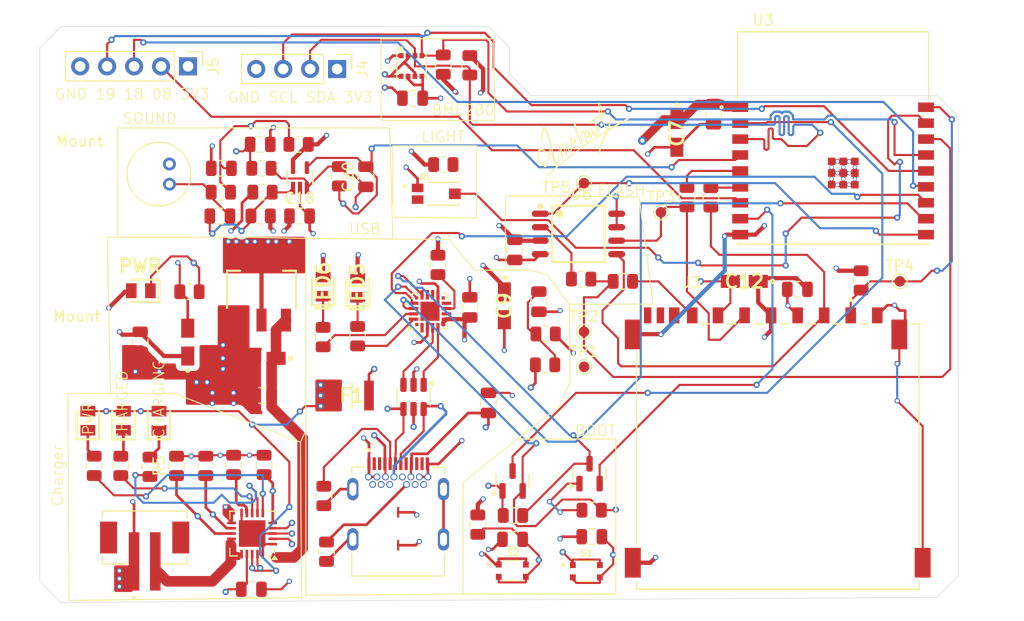
<source format=kicad_pcb>
(kicad_pcb (version 20241229) (generator "pcbnew") (generator_version "9.0")
  (layers (0 "F.Cu" signal) (4 "In1.Cu" power) (6 "In2.Cu" power) (2 "B.Cu" signal) (13 "F.Paste" user) (15 "B.Paste" user) (5 "F.SilkS" user "F.Silkscreen") (7 "B.SilkS" user "B.Silkscreen") (1 "F.Mask" user) (3 "B.Mask" user) (25 "Edge.Cuts" user))
  (net 0 "")
  (net 1 "GND")
  (net 2 "/VBUS")
  (net 3 "+5V")
  (net 4 "+3.3V")
  (net 5 "/+5v_USB")
  (net 6 "Net-(U4-VBUS)")
  (net 7 "Net-(C16-Pad2)")
  (net 8 "/ESP32-C3-02/MIC_OUT")
  (net 9 "/ESP32-C3-02/BOOT")
  (net 10 "/ESP32-C3-02/EN")
  (net 11 "/ESP32-C3-02/SDA")
  (net 12 "/ESP32-C3-02/SCL")
  (net 13 "/ESP32-C3-02/GPIO8")
  (net 14 "/ESP32-C3-02/GPIO18")
  (net 15 "/ESP32-C3-02/GPIO19")
  (net 16 "Net-(LED1-K)")
  (net 17 "Net-(LED2-K)")
  (net 18 "Net-(LED3-K)")
  (net 19 "/PWR_LED")
  (net 20 "Net-(LED5-K)")
  (net 21 "Net-(LED6-K)")
  (net 22 "Net-(Q2-B)")
  (net 23 "/ESP32-C3-02/RTS")
  (net 24 "/ESP32-C3-02/DTR")
  (net 25 "Net-(Q3-B)")
  (net 26 "Net-(U1-~{TE})")
  (net 27 "Net-(U1-THERM)")
  (net 28 "Net-(J1-CC2)")
  (net 29 "Net-(J1-CC1)")
  (net 30 "Net-(U1-PROG1)")
  (net 31 "Net-(U1-PROG3)")
  (net 32 "/Charging_power_good")
  (net 33 "/Charged")
  (net 34 "/Charging")
  (net 35 "Net-(U4-~{RST})")
  (net 36 "Net-(U4-~{TXT}{slash}GPIO.2)")
  (net 37 "Net-(U3-IO7)")
  (net 38 "/ESP32-C3-02/MOSI_DI")
  (net 39 "Net-(J3-DAT0)")
  (net 40 "Net-(U4-~{RXT}{slash}GPIO.3)")
  (net 41 "/ESP32-C3-02/CS_SD")
  (net 42 "/ESP32-C3-02/SCLK")
  (net 43 "Net-(U3-IO6)")
  (net 44 "/ESP32-C3-02/MISO_DO")
  (net 45 "Net-(U6-DO(IO1))")
  (net 46 "/ESP32-C3-02/PHOTO_C")
  (net 47 "Net-(U7-IN+)")
  (net 48 "/ESP32-C3-02/CS")
  (net 49 "/VBAT")
  (net 50 "/USB_DP")
  (net 51 "/USB_DN")
  (net 52 "/ESP32-C3-02/USB_D-")
  (net 53 "/ESP32-C3-02/USB_D+")
  (net 56 "/ESP32-C3-02/TX_RX")
  (net 57 "/ESP32-C3-02/RX_TX")
  (net 74 "Net-(U7-IN-)")
  (net 75 "Net-(C19-Pad1)")
  (net 76 "Net-(C17-Pad1)")
  (footprint "TestPoint:TestPoint_Pad_D1.0mm" (layer "F.Cu") (at 221.25 89.75)
    (property "Reference" "TP3")
    (property "Value" "Test SCLK" (hide yes))
  )
  (footprint "ESP32 Project Footprints:AMPHENOL_GSD090012SEU" (layer "F.Cu") (at 232.25 112.75)
    (property "Reference" "J3")
    (property "Value" "GSD090012SEU")
  )
  (footprint "Capacitor_SMD:C_0805_2012Metric" (layer "F.Cu") (at 209.75 98.1625 -90)
    (property "Reference" "C11" (hide yes))
    (property "Value" "1u")
  )
  (footprint "Resistor_SMD:R_0805_2012Metric" (layer "F.Cu") (at 167.875 113.625 90)
    (property "Reference" "R9" (hide yes))
    (property "Value" "470")
  )
  (footprint "ESP32 Project Footprints:LEDC2012X120N" (layer "F.Cu") (at 172.265057 97.13158 180)
    (property "Reference" "PWR")
    (property "Value" "LTST-C170KRKT" (hide yes))
  )
  (footprint "Capacitor_SMD:C_0805_2012Metric" (layer "F.Cu") (at 214.74 120.3 180)
    (property "Reference" "C21" (hide yes))
    (property "Value" "0.1u")
  )
  (footprint "Resistor_SMD:R_0805_2012Metric" (layer "F.Cu") (at 213.731604 96.033848 180)
    (property "Reference" "R22" (hide yes))
    (property "Value" "50")
  )
  (footprint "Capacitor_SMD:C_0805_2012Metric" (layer "F.Cu") (at 193.46 86.4 90)
    (property "Reference" "C20")
    (property "Value" "0.1u")
  )
  (footprint "Resistor_SMD:R_0805_2012Metric" (layer "F.Cu") (at 200.75 85.25)
    (property "Reference" "R23" (hide yes))
    (property "Value" "10K")
  )
  (footprint "Capacitor_SMD:C_0805_2012Metric" (layer "F.Cu") (at 226.2 80.5 -90)
    (property "Reference" "C8" (hide yes))
    (property "Value" "0.1u")
  )
  (footprint "Capacitor_SMD:C_0805_2012Metric" (layer "F.Cu") (at 234.1 97)
    (property "Reference" "C13" (hide yes))
    (property "Value" "0.1u")
  )
  (footprint "ESP32 Project Footprints:LEDC2012X120N" (layer "F.Cu") (at 173.975 109.375 90)
    (property "Reference" "LED3" (hide yes))
    (property "Value" "LTST-C170TBKT" (hide yes))
  )
  (footprint "Capacitor_SMD:C_0805_2012Metric" (layer "F.Cu") (at 197.8575 79)
    (property "Reference" "C15" (hide yes))
    (property "Value" "0.1u")
  )
  (footprint "Capacitor_SMD:C_0805_2012Metric" (layer "F.Cu") (at 172.2 101.95 -90)
    (property "Reference" "C5" (hide yes))
    (property "Value" "0.1u")
  )
  (footprint "Resistor_SMD:R_0805_2012Metric" (layer "F.Cu") (at 190.96 86.35 -90)
    (property "Reference" "R31" (hide yes))
    (property "Value" "100K")
  )
  (footprint "Package_TO_SOT_SMD:SOT-23" (layer "F.Cu") (at 214.525 114.3625 90)
    (property "Reference" "Q3" (hide yes))
    (property "Value" "BC817")
  )
  (footprint "Capacitor_SMD:C_0805_2012Metric" (layer "F.Cu") (at 205 107.7 90)
    (property "Reference" "C1" (hide yes))
    (property "Value" "0.1u")
  )
  (footprint "ESP32 Project Footprints:SW_USLPT2819DT2TR" (layer "F.Cu") (at 207.25 123.5)
    (property "Reference" "S2")
    (property "Value" "RESET")
  )
  (footprint "Package_TO_SOT_SMD:SOT-23-6" (layer "F.Cu") (at 197.95 107.1375 -90)
    (property "Reference" "U5" (hide yes))
    (property "Value" "USBLC6-2SC6")
  )
  (footprint "ESP32 Project Footprints:LEDC2012X120N" (layer "F.Cu") (at 170.625 109.375 90)
    (property "Reference" "LED2" (hide yes))
    (property "Value" "LTST-C170GKT" (hide yes))
  )
  (footprint "Resistor_SMD:R_0805_2012Metric" (layer "F.Cu") (at 183.5475 90.085 180)
    (property "Reference" "R27" (hide yes))
    (property "Value" "1M")
  )
  (footprint "Resistor_SMD:R_0805_2012Metric" (layer "F.Cu") (at 204 119.1625 -90)
    (property "Reference" "R32" (hide yes))
    (property "Value" "10K")
  )
  (footprint "ESP32 Project Footprints:LEDC2012X120N" (layer "F.Cu") (at 189.43 96.75 90)
    (property "Reference" "LED6")
    (property "Value" "LTST-C170KRKT" (hide yes))
  )
  (footprint "Capacitor_SMD:C_0805_2012Metric" (layer "F.Cu") (at 183.51 83.35)
    (property "Reference" "C" (hide yes))
    (property "Value" "1uF")
  )
  (footprint "Resistor_SMD:R_0805_2012Metric" (layer "F.Cu") (at 189.5 116.4625 -90)
    (property "Reference" "R4" (hide yes))
    (property "Value" "5.1K")
  )
  (footprint "ESP32 Project Footprints:LEDC2012X120N" (layer "F.Cu") (at 192.68 96.85 90)
    (property "Reference" "LED5")
    (property "Value" "LTST-C170GKT" (hide yes))
  )
  (footprint "MountingHole:MountingHole_2.5mm" (layer "F.Cu") (at 166.5 86.5)
    (property "Reference" "Mount")
    (property "Value" "MountingHole_2.5mm" (hide yes))
  )
  (footprint "Resistor_SMD:R_0805_2012Metric" (layer "F.Cu") (at 207.3125 118.3 180)
    (property "Reference" "R33" (hide yes))
    (property "Value" "10K")
  )
  (footprint "Connector_PinHeader_2.54mm:PinHeader_1x05_P2.54mm_Vertical" (layer "F.Cu") (at 176.71 76 -90)
    (property "Reference" "J5")
    (property "Value" "Conn_01x05_Pin" (hide yes))
  )
  (footprint "ESP32 Project Footprints:SOIC127P790X216-8N" (layer "F.Cu") (at 213.481604 91.783848)
    (property "Reference" "U6")
    (property "Value" "W25Q32JVSSIQ")
  )
  (footprint "Resistor_SMD:R_0805_2012Metric" (layer "F.Cu") (at 179.7975 87.85 180)
    (property "Reference" "R28" (hide yes))
    (property "Value" "2K")
  )
  (footprint "Capacitor_SMD:C_0805_2012Metric" (layer "F.Cu") (at 182.675 125.25)
    (property "Reference" "C6" (hide yes))
    (property "Value" "1u")
  )
  (footprint "Capacitor_SMD:C_0805_2012Metric" (layer "F.Cu") (at 179.8475 85.6)
    (property "Reference" "C16" (hide yes))
    (property "Value" "0.1U")
  )
  (footprint "ESP32 Project Footprints:SOT65P210X110-5N" (layer "F.Cu") (at 187.25 86.5 90)
    (property "Reference" "U7" (hide yes))
    (property "Value" "MAX4466EXK")
  )
  (footprint "ESP32 Project Footprints:JST_B2B-PH-SM4-TB" (layer "F.Cu") (at 172.625 120.375)
    (property "Reference" "J2" (hide yes))
    (property "Value" "B2B-PH-SM4-TB")
  )
  (footprint "Resistor_SMD:R_0805_2012Metric" (layer "F.Cu") (at 203.25 75.899653 90)
    (property "Reference" "R25" (hide yes))
    (property "Value" "4K7")
  )
  (footprint "Capacitor_SMD:C_0805_2012Metric" (layer "F.Cu") (at 207.275 120.55 180)
    (property "Reference" "C22" (hide yes))
    (property "Value" "1u")
  )
  (footprint "ESP32 Project Footprints:T491A" (layer "F.Cu") (at 176.68 101.9725 90)
    (property "Reference" "C4" (hide yes))
    (property "Value" "10u" (hide yes))
  )
  (footprint "Resistor_SMD:R_0805_2012Metric" (layer "F.Cu") (at 175.625 113.625 90)
    (property "Reference" "R5")
    (property "Value" "2K")
  )
  (footprint "Resistor_SMD:R_0805_2012Metric" (layer "F.Cu") (at 189.75 121.7125 -90)
    (property "Reference" "R3" (hide yes))
    (property "Value" "5.1K")
  )
  (footprint "ESP32 Project Footprints:SW_USLPT2819DT2TR" (layer "F.Cu") (at 214.225 123.55)
    (property "Reference" "S1")
    (property "Value" "BOOT")
  )
  (footprint "Resistor_SMD:R_0805_2012Metric" (layer "F.Cu") (at 183.7225 87.85 180)
    (property "Reference" "R29" (hide yes))
    (property "Value" "1M")
  )
  (footprint "Resistor_SMD:R_0805_2012Metric" (layer "F.Cu") (at 200.75 75.8375 -90)
    (property "Reference" "R24" (hide yes))
    (property "Value" "4K7")
  )
  (footprint "Resistor_SMD:R_0805_2012Metric" (layer "F.Cu") (at 225.95 88.3375 -90)
    (property "Reference" "R15" (hide yes))
    (property "Value" "50")
  )
  (footprint "ESP32 Project Footprints:MODULE_ESP32-C3-WROOM-02-H4" (layer "F.Cu") (at 237.4625 82.75)
    (property "Reference" "U3")
    (property "Value" "ESP32-C3-WROOM-02-H4")
  )
  (footprint "TestPoint:TestPoint_Pad_D1.0mm" (layer "F.Cu") (at 214 101)
    (property "Reference" "TP2")
    (property "Value" "Test MISO" (hide yes))
  )
  (footprint "Resistor_SMD:R_0805_2012Metric" (layer "F.Cu") (at 183.875 113.5375 90)
    (property "Reference" "R2" (hide yes))
    (property "Value" "10K")
  )
  (footprint "ESP32 Project Footprints:T491A" (layer "F.Cu") (at 206.5 98.5525 -90)
    (property "Reference" "C9")
    (property "Value" "4.7u" (hide yes))
  )
  (footprint "ESP32 Project Footprints:CUI_CMC-5042PF-AC" (layer "F.Cu") (at 173.96 86.15)
    (property "Reference" "MK1" (hide yes))
    (property "Value" "CMC-5042PF-AC")
  )
  (footprint "Connector_PinHeader_2.54mm:PinHeader_1x04_P2.54mm_Vertical" (layer "F.Cu") (at 190.75 76.25 -90)
    (property "Reference" "J4")
    (property "Value" "Conn_01x04_Pin" (hide yes))
  )
  (footprint "Resistor_SMD:R_0805_2012Metric" (layer "F.Cu") (at 187.1225 83.35 180)
    (property "Reference" "R26" (hide yes))
    (property "Value" "2K")
  )
  (footprint "TestPoint:TestPoint_Pad_D1.0mm" (layer "F.Cu") (at 214.018854 104.3)
    (property "Reference" "TP1")
    (property "Value" "Test MOSI" (hide yes))
  )
  (footprint "Resistor_SMD:R_0805_2012Metric" (layer "F.Cu") (at 178.375 113.625 90)
    (property "Reference" "R6" (hide yes))
    (property "Value" "20K")
  )
  (footprint "ESP32 Project Footprints:T491A" (layer "F.Cu") (at 222.75 82.31 -90)
    (property "Reference" "C7")
    (property "Value" "10u" (hide yes))
  )
  (footprint "Resistor_SMD:R_0805_2012Metric" (layer "F.Cu") (at 214.725 117.8 180)
    (property "Reference" "R34" (hide yes))
    (property "Value" "10K")
  )
  (footprint "Capacitor_SMD:C_0805_2012Metric" (layer "F.Cu") (at 187.21 90.1)
    (property "Reference" "C18")
    (property "Value" "0.1u")
  )
  (footprint "Resistor_SMD:R_0805_2012Metric" (layer "F.Cu") (at 210.3875 101.2)
    (property "Reference" "R13" (hide yes))
    (property "Value" "47K5")
  )
  (footprint "Resistor_SMD:R_0805_2012Metric" (layer "F.Cu") (at 210.3375 104.1125)
    (property "Reference" "R12" (hide yes))
    (property "Value" "22K1")
  )
  (footprint "MountingHole:MountingHole_2.5mm" (layer "F.Cu") (at 166.25 103)
    (property "Reference" "Mount")
    (property "Value" "MountingHole_2.5mm" (hide yes))
  )
  (footprint "TestPoint:TestPoint_Pad_D1.0mm" (layer "F.Cu") (at 243.75 96.25)
    (property "Reference" "TP4")
    (property "Value" "Test CS_SD" (hide yes))
  )
  (footprint "Resistor_SMD:R_0805_2012Metric" (layer "F.Cu") (at 189.43 101.5 90)
    (property "Reference" "R18" (hide yes))
    (property "Value" "470")
  )
  (footprint "ESP32 Project Footprints:T491A" (layer "F.Cu") (at 229.1 96.25 180)
    (property "Reference" "C12")
    (property "Value" "10u" (hide yes))
  )
  (footprint "Resistor_SMD:R_0805_2012Metric" (layer "F.Cu") (at 223.7 88.323228 90)
    (property "Reference" "R20" (hide yes))
    (property "Value" "50")
  )
  (footprint "ESP32 Project Footprints:TRANS_TEMT6000X01" (layer "F.Cu") (at 200.0875 88)
    (property "Reference" "Q1")
    (property "Value" "TEMT6000X01")
  )
  (footprint "Resistor_SMD:R_0805_2012Metric" (layer "F.Cu") (at 173.125 113.7125 90)
    (property "Reference" "R7" (hide yes))
    (property "Value" "470")
  )
  (footprint "ESP32 Project Footprints:T491A" (layer "F.Cu") (at 183.69 103.5 180)
    (property "Reference" "C3" (hide yes))
    (property "Value" "10u" (hide yes))
  )
  (footprint "Package_DFN_QFN:QFN-20-1EP_4x4mm_P0.5mm_EP2.5x2.5mm" (layer "F.Cu") (at 182.75 120 180)
    (property "Reference" "U1" (hide yes))
    (property "Value" "MCP73871")
  )
  (footprint "ESP32 Project Footprints:LEDC2012X120N" (layer "F.Cu") (at 167.275 109.375 90)
    (property "Reference" "LED1" (hide yes))
    (property "Value" "LTST-C170KRKT" (hide yes))
  )
  (footprint "ESP32 Project Footprints:BELFUSE_SS-52400-002" (layer "F.Cu") (at 196.5 120.55)
    (property "Reference" "J1" (hide yes))
    (property "Value" "SS-52400-002")
  )
  (footprint "Resistor_SMD:R_0805_2012Metric" (layer "F.Cu") (at 181 113.5375 90)
    (property "Reference" "R1" (hide yes))
    (property "Value" "10K")
  )
  (footprint "Resistor_SMD:R_0805_2012Metric" (layer "F.Cu") (at 170.375 113.625 90)
    (property "Reference" "R8" (hide yes))
    (property "Value" "470")
  )
  (footprint "Resistor_SMD:R_0805_2012Metric" (layer "F.Cu") (at 192.68 101.4125 90)
    (property "Reference" "R14" (hide yes))
    (property "Value" "470")
  )
  (footprint "Capacitor_SMD:C_0805_2012Metric" (layer "F.Cu") (at 183.63 107 180)
    (property "Reference" "C2" (hide yes))
    (property "Value" "0.1u")
  )
  (footprint "ESP32 Project Footprints:VREG_LM1117MPX-3.3" (layer "F.Cu") (at 183.63 97 90)
    (property "Reference" "VR1" (hide yes))
    (property "Value" "LM1117MPX-3.3")
  )
  (footprint "Resistor_SMD:R_0805_2012Metric" (layer "F.Cu") (at 240.1 96.1625 90)
    (property "Reference" "R19" (hide yes))
    (property "Value" "10k")
  )
  (footprint "Resistor_SMD:R_0805_2012Metric" (layer "F.Cu") (at 200.25 94.7 -90)
    (property "Reference" "R11" (hide yes))
    (property "Value" "1K")
  )
  (footprint "Resistor_SMD:R_0805_2012Metric" (layer "F.Cu") (at 183.6225 85.6 180)
    (property "Reference" "R30" (hide yes))
    (property "Value" "1K")
  )
  (footprint "Capacitor_SMD:C_0805_2012Metric" (layer "F.Cu") (at 179.71 90.1 180)
    (property "Reference" "C17" (hide yes))
    (property "Value" "10n")
  )
  (footprint "Capacitor_SMD:C_0805_2012Metric" (layer "F.Cu") (at 203.25 98.7 90)
    (property "Reference" "C10" (hide yes))
    (property "Value" "0.1u")
  )
  (footprint "ESP32 Project Footprints:FUSC3226X100N" (layer "F.Cu") (at 192.13 107 180)
    (property "Reference" "F1")
    (property "Value" "0ZCH0110AF2E" (hide yes))
  )
  (footprint "Resistor_SMD:R_0805_2012Metric" (layer "F.Cu") (at 217.6625 96.25 180)
    (property "Reference" "R16" (hide yes))
    (property "Value" "50")
  )
  (footprint "Package_DFN_QFN:SiliconLabs_QFN-20-1EP_3x3mm_P0.5mm_EP1.8x1.8mm" (layer "F.Cu") (at 199.5 99.0625 90)
    (property "Reference" "U4" (hide yes))
    (property "Value" "CP2102N-Axx-xQFN20")
  )
  (footprint "Capacitor_SMD:C_0805_2012Metric" (layer "F.Cu") (at 207.481604 93.283848 -90)
    (property "Reference" "C14" (hide yes))
    (property "Value" "0.1u")
  )
  (footprint "Resistor_SMD:R_0805_2012Metric" (layer "F.Cu") (at 176.8425 97.2225)
    (property "Reference" "R10" (hide yes))
    (property "Value" "470")
  )
  (footprint "TestPoint:TestPoint_Pad_D1.0mm" (layer "F.Cu") (at 214 87)
    (property "Reference" "TP5")
    (property "Value" "Test CS" (hide yes))
  )
  (footprint "ESP32 Project Footprints:PSON65P250X250X100-8N" (layer "F.Cu") (at 197.755573 75.963457 90)
    (property "Reference" "U2")
    (property "Value" "BME280")
  )
  (footprint "Package_TO_SOT_SMD:SOT-23" (layer "F.Cu") (at 207.275 115.05 90)
    (property "Reference" "Q2" (hide yes))
    (property "Value" "BC817")
  )
  (gr_poly (pts (xy 216.261918 81.49686) (xy 216.227523 81.479662) (xy 216.244721 81.462464)) (fill yes) (layer "F.SilkS"))
  (gr_poly (pts (xy 214.060586 86.44986) (xy 214.02619 86.432662) (xy 214.043387 86.415464)) (fill yes) (layer "F.SilkS"))
  (gr_poly (pts (xy 210.208252 79.84586) (xy 210.173856 79.828662) (xy 210.191054 79.811464)) (fill yes) (layer "F.SilkS"))
  (gr_poly (pts (xy 212.959919 82.597526) (xy 212.925523 82.580329) (xy 212.942721 82.563131)) (fill yes) (layer "F.SilkS"))
  (gr_poly (pts (xy 211.883535 83.658296) (xy 211.88971 83.669797) (xy 211.895028 83.681148) (xy 211.899544 83.692394) (xy 211.903312 83.703581) (xy 211.906385 83.714755) (xy 211.908819 83.72596) (xy 211.910666 83.737244) (xy 211.911982 83.74865) (xy 211.91282 83.760225) (xy 211.913234 83.772015) (xy 211.913279 83.784065) (xy 211.913009 83.79642) (xy 211.912477 83.809127) (xy 211.910846 83.835777) (xy 211.900635 83.870643) (xy 211.89694 83.882785) (xy 211.893648 83.893013) (xy 211.890356 83.902536) (xy 211.886661 83.912562) (xy 211.87645 83.938964) (xy 211.842054 83.921766) (xy 211.859252 83.818578) (xy 211.824856 83.801381) (xy 211.823042 83.76685) (xy 211.822589 83.754221) (xy 211.822438 83.7428) (xy 211.822589 83.731178) (xy 211.823042 83.717944) (xy 211.824856 83.680995) (xy 211.87645 83.646599)) (fill yes) (layer "F.SilkS"))
  (gr_poly (pts (xy 216.812252 79.84586) (xy 216.777856 79.828662) (xy 216.795054 79.811464)) (fill yes) (layer "F.SilkS"))
  (gr_poly (pts (xy 214.610918 80.946527) (xy 214.576523 80.929329) (xy 214.593721 80.912131)) (fill yes) (layer "F.SilkS"))
  (gr_poly (pts (xy 215.711585 84.248527) (xy 215.677189 84.231328) (xy 215.694387 84.214131)) (fill yes) (layer "F.SilkS"))
  (gr_poly (pts (xy 217.362585 85.349193) (xy 217.328189 85.331995) (xy 217.345387 85.314797)) (fill yes) (layer "F.SilkS"))
  (gr_poly (pts (xy 214.060586 79.295527) (xy 214.02619 79.278329) (xy 214.043387 79.261131)) (fill yes) (layer "F.SilkS"))
  (gr_poly (pts (xy 217.912919 83.698193) (xy 217.878522 83.680995) (xy 217.89572 83.663797)) (fill yes) (layer "F.SilkS"))
  (gr_line (start 205.5 73.4) (end 194.9 73.4) (stroke (width 0.1)) (layer "F.SilkS"))
  (gr_poly (pts (xy 216.812252 81.49686) (xy 216.777856 81.479662) (xy 216.795054 81.462464)) (fill yes) (layer "F.SilkS"))
  (gr_poly (pts (xy 211.859252 79.84586) (xy 211.824856 79.828662) (xy 211.842054 79.811464)) (fill yes) (layer "F.SilkS"))
  (gr_poly (pts (xy 214.060586 82.047193) (xy 214.02619 82.029995) (xy 214.043387 82.012797)) (fill yes) (layer "F.SilkS"))
  (gr_poly (pts (xy 211.308919 79.84586) (xy 211.274523 79.828662) (xy 211.291721 79.811464)) (fill yes) (layer "F.SilkS"))
  (gr_poly (pts (xy 214.060586 81.49686) (xy 214.02619 81.479662) (xy 214.043387 81.462464)) (fill yes) (layer "F.SilkS"))
  (gr_poly (pts (xy 211.67328 83.8802) (xy 211.67603 83.889695) (xy 211.678349 83.898738) (xy 211.680259 83.907406) (xy 211.681785 83.91578) (xy 211.682948 83.923937) (xy 211.683772 83.931957) (xy 211.684281 83.939919) (xy 211.684496 83.947902) (xy 211.684442 83.955983) (xy 211.684141 83.964244) (xy 211.683617 83.972761) (xy 211.681991 83.990883) (xy 211.679749 84.01098) (xy 211.674442 84.057939) (xy 211.670075 84.093745) (xy 211.652877 84.05935) (xy 211.618481 84.042151) (xy 211.635679 83.870173) (xy 211.670075 83.870173)) (fill yes) (layer "F.SilkS"))
  (gr_poly (pts (xy 210.208252 80.396193) (xy 210.173856 80.378995) (xy 210.191054 80.361797)) (fill yes) (layer "F.SilkS"))
  (gr_poly (pts (xy 214.610918 85.349193) (xy 214.576523 85.331995) (xy 214.593721 85.314797)) (fill yes) (layer "F.SilkS"))
  (gr_poly (pts (xy 217.362585 80.946527) (xy 217.328189 80.929329) (xy 217.345387 80.912131)) (fill yes) (layer "F.SilkS"))
  (gr_line (start 194.9 81.1) (end 205.6 81.1) (stroke (width 0.1)) (layer "F.SilkS"))
  (gr_poly (pts (xy 216.812252 82.047193) (xy 216.777856 82.029995) (xy 216.795054 82.012797)) (fill yes) (layer "F.SilkS"))
  (gr_poly (pts (xy 215.515418 79.692977) (xy 215.524993 79.695054) (xy 215.533996 79.697342) (xy 215.542484 79.69987) (xy 215.550516 79.702669) (xy 215.558152 79.705767) (xy 215.565449 79.709196) (xy 215.572467 79.712985) (xy 215.579264 79.717164) (xy 215.585899 79.721763) (xy 215.59243 79.726813) (xy 215.598918 79.732344) (xy 215.605419 79.738385) (xy 215.611993 79.744966) (xy 215.618699 79.752118) (xy 215.625596 79.75987) (xy 215.5912 79.75987) (xy 215.608398 79.811464) (xy 215.597682 79.810725) (xy 215.589184 79.809986) (xy 215.585515 79.809554) (xy 215.582097 79.809046) (xy 215.57883 79.808437) (xy 215.575614 79.807702) (xy 215.572347 79.806816) (xy 215.56893 79.805754) (xy 215.56526 79.80449) (xy 215.561238 79.803) (xy 215.551732 79.799238) (xy 215.539606 79.794266) (xy 215.526976 79.763028) (xy 215.522677 79.751792) (xy 215.519183 79.741866) (xy 215.516093 79.732041) (xy 215.513003 79.721108) (xy 215.50951 79.707857) (xy 215.50521 79.691079)) (fill yes) (layer "F.SilkS"))
  (gr_poly (pts (xy 214.060586 83.14786) (xy 214.02619 83.130662) (xy 214.043387 83.113464)) (fill yes) (layer "F.SilkS"))
  (gr_poly (pts (xy 209.657919 81.49686) (xy 209.623523 81.479662) (xy 209.640721 81.462464)) (fill yes) (layer "F.SilkS"))
  (gr_poly (pts (xy 215.264439 82.201974) (xy 215.298835 82.219172) (xy 215.264439 82.219172) (xy 215.247242 82.32236) (xy 215.195648 82.305162) (xy 215.230043 82.150381) (xy 215.264439 82.150381)) (fill yes) (layer "F.SilkS"))
  (gr_poly (pts (xy 214.610918 79.84586) (xy 214.576523 79.828662) (xy 214.593721 79.811464)) (fill yes) (layer "F.SilkS"))
  (gr_poly (pts (xy 211.308919 83.698193) (xy 211.274523 83.680995) (xy 211.291721 83.663797)) (fill yes) (layer "F.SilkS"))
  (gr_poly (pts (xy 216.261918 85.349193) (xy 216.227523 85.331995) (xy 216.244721 85.314797)) (fill yes) (layer "F.SilkS"))
  (gr_line (start 182.5 92.1) (end 187.8 92.2) (stroke (width 0.1)) (layer "F.SilkS"))
  (gr_poly (pts (xy 209.657919 85.349193) (xy 209.623523 85.331995) (xy 209.640721 85.314797)) (fill yes) (layer "F.SilkS"))
  (gr_poly (pts (xy 211.308919 81.49686) (xy 211.274523 81.479662) (xy 211.291721 81.462464)) (fill yes) (layer "F.SilkS"))
  (gr_poly (pts (xy 217.912919 80.396193) (xy 217.878522 80.378995) (xy 217.89572 80.361797)) (fill yes) (layer "F.SilkS"))
  (gr_poly (pts (xy 213.510252 84.79886) (xy 213.475856 84.781662) (xy 213.493054 84.764464)) (fill yes) (layer "F.SilkS"))
  (gr_line (start 206.6 88.2) (end 206.6 95.1) (stroke (width 0.1)) (layer "F.SilkS"))
  (gr_poly (pts (xy 211.859252 84.79886) (xy 211.824856 84.781662) (xy 211.842054 84.764464)) (fill yes) (layer "F.SilkS"))
  (gr_poly (pts (xy 214.060586 85.899526) (xy 214.02619 85.882328) (xy 214.043387 85.86513)) (fill yes) (layer "F.SilkS"))
  (gr_poly (pts (xy 215.694387 81.290485) (xy 215.684378 81.31252) (xy 215.680179 81.321509) (xy 215.676383 81.329314) (xy 215.67289 81.336062) (xy 215.669598 81.341877) (xy 215.666407 81.346886) (xy 215.663216 81.351215) (xy 215.659924 81.35499) (xy 215.656431 81.358336) (xy 215.652635 81.36138) (xy 215.648437 81.364248) (xy 215.643734 81.367065) (xy 215.638427 81.369958) (xy 215.625596 81.376474) (xy 215.624386 81.352156) (xy 215.624084 81.343221) (xy 215.623983 81.335092) (xy 215.624084 81.326762) (xy 215.624386 81.317222) (xy 215.625596 81.290485) (xy 215.659992 81.256089)) (fill yes) (layer "F.SilkS"))
  (gr_poly (pts (xy 212.409585 80.946527) (xy 212.37519 80.929329) (xy 212.392387 80.912131)) (fill yes) (layer "F.SilkS"))
  (gr_poly (pts (xy 209.657919 83.14786) (xy 209.623523 83.130662) (xy 209.640721 83.113464)) (fill yes) (layer "F.SilkS"))
  (gr_poly (pts (xy 210.758585 81.49686) (xy 210.72419 81.479662) (xy 210.741387 81.462464)) (fill yes) (layer "F.SilkS"))
  (gr_poly (pts (xy 213.743315 82.496375) (xy 213.751861 82.53261) (xy 213.759502 82.568763) (xy 213.766275 82.604948) (xy 213.772216 82.641281) (xy 213.777362 82.677875) (xy 213.78175 82.714846) (xy 213.785419 82.752308) (xy 213.733825 82.752308) (xy 213.723143 82.708977) (xy 213.709103 82.652345) (xy 213.695197 82.596116) (xy 213.688323 82.570481) (xy 213.680992 82.544968) (xy 213.673222 82.519586) (xy 213.665033 82.494339) (xy 213.699429 82.459943) (xy 213.733825 82.459943)) (fill yes) (layer "F.SilkS"))
  (gr_poly (pts (xy 214.610918 86.44986) (xy 214.576523 86.432662) (xy 214.593721 86.415464)) (fill yes) (layer "F.SilkS"))
  (gr_poly (pts (xy 210.208252 83.698193) (xy 210.173856 83.680995) (xy 210.191054 83.663797)) (fill yes) (layer "F.SilkS"))
  (gr_poly (pts (xy 217.912919 86.44986) (xy 217.878522 86.432662) (xy 217.89572 86.415464)) (fill yes) (layer "F.SilkS"))
  (gr_line (start 194.9 74.663457) (end 194.9 81.1) (stroke (width 0.1)) (layer "F.SilkS"))
  (gr_poly (pts (xy 215.711585 79.295527) (xy 215.677189 79.278329) (xy 215.694387 79.261131)) (fill yes) (layer "F.SilkS"))
  (gr_line (start 212.7 105.7) (end 212.6 98.4) (stroke (width 0.1)) (layer "F.SilkS"))
  (gr_poly (pts (xy 215.711585 86.44986) (xy 215.677189 86.432662) (xy 215.694387 86.415464)) (fill yes) (layer "F.SilkS"))
  (gr_poly (pts (xy 210.758585 82.597526) (xy 210.72419 82.580329) (xy 210.741387 82.563131)) (fill yes) (layer "F.SilkS"))
  (gr_poly (pts (xy 216.261918 82.597526) (xy 216.227523 82.580329) (xy 216.244721 82.563131)) (fill yes) (layer "F.SilkS"))
  (gr_poly (pts (xy 211.308919 85.899526) (xy 211.274523 85.882328) (xy 211.291721 85.86513)) (fill yes) (layer "F.SilkS"))
  (gr_poly (pts (xy 214.610918 84.79886) (xy 214.576523 84.781662) (xy 214.593721 84.764464)) (fill yes) (layer "F.SilkS"))
  (gr_poly (pts (xy 211.308919 79.295527) (xy 211.274523 79.278329) (xy 211.291721 79.261131)) (fill yes) (layer "F.SilkS"))
  (gr_poly (pts (xy 210.208252 81.49686) (xy 210.173856 81.479662) (xy 210.191054 81.462464)) (fill yes) (layer "F.SilkS"))
  (gr_poly (pts (xy 213.77631 82.760993) (xy 213.783877 82.770309) (xy 213.790943 82.780221) (xy 213.797529 82.790692) (xy 213.803656 82.801688) (xy 213.809344 82.813171) (xy 213.819487 82.837456) (xy 213.828125 82.863261) (xy 213.835425 82.890297) (xy 213.841553 82.918277) (xy 213.846675 82.946912) (xy 213.850958 82.975915) (xy 213.854567 83.004998) (xy 213.860433 83.062252) (xy 213.865603 83.116373) (xy 213.871408 83.165058) (xy 213.802617 83.199454) (xy 213.796302 83.144702) (xy 213.784571 83.050011) (xy 213.77812 83.002969) (xy 213.771073 82.956087) (xy 213.763275 82.909331) (xy 213.754571 82.862671) (xy 213.744806 82.816073) (xy 213.733825 82.769506) (xy 213.768221 82.752308)) (fill yes) (layer "F.SilkS"))
  (gr_poly (pts (xy 209.657919 79.84586) (xy 209.623523 79.828662) (xy 209.640721 79.811464)) (fill yes) (layer "F.SilkS"))
  (gr_poly (pts (xy 212.959919 84.79886) (xy 212.925523 84.781662) (xy 212.942721 84.764464)) (fill yes) (layer "F.SilkS"))
  (gr_poly (pts (xy 215.161252 85.899526) (xy 215.126856 85.882328) (xy 215.144054 85.86513)) (fill yes) (layer "F.SilkS"))
  (gr_poly (pts (xy 215.161252 80.396193) (xy 215.126856 80.378995) (xy 215.144054 80.361797)) (fill yes) (layer "F.SilkS"))
  (gr_line (start 170.1 81.8) (end 195.7 81.8) (stroke (width 0.1)) (layer "F.SilkS"))
  (gr_poly (pts (xy 215.711585 85.899526) (xy 215.677189 85.882328) (xy 215.694387 85.86513)) (fill yes) (layer "F.SilkS"))
  (gr_line (start 201.3 92.3) (end 187.8 92.2) (stroke (width 0.1)) (layer "F.SilkS"))
  (gr_poly (pts (xy 210.758585 82.047193) (xy 210.72419 82.029995) (xy 210.741387 82.012797)) (fill yes) (layer "F.SilkS"))
  (gr_poly (pts (xy 217.912919 81.49686) (xy 217.878522 81.479662) (xy 217.89572 81.462464)) (fill yes) (layer "F.SilkS"))
  (gr_poly (pts (xy 217.912919 85.349193) (xy 217.878522 85.331995) (xy 217.89572 85.314797)) (fill yes) (layer "F.SilkS"))
  (gr_line (start 220.5 98.4) (end 219.2 88.3) (stroke (width 0.1)) (layer "F.SilkS"))
  (gr_poly (pts (xy 209.657919 85.899526) (xy 209.623523 85.882328) (xy 209.640721 85.86513)) (fill yes) (layer "F.SilkS"))
  (gr_poly (pts (xy 215.161252 83.698193) (xy 215.126856 83.680995) (xy 215.144054 83.663797)) (fill yes) (layer "F.SilkS"))
  (gr_poly (pts (xy 217.912919 79.84586) (xy 217.878522 79.828662) (xy 217.89572 79.811464)) (fill yes) (layer "F.SilkS"))
  (gr_poly (pts (xy 211.859252 83.14786) (xy 211.824856 83.130662) (xy 211.842054 83.113464)) (fill yes) (layer "F.SilkS"))
  (gr_poly (pts (xy 216.261918 80.396193) (xy 216.227523 80.378995) (xy 216.244721 80.361797)) (fill yes) (layer "F.SilkS"))
  (gr_poly (pts (xy 211.859252 86.44986) (xy 211.824856 86.432662) (xy 211.842054 86.415464)) (fill yes) (layer "F.SilkS"))
  (gr_poly (pts (xy 216.261918 85.899526) (xy 216.227523 85.882328) (xy 216.244721 85.86513)) (fill yes) (layer "F.SilkS"))
  (gr_line (start 169.1 92.1) (end 169.4 106.8) (stroke (width 0.1)) (layer "F.SilkS"))
  (gr_poly (pts (xy 211.647039 84.070783) (xy 211.651648 84.075566) (xy 211.655617 84.079875) (xy 211.659001 84.083819) (xy 211.66049 84.085689) (xy 211.661855 84.087509) (xy 211.6631 84.089293) (xy 211.664235 84.091055) (xy 211.665264 84.092809) (xy 211.666195 84.094568) (xy 211.667036 84.096347) (xy 211.667792 84.098158) (xy 211.668472 84.100017) (xy 211.669081 84.101936) (xy 211.669627 84.10393) (xy 211.670117 84.106012) (xy 211.670955 84.110496) (xy 211.67165 84.115499) (xy 211.672258 84.121131) (xy 211.673434 84.134724) (xy 211.672225 84.181885) (xy 211.671284 84.229313) (xy 211.670075 84.265724) (xy 211.618481 84.282922) (xy 211.635679 84.05935)) (fill yes) (layer "F.SilkS"))
  (gr_poly (pts (xy 216.812252 80.946527) (xy 216.777856 80.929329) (xy 216.795054 80.912131)) (fill yes) (layer "F.SilkS"))
  (gr_poly (pts (xy 213.510252 86.44986) (xy 213.475856 86.432662) (xy 213.493054 86.415464)) (fill yes) (layer "F.SilkS"))
  (gr_poly (pts (xy 214.060586 85.349193) (xy 214.02619 85.331995) (xy 214.043387 85.314797)) (fill yes) (layer "F.SilkS"))
  (gr_poly (pts (xy 212.959919 85.349193) (xy 212.925523 85.331995) (xy 212.942721 85.314797)) (fill yes) (layer "F.SilkS"))
  (gr_poly (pts (xy 210.208252 82.597526) (xy 210.173856 82.580329) (xy 210.191054 82.563131)) (fill yes) (layer "F.SilkS"))
  (gr_poly (pts (xy 216.812252 84.79886) (xy 216.777856 84.781662) (xy 216.795054 84.764464)) (fill yes) (layer "F.SilkS"))
  (gr_poly (pts (xy 216.812252 83.14786) (xy 216.777856 83.130662) (xy 216.795054 83.113464)) (fill yes) (layer "F.SilkS"))
  (gr_poly (pts (xy 214.610918 80.396193) (xy 214.576523 80.378995) (xy 214.593721 80.361797)) (fill yes) (layer "F.SilkS"))
  (gr_poly (pts (xy 217.362585 82.047193) (xy 217.328189 82.029995) (xy 217.345387 82.012797)) (fill yes) (layer "F.SilkS"))
  (gr_poly (pts (xy 212.959919 80.396193) (xy 212.925523 80.378995) (xy 212.942721 80.361797)) (fill yes) (layer "F.SilkS"))
  (gr_line (start 219.2 88.3) (end 211.2 88.2) (stroke (width 0.1)) (layer "F.SilkS"))
  (gr_poly (pts (xy 212.959919 85.899526) (xy 212.925523 85.882328) (xy 212.942721 85.86513)) (fill yes) (layer "F.SilkS"))
  (gr_poly (pts (xy 212.409585 79.295527) (xy 212.37519 79.278329) (xy 212.392387 79.261131)) (fill yes) (layer "F.SilkS"))
  (gr_poly (pts (xy 210.042621 82.618889) (xy 210.045115 82.627682) (xy 210.047156 82.635416) (xy 210.048743 82.642243) (xy 210.049877 82.648314) (xy 210.050557 82.653781) (xy 210.050784 82.658794) (xy 210.050557 82.663505) (xy 210.049877 82.668065) (xy 210.048743 82.672625) (xy 210.047156 82.677336) (xy 210.045115 82.682349) (xy 210.042621 82.687816) (xy 210.036273 82.700714) (xy 210.033562 82.750275) (xy 210.032394 82.800175) (xy 210.032998 82.850226) (xy 210.035606 82.900244) (xy 210.037732 82.925182) (xy 210.040446 82.950042) (xy 210.043775 82.974801) (xy 210.04775 82.999436) (xy 210.052397 83.023923) (xy 210.057747 83.048239) (xy 210.063828 83.072361) (xy 210.070669 83.096266) (xy 210.105065 83.113464) (xy 210.122263 83.165058) (xy 210.070669 83.182256) (xy 210.055743 83.157334) (xy 210.042586 83.132625) (xy 210.031088 83.108061) (xy 210.02114 83.083576) (xy 210.012631 83.059103) (xy 210.00545 83.034576) (xy 209.999489 83.009927) (xy 209.994637 82.985091) (xy 209.990783 82.960001) (xy 209.987819 82.93459) (xy 209.985633 82.908791) (xy 209.984115 82.882539) (xy 209.982646 82.828405) (xy 209.982529 82.771655) (xy 209.982328 82.726511) (xy 209.982395 82.68365) (xy 209.982454 82.644762) (xy 209.983222 82.634814) (xy 209.983599 82.630722) (xy 209.984009 82.627128) (xy 209.984481 82.62396) (xy 209.985043 82.621151) (xy 209.985723 82.61863) (xy 209.986551 82.616329) (xy 209.987554 82.614179) (xy 209.988761 82.61211) (xy 209.9902 82.610053) (xy 209.9919 82.607938) (xy 209.993889 82.605698) (xy 209.996196 82.603262) (xy 210.001877 82.597526) (xy 210.036273 82.597526)) (fill yes) (layer "F.SilkS"))
  (gr_poly (pts (xy 215.711585 81.49686) (xy 215.677189 81.479662) (xy 215.694387 81.462464)) (fill yes) (layer "F.SilkS"))
  (gr_line (start 194.9 73.4) (end 194.9 74.663457) (stroke (width 0.1)) (layer "F.SilkS"))
  (gr_poly (pts (xy 216.261918 83.14786) (xy 216.227523 83.130662) (xy 216.244721 83.113464)) (fill yes) (layer "F.SilkS"))
  (gr_poly (pts (xy 211.308919 85.349193) (xy 211.274523 85.331995) (xy 211.291721 85.314797)) (fill yes) (layer "F.SilkS"))
  (gr_poly (pts (xy 216.261918 83.698193) (xy 216.227523 83.680995) (xy 216.244721 83.663797)) (fill yes) (layer "F.SilkS"))
  (gr_poly (pts (xy 211.859252 81.49686) (xy 211.824856 81.479662) (xy 211.842054 81.462464)) (fill yes) (layer "F.SilkS"))
  (gr_poly (pts (xy 217.912919 83.14786) (xy 217.878522 83.130662) (xy 217.89572 83.113464)) (fill yes) (layer "F.SilkS"))
  (gr_poly (pts (xy 217.912919 82.047193) (xy 217.878522 82.029995) (xy 217.89572 82.012797)) (fill yes) (layer "F.SilkS"))
  (gr_line (start 165.5 126.3) (end 187.4 126.035) (stroke (width 0.1)) (layer "F.SilkS"))
  (gr_line (start 203.7 95.2) (end 201.3 92.3) (stroke (width 0.1)) (layer "F.SilkS"))
  (gr_poly (pts (xy 212.959919 80.946527) (xy 212.925523 80.929329) (xy 212.942721 80.912131)) (fill yes) (layer "F.SilkS"))
  (gr_poly (pts (xy 215.161252 83.14786) (xy 215.126856 83.130662) (xy 215.144054 83.113464)) (fill yes) (layer "F.SilkS"))
  (gr_poly (pts (xy 211.96244 84.248527) (xy 211.979638 84.38611) (xy 211.945242 84.403308) (xy 211.910846 84.38611) (xy 211.87645 84.454901) (xy 211.859252 84.403308) (xy 211.87645 84.368912) (xy 211.88123 84.351232) (xy 211.885862 84.333512) (xy 211.890356 84.315757) (xy 211.894723 84.29797) (xy 211.910846 84.231328)) (fill yes) (layer "F.SilkS"))
  (gr_poly (pts (xy 212.409585 86.44986) (xy 212.37519 86.432662) (xy 212.392387 86.415464)) (fill yes) (layer "F.SilkS"))
  (gr_poly (pts (xy 215.515418 79.692977) (xy 215.524993 79.695054) (xy 215.533996 79.697342) (xy 215.542484 79.69987) (xy 215.550516 79.702669) (xy 215.558152 79.705767) (xy 215.565449 79.709196) (xy 215.572467 79.712985) (xy 215.579264 79.717164) (xy 215.585899 79.721763) (xy 215.59243 79.726813) (xy 215.598918 79.732344) (xy 215.605419 79.738385) (xy 215.611993 79.744966) (xy 215.618699 79.752118) (xy 215.625596 79.75987) (xy 215.5912 79.75987) (xy 215.606718 79.800984) (xy 215.614855 79.829451) (xy 215.622027 79.857901) (xy 215.628371 79.886379) (xy 215.634025 79.914929) (xy 215.639125 79.943596) (xy 215.643807 79.972423) (xy 215.652467 80.030738) (xy 215.665433 80.118608) (xy 215.671046 80.157555) (xy 215.672698 80.168731) (xy 215.673437 80.17338) (xy 215.674164 80.177532) (xy 215.674913 80.181287) (xy 215.675718 80.18474) (xy 215.676614 80.18799) (xy 215.677634 80.191135) (xy 215.678813 80.194272) (xy 215.680186 80.197499) (xy 215.681785 80.200913) (xy 215.683646 80.204613) (xy 215.688289 80.213257) (xy 215.694387 80.224214) (xy 215.694387 80.3446) (xy 215.705136 80.381145) (xy 215.706576 80.389691) (xy 215.707424 80.397883) (xy 215.707716 80.405764) (xy 215.707488 80.413377) (xy 215.706776 80.420764) (xy 215.705615 80.427968) (xy 215.704041 80.435032) (xy 215.70209 80.441999) (xy 215.699797 80.448912) (xy 215.697199 80.455813) (xy 215.694331 80.462746) (xy 215.691228 80.469753) (xy 215.677189 80.499381) (xy 215.642793 80.482183) (xy 215.640546 80.472264) (xy 215.638814 80.464342) (xy 215.637478 80.457617) (xy 215.636417 80.451292) (xy 215.635511 80.444566) (xy 215.634638 80.436641) (xy 215.632515 80.413996) (xy 215.628384 80.372311) (xy 215.624521 80.328476) (xy 215.616392 80.243092) (xy 215.612962 80.204669) (xy 215.611917 80.193525) (xy 215.611422 80.188889) (xy 215.610904 80.184749) (xy 215.610329 80.181006) (xy 215.609666 80.177562) (xy 215.608884 80.174322) (xy 215.607951 80.171187) (xy 215.606833 80.168061) (xy 215.605501 80.164845) (xy 215.603921 80.161442) (xy 215.602063 80.157756) (xy 215.599893 80.153688) (xy 215.597381 80.149142) (xy 215.5912 80.138225) (xy 215.588703 80.117572) (xy 215.586455 80.096889) (xy 215.58443 80.076183) (xy 215.582601 80.05546) (xy 215.57813 80.011157) (xy 215.575559 79.989233) (xy 215.572679 79.967406) (xy 215.569428 79.945635) (xy 215.56574 79.923881) (xy 215.561553 79.902101) (xy 215.556804 79.880256) (xy 215.548675 79.841964) (xy 215.543571 79.816207) (xy 215.539392 79.795956) (xy 215.535628 79.779445) (xy 215.53177 79.764903) (xy 215.527308 79.750564) (xy 215.521734 79.734659) (xy 215.514538 79.71542) (xy 215.50521 79.691079)) (fill yes) (layer "F.SilkS"))
  (gr_poly (pts (xy 212.409585 85.349193) (xy 212.37519 85.331995) (xy 212.392387 85.314797)) (fill yes) (layer "F.SilkS"))
  (gr_poly (pts (xy 211.859252 82.047193) (xy 211.824856 82.029995) (xy 211.842054 82.012797)) (fill yes) (layer "F.SilkS"))
  (gr_poly (pts (xy 217.362585 83.698193) (xy 217.328189 83.680995) (xy 217.345387 83.663797)) (fill yes) (layer "F.SilkS"))
  (gr_poly (pts (xy 217.362585 86.44986) (xy 217.328189 86.432662) (xy 217.345387 86.415464)) (fill yes) (layer "F.SilkS"))
  (gr_poly (pts (xy 213.510252 79.84586) (xy 213.475856 79.828662) (xy 213.493054 79.811464)) (fill yes) (layer "F.SilkS"))
  (gr_poly (pts (xy 215.161252 84.79886) (xy 215.126856 84.781662) (xy 215.144054 84.764464)) (fill yes) (layer "F.SilkS"))
  (gr_poly (pts (xy 216.812252 80.396193) (xy 216.777856 80.378995) (xy 216.795054 80.361797)) (fill yes) (layer "F.SilkS"))
  (gr_poly (pts (xy 217.912919 80.946527) (xy 217.878522 80.929329) (xy 217.89572 80.912131)) (fill yes) (layer "F.SilkS"))
  (gr_poly (pts (xy 209.657919 82.047193) (xy 209.623523 82.029995) (xy 209.640721 82.012797)) (fill yes) (layer "F.SilkS"))
  (gr_poly (pts (xy 217.362585 79.295527) (xy 217.328189 79.278329) (xy 217.345387 79.261131)) (fill yes) (layer "F.SilkS"))
  (gr_poly (pts (xy 211.859252 82.597526) (xy 211.824856 82.580329) (xy 211.842054 82.563131)) (fill yes) (layer "F.SilkS"))
  (gr_poly (pts (xy 213.510252 83.14786) (xy 213.475856 83.130662) (xy 213.493054 83.113464)) (fill yes) (layer "F.SilkS"))
  (gr_poly (pts (xy 214.060586 83.698193) (xy 214.02619 83.680995) (xy 214.043387 83.663797)) (fill yes) (layer "F.SilkS"))
  (gr_poly (pts (xy 210.741387 84.575287) (xy 210.733947 84.616147) (xy 210.726339 84.656977) (xy 210.717875 84.702927) (xy 210.715869 84.710752) (xy 210.71375 84.718362) (xy 210.711518 84.725782) (xy 210.709175 84.733037) (xy 210.704155 84.747148) (xy 210.698697 84.76089) (xy 210.692806 84.774457) (xy 210.686488 84.788044) (xy 210.67975 84.801846) (xy 210.672596 84.816058) (xy 210.667751 84.846073) (xy 210.66324 84.876144) (xy 210.659108 84.906267) (xy 210.655398 84.936443) (xy 210.603804 84.953641) (xy 210.600426 84.940563) (xy 210.59764 84.927976) (xy 210.595427 84.915809) (xy 210.593768 84.903994) (xy 210.592644 84.892462) (xy 210.592037 84.881144) (xy 210.591928 84.869969) (xy 210.592297 84.85887) (xy 210.593128 84.847776) (xy 210.594399 84.836619) (xy 210.596094 84.825329) (xy 210.598193 84.813837) (xy 210.600677 84.802073) (xy 210.603528 84.78997) (xy 210.610253 84.764464) (xy 210.622403 84.719788) (xy 210.62664 84.703587) (xy 210.630218 84.689109) (xy 210.633558 84.674579) (xy 210.637086 84.658219) (xy 210.646396 84.612907) (xy 210.655398 84.575287) (xy 210.689794 84.558089)) (fill yes) (layer "F.SilkS"))
  (gr_poly (pts (xy 213.510252 80.396193) (xy 213.475856 80.378995) (xy 213.493054 80.361797)) (fill yes) (layer "F.SilkS"))
  (gr_poly (pts (xy 212.409585 82.047193) (xy 212.37519 82.029995) (xy 212.392387 82.012797)) (fill yes) (layer "F.SilkS"))
  (gr_poly (pts (xy 212.409585 79.84586) (xy 212.37519 79.828662) (xy 212.392387 79.811464)) (fill yes) (layer "F.SilkS"))
  (gr_poly (pts (xy 216.261918 86.44986) (xy 216.227523 86.432662) (xy 216.244721 86.415464)) (fill yes) (layer "F.SilkS"))
  (gr_line (start 217 111.1) (end 207.7 111.1) (stroke (width 0.1)) (layer "F.SilkS"))
  (gr_poly (pts (xy 215.711585 85.349193) (xy 215.677189 85.331995) (xy 215.694387 85.314797)) (fill yes) (layer "F.SilkS"))
  (gr_line (start 205.6 81.1) (end 205.5 73.4) (stroke (width 0.1)) (layer "F.SilkS"))
  (gr_poly (pts (xy 210.208252 85.899526) (xy 210.173856 85.882328) (xy 210.191054 85.86513)) (fill yes) (layer "F.SilkS"))
  (gr_poly (pts (xy 212.409585 83.14786) (xy 212.37519 83.130662) (xy 212.392387 83.113464)) (fill yes) (layer "F.SilkS"))
  (gr_poly (pts (xy 213.510252 83.698193) (xy 213.475856 83.680995) (xy 213.493054 83.663797)) (fill yes) (layer "F.SilkS"))
  (gr_poly (pts (xy 212.409585 82.597526) (xy 212.37519 82.580329) (xy 212.392387 82.563131)) (fill yes) (layer "F.SilkS"))
  (gr_poly (pts (xy 211.670075 84.282922) (xy 211.635679 84.609682) (xy 211.584085 84.609682) (xy 211.580403 84.597807) (xy 211.577428 84.58644) (xy 211.575115 84.575505) (xy 211.573417 84.564925) (xy 211.572287 84.554623) (xy 211.571679 84.544523) (xy 211.571547 84.534548) (xy 211.571844 84.524621) (xy 211.572523 84.514664) (xy 211.573539 84.504602) (xy 211.576392 84.483852) (xy 211.584085 84.437704) (xy 211.591367 84.386814) (xy 211.593759 84.368381) (xy 211.595586 84.351936) (xy 211.59705 84.335463) (xy 211.598354 84.316947) (xy 211.601283 84.265724)) (fill yes) (layer "F.SilkS"))
  (gr_poly (pts (xy 210.758585 80.396193) (xy 210.72419 80.378995) (xy 210.741387 80.361797)) (fill yes) (layer "F.SilkS"))
  (gr_poly (pts (xy 210.775783 84.334516) (xy 210.72419 84.317318) (xy 210.741387 84.196932) (xy 210.792981 84.196932)) (fill yes) (layer "F.SilkS"))
  (gr_poly (pts (xy 210.758585 84.79886) (xy 210.72419 84.781662) (xy 210.741387 84.764464)) (fill yes) (layer "F.SilkS"))
  (gr_poly (pts (xy 214.610918 81.49686) (xy 214.576523 81.479662) (xy 214.593721 81.462464)) (fill yes) (layer "F.SilkS"))
  (gr_poly (pts (xy 215.161252 85.349193) (xy 215.126856 85.331995) (xy 215.144054 85.314797)) (fill yes) (layer "F.SilkS"))
  (gr_line (start 211.7 108) (end 212.7 105.7) (stroke (width 0.1)) (layer "F.SilkS"))
  (gr_poly (pts (xy 209.657919 84.79886) (xy 209.623523 84.781662) (xy 209.640721 84.764464)) (fill yes) (layer "F.SilkS"))
  (gr_poly (pts (xy 216.812252 86.44986) (xy 216.777856 86.432662) (xy 216.795054 86.415464)) (fill yes) (layer "F.SilkS"))
  (gr_poly (pts (xy 212.409585 85.899526) (xy 212.37519 85.882328) (xy 212.392387 85.86513)) (fill yes) (layer "F.SilkS"))
  (gr_poly (pts (xy 213.510252 82.047193) (xy 213.475856 82.029995) (xy 213.493054 82.012797)) (fill yes) (layer "F.SilkS"))
  (gr_line (start 175.4 106.8) (end 165.397368 106.8) (stroke (width 0.1)) (layer "F.SilkS"))
  (gr_poly (pts (xy 217.362585 80.396193) (xy 217.328189 80.378995) (xy 217.345387 80.361797)) (fill yes) (layer "F.SilkS"))
  (gr_poly (pts (xy 211.859252 80.946527) (xy 211.824856 80.929329) (xy 211.842054 80.912131)) (fill yes) (layer "F.SilkS"))
  (gr_poly (pts (xy 217.362585 81.49686) (xy 217.328189 81.479662) (xy 217.345387 81.462464)) (fill yes) (layer "F.SilkS"))
  (gr_line (start 210.5 95.6) (end 208.9 95.2) (stroke (width 0.1)) (layer "F.SilkS"))
  (gr_poly (pts (xy 210.05992 83.043597) (xy 210.070669 83.096266) (xy 210.105065 83.113464) (xy 210.122263 83.165058) (xy 210.070669 83.182256) (xy 210.047623 83.145823) (xy 210.03037 83.117807) (xy 210.02368 83.106361) (xy 210.018155 83.096306) (xy 210.013699 83.087404) (xy 210.01022 83.079418) (xy 210.007622 83.072109) (xy 210.00581 83.06524) (xy 210.004691 83.058573) (xy 210.004171 83.051871) (xy 210.004153 83.044895) (xy 210.004545 83.037408) (xy 210.006177 83.01995) (xy 210.019075 82.993079) (xy 210.053471 82.993079)) (fill yes) (layer "F.SilkS"))
  (gr_poly (pts (xy 212.409585 81.49686) (xy 212.37519 81.479662) (xy 212.392387 81.462464)) (fill yes) (layer "F.SilkS"))
  (gr_poly (pts (xy 212.959919 79.295527) (xy 212.925523 79.278329) (xy 212.942721 79.261131)) (fill yes) (layer "F.SilkS"))
  (gr_poly (pts (xy 214.610918 83.698193) (xy 214.576523 83.680995) (xy 214.593721 83.663797)) (fill yes) (layer "F.SilkS"))
  (gr_poly (pts (xy 212.959919 82.047193) (xy 212.925523 82.029995) (xy 212.942721 82.012797)) (fill yes) (layer "F.SilkS"))
  (gr_poly (pts (xy 215.161252 79.84586) (xy 215.126856 79.828662) (xy 215.144054 79.811464)) (fill yes) (layer "F.SilkS"))
  (gr_poly (pts (xy 215.711585 79.84586) (xy 215.677189 79.828662) (xy 215.694387 79.811464)) (fill yes) (layer "F.SilkS"))
  (gr_poly (pts (xy 216.261918 79.84586) (xy 216.227523 79.828662) (xy 216.244721 79.811464)) (fill yes) (layer "F.SilkS"))
  (gr_poly (pts (xy 210.758585 85.349193) (xy 210.72419 85.331995) (xy 210.741387 85.314797)) (fill yes) (layer "F.SilkS"))
  (gr_poly (pts (xy 215.161252 86.44986) (xy 215.126856 86.432662) (xy 215.144054 86.415464)) (fill yes) (layer "F.SilkS"))
  (gr_poly (pts (xy 216.261918 79.295527) (xy 216.227523 79.278329) (xy 216.244721 79.261131)) (fill yes) (layer "F.SilkS"))
  (gr_poly (pts (xy 212.409585 80.396193) (xy 212.37519 80.378995) (xy 212.392387 80.361797)) (fill yes) (layer "F.SilkS"))
  (gr_poly (pts (xy 216.812252 83.698193) (xy 216.777856 83.680995) (xy 216.795054 83.663797)) (fill yes) (layer "F.SilkS"))
  (gr_poly (pts (xy 217.912919 79.295527) (xy 217.878522 79.278329) (xy 217.89572 79.261131)) (fill yes) (layer "F.SilkS"))
  (gr_poly (pts (xy 217.362585 84.248527) (xy 217.328189 84.231328) (xy 217.345387 84.214131)) (fill yes) (layer "F.SilkS"))
  (gr_poly (pts (xy 211.308919 80.946527) (xy 211.274523 80.929329) (xy 211.291721 80.912131)) (fill yes) (layer "F.SilkS"))
  (gr_line (start 196 90.2) (end 203.9 90.3) (stroke (width 0.1)) (layer "F.SilkS"))
  (gr_poly (pts (xy 212.959919 79.84586) (xy 212.925523 79.828662) (xy 212.942721 79.811464)) (fill yes) (layer "F.SilkS"))
  (gr_line (start 187.8 92.2) (end 187.8 110.3) (stroke (width 0.1)) (layer "F.SilkS"))
  (gr_line (start 211.2 88.2) (end 206.6 88.2) (stroke (width 0.1)) (layer "F.SilkS"))
  (gr_poly (pts (xy 213.510252 81.49686) (xy 213.475856 81.479662) (xy 213.493054 81.462464)) (fill yes) (layer "F.SilkS"))
  (gr_poly (pts (xy 215.161252 82.047193) (xy 215.126856 82.029995) (xy 215.144054 82.012797)) (fill yes) (layer "F.SilkS"))
  (gr_poly (pts (xy 216.812252 85.899526) (xy 216.777856 85.882328) (xy 216.795054 85.86513)) (fill yes) (layer "F.SilkS"))
  (gr_poly (pts (xy 214.610918 84.248527) (xy 214.576523 84.231328) (xy 214.593721 84.214131)) (fill yes) (layer "F.SilkS"))
  (gr_poly (pts (xy 214.610918 79.295527) (xy 214.576523 79.278329) (xy 214.593721 79.261131)) (fill yes) (layer "F.SilkS"))
  (gr_poly (pts (xy 217.362585 82.597526) (xy 217.328189 82.580329) (xy 217.345387 82.563131)) (fill yes) (layer "F.SilkS"))
  (gr_line (start 208.9 95.2) (end 203.7 95.2) (stroke (width 0.1)) (layer "F.SilkS"))
  (gr_poly (pts (xy 215.711585 80.361797) (xy 215.694387 80.482183) (xy 215.642793 80.482183) (xy 215.625596 80.361797) (xy 215.677189 80.3446)) (fill yes) (layer "F.SilkS"))
  (gr_poly (pts (xy 210.758585 86.44986) (xy 210.72419 86.432662) (xy 210.741387 86.415464)) (fill yes) (layer "F.SilkS"))
  (gr_poly (pts (xy 209.657919 83.698193) (xy 209.623523 83.680995) (xy 209.640721 83.663797)) (fill yes) (layer "F.SilkS"))
  (gr_poly (pts (xy 214.060586 79.84586) (xy 214.02619 79.828662) (xy 214.043387 79.811464)) (fill yes) (layer "F.SilkS"))
  (gr_poly (pts (xy 214.782898 82.580329) (xy 214.731304 82.563131) (xy 214.727287 82.544145) (xy 214.724173 82.526154) (xy 214.721945 82.509024) (xy 214.720586 82.492627) (xy 214.720077 82.476829) (xy 214.720403 82.4615) (xy 214.721545 82.446509) (xy 214.723486 82.431726) (xy 214.726209 82.417017) (xy 214.729697 82.402253) (xy 214.733931 82.387303) (xy 214.738895 82.372035) (xy 214.744571 82.356318) (xy 214.750943 82.340021) (xy 214.7657 82.305162) (xy 214.800095 82.305162)) (fill yes) (layer "F.SilkS"))
  (gr_poly (pts (xy 210.208252 80.946527) (xy 210.173856 80.929329) (xy 210.191054 80.912131)) (fill yes) (layer "F.SilkS"))
  (gr_poly (pts (xy 210.758585 80.946527) (xy 210.72419 80.929329) (xy 210.741387 80.912131)) (fill yes) (layer "F.SilkS"))
  (gr_poly (pts (xy 212.959919 81.49686) (xy 212.925523 81.479662) (xy 212.942721 81.462464)) (fill yes) (layer "F.SilkS"))
  (gr_poly (pts (xy 217.362585 85.899526) (xy 217.328189 85.882328) (xy 217.345387 85.86513)) (fill yes) (layer "F.SilkS"))
  (gr_poly (pts (xy 214.060586 84.79886) (xy 214.02619 84.781662) (xy 214.043387 84.764464)) (fill yes) (layer "F.SilkS"))
  (gr_poly (pts (xy 216.812252 84.248527) (xy 216.777856 84.231328) (xy 216.795054 84.214131)) (fill yes) (layer "F.SilkS"))
  (gr_poly (pts (xy 214.060586 84.248527) (xy 214.02619 84.231328) (xy 214.043387 84.214131)) (fill yes) (layer "F.SilkS"))
  (gr_line (start 207.7 111.1) (end 202.6 115.2) (stroke (width 0.1)) (layer "F.SilkS"))
  (gr_poly (pts (xy 215.694387 81.290485) (xy 215.693793 81.302451) (xy 215.693237 81.311949) (xy 215.692593 81.319884) (xy 215.692198 81.32355) (xy 215.691734 81.327165) (xy 215.690535 81.334697) (xy 215.68887 81.343389) (xy 215.686613 81.354146) (xy 215.683639 81.367876) (xy 215.675443 81.409258) (xy 215.670273 81.421187) (xy 215.668043 81.426097) (xy 215.665949 81.43042) (xy 215.663918 81.434238) (xy 215.661872 81.437637) (xy 215.659737 81.440703) (xy 215.657439 81.443519) (xy 215.654901 81.446173) (xy 215.652048 81.448747) (xy 215.648806 81.451328) (xy 215.645099 81.453999) (xy 215.640852 81.456848) (xy 215.635989 81.459957) (xy 215.624118 81.467301) (xy 215.5912 81.479662) (xy 215.5912 81.393672) (xy 215.625596 81.393672) (xy 215.623446 81.344228) (xy 215.624223 81.326422) (xy 215.624669 81.319085) (xy 215.625226 81.31262) (xy 215.625947 81.306899) (xy 215.626885 81.301792) (xy 215.628093 81.29717) (xy 215.629626 81.292903) (xy 215.630531 81.290863) (xy 215.631537 81.288864) (xy 215.63388 81.284922) (xy 215.636707 81.280948) (xy 215.640073 81.276814) (xy 215.644031 81.27239) (xy 215.648634 81.267547) (xy 215.659992 81.256089)) (fill yes) (layer "F.SilkS"))
  (gr_poly (pts (xy 216.261918 84.248527) (xy 216.227523 84.231328) (xy 216.244721 84.214131)) (fill yes) (layer "F.SilkS"))
  (gr_poly (pts (xy 217.912919 84.79886) (xy 217.878522 84.781662) (xy 217.89572 84.764464)) (fill yes) (layer "F.SilkS"))
  (gr_poly (pts (xy 210.208252 84.248527) (xy 210.173856 84.231328) (xy 210.191054 84.214131)) (fill yes) (layer "F.SilkS"))
  (gr_poly (pts (xy 215.711585 84.79886) (xy 215.677189 84.781662) (xy 215.694387 84.764464)) (fill yes) (layer "F.SilkS"))
  (gr_poly (pts (xy 211.308919 82.047193) (xy 211.274523 82.029995) (xy 211.291721 82.012797)) (fill yes) (layer "F.SilkS"))
  (gr_poly (pts (xy 211.859252 85.899526) (xy 211.824856 85.882328) (xy 211.842054 85.86513)) (fill yes) (layer "F.SilkS"))
  (gr_poly (pts (xy 217.912919 84.248527) (xy 217.878522 84.231328) (xy 217.89572 84.214131)) (fill yes) (layer "F.SilkS"))
  (gr_line (start 196 83.5) (end 196 90.2) (stroke (width 0.1)) (layer "F.SilkS"))
  (gr_poly (pts (xy 216.812252 82.597526) (xy 216.777856 82.580329) (xy 216.795054 82.563131)) (fill yes) (layer "F.SilkS"))
  (gr_poly (pts (xy 210.156658 82.081589) (xy 210.156626 82.098682) (xy 210.1564 82.111925) (xy 210.156154 82.11741) (xy 210.155787 82.122301) (xy 210.155274 82.126723) (xy 210.154593 82.130798) (xy 210.153717 82.134649) (xy 210.152624 82.1384) (xy 210.151288 82.142174) (xy 210.149686 82.146094) (xy 210.147794 82.150283) (xy 210.145587 82.154864) (xy 210.140132 82.165698) (xy 210.136548 82.17324) (xy 210.133305 82.180614) (xy 210.130381 82.18785) (xy 210.127755 82.194979) (xy 210.125404 82.202034) (xy 210.123308 82.209046) (xy 210.121443 82.216045) (xy 210.119789 82.223063) (xy 210.118324 82.230132) (xy 210.117025 82.237283) (xy 210.114841 82.251956) (xy 210.113062 82.267333) (xy 210.111514 82.283665) (xy 210.107617 82.325316) (xy 210.105065 82.356756) (xy 210.070669 82.356756) (xy 210.087867 82.494339) (xy 210.053471 82.494339) (xy 210.070669 82.545933) (xy 210.053471 82.563131) (xy 210.053471 82.613649) (xy 210.053437 82.631101) (xy 210.053202 82.644636) (xy 210.052946 82.650253) (xy 210.052564 82.655273) (xy 210.052031 82.659825) (xy 210.051321 82.664034) (xy 210.05041 82.668029) (xy 210.049272 82.671938) (xy 210.047882 82.675888) (xy 210.046216 82.680006) (xy 210.044246 82.68442) (xy 210.04195 82.689258) (xy 210.036273 82.700714) (xy 210.033562 82.750275) (xy 210.032394 82.800175) (xy 210.032998 82.850226) (xy 210.035606 82.900244) (xy 210.037732 82.925182) (xy 210.040446 82.950042) (xy 210.043775 82.974801) (xy 210.04775 82.999436) (xy 210.052397 83.023923) (xy 210.057747 83.048239) (xy 210.063828 83.072361) (xy 210.070669 83.096266) (xy 210.105065 83.113464) (xy 210.122263 83.165058) (xy 210.070669 83.182256) (xy 210.055879 83.157582) (xy 210.042823 83.133125) (xy 210.031395 83.108817) (xy 210.021488 83.084591) (xy 210.012996 83.06038) (xy 210.005812 83.036118) (xy 209.999831 83.011738) (xy 209.994944 82.987172) (xy 209.991048 82.962355) (xy 209.988033 82.937218) (xy 209.985796 82.911696) (xy 209.984228 82.885721) (xy 209.982677 82.832144) (xy 209.982529 82.775955) (xy 209.982328 82.732557) (xy 209.982478 82.706458) (xy 209.982954 82.680729) (xy 209.983922 82.655275) (xy 209.985544 82.629998) (xy 209.987986 82.604802) (xy 209.991413 82.57959) (xy 209.993547 82.566949) (xy 209.995988 82.554267) (xy 209.998758 82.541533) (xy 210.001877 82.528735) (xy 209.967481 82.511537) (xy 210.001877 82.511537) (xy 209.999727 82.449194) (xy 209.999857 82.437029) (xy 210.000325 82.425183) (xy 210.00112 82.413617) (xy 210.002232 82.402292) (xy 210.00365 82.391169) (xy 210.005362 82.380207) (xy 210.007358 82.369367) (xy 210.009626 82.358609) (xy 210.012156 82.347894) (xy 210.014937 82.337183) (xy 210.021207 82.315612) (xy 210.028348 82.293578) (xy 210.036273 82.270766) (xy 210.037904 82.242813) (xy 210.038311 82.23297) (xy 210.038447 82.224538) (xy 210.038311 82.216511) (xy 210.037904 82.20788) (xy 210.036273 82.184777) (xy 210.070669 82.184777) (xy 210.053471 82.133183) (xy 210.063078 82.105841) (xy 210.066621 82.09615) (xy 210.069863 82.08777) (xy 210.073205 82.079691) (xy 210.077051 82.070907) (xy 210.087867 82.047193)) (fill yes) (layer "F.SilkS"))
  (gr_line (start 187.3 111.4) (end 187.8 110.3) (stroke (width 0.1)) (layer "F.SilkS"))
  (gr_poly (pts (xy 217.362585 79.84586) (xy 217.328189 79.828662) (xy 217.345387 79.811464)) (fill yes) (layer "F.SilkS"))
  (gr_poly (pts (xy 212.959919 83.14786) (xy 212.925523 83.130662) (xy 212.942721 83.113464)) (fill yes) (layer "F.SilkS"))
  (gr_poly (pts (xy 211.308919 84.248527) (xy 211.274523 84.231328) (xy 211.291721 84.214131)) (fill yes) (layer "F.SilkS"))
  (gr_poly (pts (xy 212.365064 83.967106) (xy 212.371191 83.977318) (xy 212.376437 83.986921) (xy 212.380864 83.996037) (xy 212.384537 84.004788) (xy 212.38752 84.013298) (xy 212.389878 84.021688) (xy 212.391672 84.030081) (xy 212.392969 84.038599) (xy 212.393831 84.047365) (xy 212.394323 84.056501) (xy 212.394508 84.06613) (xy 212.394215 84.087354) (xy 212.393462 84.112018) (xy 212.392042 84.135559) (xy 212.391226 84.154051) (xy 212.391103 84.161903) (xy 212.391202 84.169092) (xy 212.391546 84.175818) (xy 212.39216 84.182281) (xy 212.393066 84.188682) (xy 212.394288 84.19522) (xy 212.39585 84.202095) (xy 212.397776 84.209508) (xy 212.402812 84.226743) (xy 212.409585 84.248527) (xy 212.37519 84.248527) (xy 212.392387 84.368912) (xy 212.357992 84.368912) (xy 212.357992 84.403308) (xy 212.349992 84.402149) (xy 212.342487 84.400928) (xy 212.335425 84.399611) (xy 212.328758 84.398164) (xy 212.322435 84.396553) (xy 212.316406 84.394743) (xy 212.31062 84.392699) (xy 212.305029 84.390389) (xy 212.29958 84.387776) (xy 212.294225 84.384828) (xy 212.288914 84.38151) (xy 212.283596 84.377787) (xy 212.278221 84.373625) (xy 212.272739 84.36899) (xy 212.2671 84.363847) (xy 212.261253 84.358163) (xy 212.255862 84.348492) (xy 212.250849 84.338792) (xy 212.246184 84.329056) (xy 212.241837 84.31928) (xy 212.237776 84.309458) (xy 212.233971 84.299586) (xy 212.227004 84.279669) (xy 212.220691 84.259486) (xy 212.214785 84.238997) (xy 212.20321 84.196932) (xy 212.168815 84.162537) (xy 212.2892 84.162537) (xy 212.306398 84.196932) (xy 212.323596 84.162537) (xy 212.2892 84.162537) (xy 212.168815 84.162537) (xy 212.172711 84.140905) (xy 212.174256 84.133213) (xy 212.175801 84.126529) (xy 212.177548 84.120046) (xy 212.179698 84.112959) (xy 212.182452 84.10446) (xy 212.186013 84.093745) (xy 212.151617 84.076547) (xy 212.163052 84.070896) (xy 212.16784 84.068659) (xy 212.172157 84.066806) (xy 212.176115 84.065332) (xy 212.177994 84.064734) (xy 212.179826 84.064228) (xy 212.181623 84.063814) (xy 212.183401 84.06349) (xy 212.185173 84.063256) (xy 212.186953 84.063111) (xy 212.188755 84.063055) (xy 212.190593 84.063085) (xy 212.192481 84.063202) (xy 212.194433 84.063405) (xy 212.198585 84.064066) (xy 212.20316 84.06506) (xy 212.208271 84.066381) (xy 212.214028 84.068024) (xy 212.227932 84.072248) (xy 212.235605 84.076088) (xy 212.242847 84.079915) (xy 212.249703 84.083753) (xy 212.256215 84.087625) (xy 212.262429 84.091554) (xy 212.268388 84.095565) (xy 212.274136 84.099681) (xy 212.279717 84.103925) (xy 212.285173 84.108321) (xy 212.290551 84.112894) (xy 212.295892 84.117665) (xy 212.301241 84.122659) (xy 212.312139 84.133412) (xy 212.323596 84.145339) (xy 212.326753 84.11269) (xy 212.33112 84.070098) (xy 212.335352 84.027775) (xy 212.337182 84.015423) (xy 212.338767 84.005721) (xy 212.33955 84.001602) (xy 212.340372 83.99783) (xy 212.341265 83.994301) (xy 212.342263 83.99091) (xy 212.343399 83.987553) (xy 212.344705 83.984123) (xy 212.346216 83.980517) (xy 212.347964 83.976629) (xy 212.352304 83.967588) (xy 212.357992 83.956162)) (fill yes) (layer "F.SilkS"))
  (gr_poly (pts (xy 209.657919 82.597526) (xy 209.623523 82.580329) (xy 209.640721 82.563131)) (fill yes) (layer "F.SilkS"))
  (gr_line (start 195.7 81.8) (end 196 92.260741) (stroke (width 0.1)) (layer "F.SilkS"))
  (gr_poly (pts (xy 210.208252 86.44986) (xy 210.173856 86.432662) (xy 210.191054 86.415464)) (fill yes) (layer "F.SilkS"))
  (gr_poly (pts (xy 213.355471 82.373954) (xy 213.356143 82.40667) (xy 213.356411 82.431728) (xy 213.356331 82.441889) (xy 213.356075 82.45074) (xy 213.355618 82.458482) (xy 213.354933 82.465318) (xy 213.353997 82.471448) (xy 213.352784 82.477074) (xy 213.351268 82.482398) (xy 213.349425 82.487621) (xy 213.347229 82.492945) (xy 213.344655 82.498571) (xy 213.338273 82.511537) (xy 213.303877 82.511537) (xy 213.302932 82.449871) (xy 213.302617 82.414983) (xy 213.302932 82.393977) (xy 213.303877 82.373954) (xy 213.321075 82.356756)) (fill yes) (layer "F.SilkS"))
  (gr_line (start 187.8 110.3) (end 187.8 126) (stroke (width 0.1)) (layer "F.SilkS"))
  (gr_poly (pts (xy 210.208252 83.14786) (xy 210.173856 83.130662) (xy 210.191054 83.113464)) (fill yes) (layer "F.SilkS"))
  (gr_line (start 187.9 125.8) (end 202.6 125.7) (stroke (width 0.1)) (layer "F.SilkS"))
  (gr_line (start 187.3 111.4) (end 175.4 106.8) (stroke (width 0.1)) (layer "F.SilkS"))
  (gr_poly (pts (xy 213.510252 80.946527) (xy 213.475856 80.929329) (xy 213.493054 80.912131)) (fill yes) (layer "F.SilkS"))
  (gr_poly (pts (xy 216.261918 84.79886) (xy 216.227523 84.781662) (xy 216.244721 84.764464)) (fill yes) (layer "F.SilkS"))
  (gr_poly (pts (xy 213.510252 85.899526) (xy 213.475856 85.882328) (xy 213.493054 85.86513)) (fill yes) (layer "F.SilkS"))
  (gr_poly (pts (xy 210.234416 81.672099) (xy 210.243061 81.675779) (xy 210.251397 81.679864) (xy 210.259435 81.684334) (xy 210.267185 81.689174) (xy 210.27466 81.694366) (xy 210.28187 81.699892) (xy 210.288827 81.705735) (xy 210.295541 81.711878) (xy 210.302023 81.718303) (xy 210.308286 81.724993) (xy 210.314339 81.731931) (xy 210.325863 81.74648) (xy 210.336685 81.761811) (xy 210.346893 81.777786) (xy 210.356576 81.794266) (xy 210.365824 81.811112) (xy 210.374725 81.828185) (xy 210.408648 81.895973) (xy 210.43729 81.957159) (xy 210.450885 81.987737) (xy 210.463773 82.018491) (xy 210.475787 82.049562) (xy 210.48676 82.081091) (xy 210.491804 82.097071) (xy 210.496525 82.113217) (xy 210.500903 82.129548) (xy 210.504916 82.146081) (xy 210.517815 82.201974) (xy 210.55221 82.219172) (xy 210.560171 82.240855) (xy 210.563018 82.248987) (xy 210.565512 82.256591) (xy 210.567956 82.264623) (xy 210.570651 82.274041) (xy 210.578007 82.300863) (xy 210.587749 82.339029) (xy 210.595868 82.368878) (xy 210.599666 82.381454) (xy 210.603473 82.392877) (xy 210.60743 82.403454) (xy 210.611674 82.413495) (xy 210.616344 82.423308) (xy 210.621578 82.433201) (xy 210.627516 82.443484) (xy 210.634294 82.454464) (xy 210.650931 82.479753) (xy 210.672596 82.511537) (xy 210.655398 82.563131) (xy 210.689794 82.580329) (xy 210.672596 82.614724) (xy 210.706992 82.631922) (xy 210.711593 82.653357) (xy 210.715975 82.674839) (xy 210.720165 82.69636) (xy 210.72419 82.717912) (xy 210.737191 82.750429) (xy 210.750673 82.782692) (xy 210.764501 82.814811) (xy 210.778538 82.846896) (xy 210.781255 82.85534) (xy 210.783668 82.86358) (xy 210.78579 82.87165) (xy 210.787634 82.879581) (xy 210.789213 82.887407) (xy 210.790542 82.895161) (xy 210.791633 82.902874) (xy 210.7925 82.91058) (xy 210.793157 82.918311) (xy 210.793616 82.9261) (xy 210.793891 82.933979) (xy 210.793996 82.941982) (xy 210.793749 82.958489) (xy 210.792981 82.975881) (xy 210.827377 82.993079) (xy 210.834624 83.0183) (xy 210.837221 83.027853) (xy 210.839503 83.036896) (xy 210.841747 83.046575) (xy 210.844231 83.058037) (xy 210.851024 83.090892) (xy 210.861429 83.137232) (xy 210.872453 83.183339) (xy 210.884028 83.229254) (xy 210.896085 83.275019) (xy 210.921372 83.366268) (xy 210.947762 83.457422) (xy 210.961644 83.505538) (xy 210.974958 83.553678) (xy 210.981278 83.577824) (xy 210.987305 83.602058) (xy 210.992989 83.626407) (xy 210.998281 83.650899) (xy 211.004582 83.679166) (xy 211.011218 83.707319) (xy 211.025322 83.763367) (xy 211.040249 83.819208) (xy 211.055653 83.875009) (xy 211.066474 83.917134) (xy 211.07656 83.959384) (xy 211.086067 84.001769) (xy 211.095154 84.044301) (xy 211.097719 84.056228) (xy 211.099853 84.065777) (xy 211.101844 84.07393) (xy 211.103981 84.081669) (xy 211.10655 84.089977) (xy 211.109842 84.099837) (xy 211.119742 84.128141) (xy 211.134055 84.18084) (xy 211.14449 84.221438) (xy 211.148316 84.238081) (xy 211.151248 84.252757) (xy 211.153311 84.265818) (xy 211.154531 84.277618) (xy 211.154932 84.288508) (xy 211.15454 84.298842) (xy 211.15338 84.308972) (xy 211.151477 84.319252) (xy 211.148856 84.330032) (xy 211.145543 84.341668) (xy 211.13694 84.368912) (xy 211.085346 84.38611) (xy 211.070315 84.340848) (xy 211.056125 84.296043) (xy 211.04305 84.251429) (xy 211.031367 84.206743) (xy 211.021351 84.16172) (xy 211.017054 84.139001) (xy 211.013277 84.116098) (xy 211.010055 84.092979) (xy 211.007421 84.069612) (xy 211.005411 84.045962) (xy 211.004059 84.021998) (xy 210.999356 83.990558) (xy 210.96496 83.97336) (xy 210.955501 83.934749) (xy 210.946705 83.896191) (xy 210.938438 83.857522) (xy 210.930565 83.818578) (xy 210.903693 83.690669) (xy 210.890727 83.628394) (xy 210.887607 83.612121) (xy 210.885023 83.599454) (xy 210.883826 83.594162) (xy 210.882636 83.589398) (xy 210.88141 83.585037) (xy 210.880106 83.580956) (xy 210.878681 83.577029) (xy 210.877094 83.573132) (xy 210.875301 83.569141) (xy 210.87326 83.564931) (xy 210.868267 83.555356) (xy 210.861773 83.543412) (xy 210.878971 83.509016) (xy 210.844575 83.491818) (xy 210.838865 83.47192) (xy 210.836866 83.464412) (xy 210.83517 83.457338) (xy 210.833574 83.449805) (xy 210.831878 83.440917) (xy 210.827377 83.415502) (xy 210.818912 83.368947) (xy 210.810179 83.319839) (xy 210.790832 83.223101) (xy 210.775783 83.14786) (xy 210.72419 83.130662) (xy 210.741387 83.079068) (xy 210.738665 83.066016) (xy 210.736433 83.05569) (xy 210.734416 83.047136) (xy 210.73234 83.039395) (xy 210.729929 83.031513) (xy 210.726909 83.022531) (xy 210.717942 82.997445) (xy 210.701785 82.949513) (xy 210.684419 82.899565) (xy 210.667658 82.849818) (xy 210.650676 82.79912) (xy 210.64427 82.780883) (xy 210.638236 82.76477) (xy 210.631814 82.748819) (xy 210.624239 82.731066) (xy 210.602582 82.682303) (xy 210.598367 82.673047) (xy 210.594598 82.663762) (xy 210.591241 82.654446) (xy 210.588261 82.645093) (xy 210.585625 82.635701) (xy 210.583296 82.626266) (xy 210.581243 82.616784) (xy 210.579428 82.607252) (xy 210.576381 82.58802) (xy 210.573879 82.568543) (xy 210.569408 82.528735) (xy 210.517815 82.511537) (xy 210.55221 82.511537) (xy 210.535214 82.471229) (xy 210.4655 82.304007) (xy 210.444067 82.250406) (xy 210.4297 82.211261) (xy 210.424725 82.195809) (xy 210.420986 82.18241) (xy 210.418307 82.170543) (xy 210.416511 82.159689) (xy 210.414863 82.138935) (xy 210.414627 82.115985) (xy 210.380231 82.098787) (xy 210.37555 82.087381) (xy 210.370992 82.075924) (xy 210.362215 82.052875) (xy 210.353848 82.029672) (xy 210.345835 82.006348) (xy 210.338759 81.985772) (xy 210.331714 81.966326) (xy 210.324467 81.947735) (xy 210.316786 81.929725) (xy 210.308436 81.912023) (xy 210.303938 81.903201) (xy 210.299185 81.894353) (xy 210.294148 81.885445) (xy 210.288798 81.876442) (xy 210.283107 81.867311) (xy 210.277044 81.858016) (xy 210.26234 81.875495) (xy 210.256364 81.882828) (xy 210.251204 81.889458) (xy 210.246785 81.895562) (xy 210.243031 81.901316) (xy 210.24138 81.904117) (xy 210.239867 81.906897) (xy 210.238482 81.909677) (xy 210.237216 81.912479) (xy 210.23606 81.915327) (xy 210.235005 81.918241) (xy 210.234039 81.921245) (xy 210.233156 81.924359) (xy 210.231594 81.931008) (xy 210.230244 81.938365) (xy 210.22903 81.946607) (xy 210.227877 81.955909) (xy 210.22545 81.978402) (xy 210.191054 82.012797) (xy 210.208252 82.047193) (xy 210.156658 82.047193) (xy 210.168482 82.076215) (xy 210.17021 82.089415) (xy 210.170818 82.094901) (xy 210.17122 82.099795) (xy 210.171388 82.10421) (xy 210.171297 82.108259) (xy 210.17092 82.112057) (xy 210.170615 82.113897) (xy 210.170229 82.115716) (xy 210.169757 82.117529) (xy 210.169198 82.11935) (xy 210.1678 82.123072) (xy 210.166008 82.126996) (xy 210.163796 82.131235) (xy 210.161137 82.135901) (xy 210.158004 82.14111) (xy 210.150209 82.153605) (xy 210.143478 82.165927) (xy 210.137528 82.178187) (xy 210.132305 82.19041) (xy 210.127753 82.202619) (xy 210.123815 82.214838) (xy 210.120436 82.227092) (xy 210.117559 82.239403) (xy 210.11513 82.251797) (xy 210.113091 82.264296) (xy 210.111387 82.276924) (xy 210.10876 82.302666) (xy 210.106802 82.329213) (xy 210.105065 82.356756) (xy 210.070669 82.356756) (xy 210.087867 82.494339) (xy 210.053471 82.494339) (xy 210.070669 82.545933) (xy 210.053471 82.563131) (xy 210.053471 82.613649) (xy 210.053437 82.631101) (xy 210.053202 82.644636) (xy 210.052946 82.650253) (xy 210.052564 82.655273) (xy 210.052031 82.659825) (xy 210.051321 82.664034) (xy 210.05041 82.668029) (xy 210.049272 82.671938) (xy 210.047882 82.675888) (xy 210.046216 82.680006) (xy 210.044246 82.68442) (xy 210.04195 82.689258) (xy 210.036273 82.700714) (xy 210.033562 82.750275) (xy 210.032394 82.800175) (xy 210.032998 82.850226) (xy 210.035605 82.900244) (xy 210.037732 82.925182) (xy 210.040446 82.950042) (xy 210.043775 82.974801) (xy 210.04775 82.999436) (xy 210.052397 83.023923) (xy 210.057747 83.048239) (xy 210.063828 83.072361) (xy 210.070669 83.096266) (xy 210.105065 83.113464) (xy 210.122263 83.165058) (xy 210.070669 83.182256) (xy 210.055879 83.157582) (xy 210.042823 83.133125) (xy 210.031395 83.108817) (xy 210.021488 83.084591) (xy 210.012996 83.06038) (xy 210.005812 83.036118) (xy 209.999831 83.011738) (xy 209.994944 82.987172) (xy 209.991048 82.962355) (xy 209.988033 82.937218) (xy 209.985796 82.911696) (xy 209.984228 82.885721) (xy 209.982677 82.832144) (xy 209.982529 82.775955) (xy 209.982328 82.732557) (xy 209.982478 82.706458) (xy 209.982954 82.680729) (xy 209.983922 82.655275) (xy 209.985544 82.629998) (xy 209.987986 82.604802) (xy 209.991413 82.57959) (xy 209.993547 82.566949) (xy 209.995988 82.554267) (xy 209.998758 82.541533) (xy 210.001877 82.528735) (xy 209.967481 82.511537) (xy 210.001877 82.511537) (xy 209.999727 82.449194) (xy 209.999857 82.437029) (xy 210.000325 82.425183) (xy 210.00112 82.413617) (xy 210.002232 82.402292) (xy 210.00365 82.391169) (xy 210.005362 82.380207) (xy 210.007358 82.369367) (xy 210.009626 82.358609) (xy 210.012156 82.347894) (xy 210.014937 82.337183) (xy 210.021207 82.315612) (xy 210.028348 82.293578) (xy 210.036273 82.270766) (xy 210.037904 82.242813) (xy 210.038311 82.23297) (xy 210.038447 82.224538) (xy 210.038311 82.216511) (xy 210.037904 82.20788) (xy 210.036273 82.184777) (xy 210.070669 82.184777) (xy 210.053471 82.133183) (xy 210.061696 82.102981) (xy 210.070172 82.072848) (xy 210.078896 82.042786) (xy 210.087867 82.012797) (xy 210.087867 81.961204) (xy 210.122263 81.926808) (xy 210.131377 81.901458) (xy 210.140124 81.875977) (xy 210.148539 81.850382) (xy 210.156658 81.824695) (xy 210.163531 81.802943) (xy 210.17035 81.78244) (xy 210.177389 81.762886) (xy 210.18492 81.743979) (xy 210.188956 81.734676) (xy 210.193218 81.725422) (xy 210.19774 81.71618) (xy 210.202557 81.706912) (xy 210.207702 81.697582) (xy 210.21321 81.688152) (xy 210.219114 81.678583) (xy 210.22545 81.668839)) (fill yes) (layer "F.SilkS"))
  (gr_poly (pts (xy 212.959919 86.44986) (xy 212.925523 86.432662) (xy 212.942721 86.415464)) (fill yes) (layer "F.SilkS"))
  (gr_poly (pts (xy 209.657919 86.44986) (xy 209.623523 86.432662) (xy 209.640721 86.415464)) (fill yes) (layer "F.SilkS"))
  (gr_poly (pts (xy 211.308919 86.44986) (xy 211.274523 86.432662) (xy 211.291721 86.415464)) (fill yes) (layer "F.SilkS"))
  (gr_poly (pts (xy 209.657919 80.946527) (xy 209.623523 80.929329) (xy 209.640721 80.912131)) (fill yes) (layer "F.SilkS"))
  (gr_poly (pts (xy 213.510252 84.248527) (xy 213.475856 84.231328) (xy 213.493054 84.214131)) (fill yes) (layer "F.SilkS"))
  (gr_poly (pts (xy 210.758585 83.698193) (xy 210.72419 83.680995) (xy 210.741387 83.663797)) (fill yes) (layer "F.SilkS"))
  (gr_poly (pts (xy 214.610918 82.047193) (xy 214.576523 82.029995) (xy 214.593721 82.012797)) (fill yes) (layer "F.SilkS"))
  (gr_poly (pts (xy 217.362585 83.14786) (xy 217.328189 83.130662) (xy 217.345387 83.113464)) (fill yes) (layer "F.SilkS"))
  (gr_line (start 165.4 107.3) (end 165.5 126.3) (stroke (width 0.1)) (layer "F.SilkS"))
  (gr_poly (pts (xy 216.812252 85.349193) (xy 216.777856 85.331995) (xy 216.795054 85.314797)) (fill yes) (layer "F.SilkS"))
  (gr_poly (pts (xy 211.308919 82.597526) (xy 211.274523 82.580329) (xy 211.291721 82.563131)) (fill yes) (layer "F.SilkS"))
  (gr_poly (pts (xy 215.711585 82.597526) (xy 215.677189 82.580329) (xy 215.694387 82.563131)) (fill yes) (layer "F.SilkS"))
  (gr_poly (pts (xy 215.677189 80.224214) (xy 215.677189 80.413391) (xy 215.671005 80.403964) (xy 215.665472 80.395187) (xy 215.660548 80.386955) (xy 215.656189 80.37916) (xy 215.652351 80.371697) (xy 215.64899 80.36446) (xy 215.646063 80.357344) (xy 215.643526 80.35024) (xy 215.641336 80.343045) (xy 215.639449 80.335651) (xy 215.637821 80.327953) (xy 215.636409 80.319844) (xy 215.635169 80.311219) (xy 215.634057 80.301971) (xy 215.632045 80.281182) (xy 215.628149 80.239061) (xy 215.625596 80.207016)) (fill yes) (layer "F.SilkS"))
  (gr_poly (pts (xy 213.510252 79.295527) (xy 213.475856 79.278329) (xy 213.493054 79.261131)) (fill yes) (layer "F.SilkS"))
  (gr_poly (pts (xy 209.657919 79.295527) (xy 209.623523 79.278329) (xy 209.640721 79.261131)) (fill yes) (layer "F.SilkS"))
  (gr_poly (pts (xy 216.812252 79.295527) (xy 216.777856 79.278329) (xy 216.795054 79.261131)) (fill yes) (layer "F.SilkS"))
  (gr_poly (pts (xy 210.758585 79.84586) (xy 210.72419 79.828662) (xy 210.741387 79.811464)) (fill yes) (layer "F.SilkS"))
  (gr_poly (pts (xy 215.711585 83.698193) (xy 215.677189 83.680995) (xy 215.694387 83.663797)) (fill yes) (layer "F.SilkS"))
  (gr_poly (pts (xy 210.758585 85.899526) (xy 210.72419 85.882328) (xy 210.741387 85.86513)) (fill yes) (layer "F.SilkS"))
  (gr_poly (pts (xy 211.859252 85.349193) (xy 211.824856 85.331995) (xy 211.842054 85.314797)) (fill yes) (layer "F.SilkS"))
  (gr_poly (pts (xy 210.040861 82.610246) (xy 210.04435 82.622626) (xy 210.046814 82.634715) (xy 210.048327 82.646558) (xy 210.048962 82.658203) (xy 210.048792 82.669697) (xy 210.047892 82.681088) (xy 210.046335 82.692422) (xy 210.044196 82.703746) (xy 210.041546 82.715108) (xy 210.038461 82.726554) (xy 210.035013 82.738132) (xy 210.019075 82.786703) (xy 209.984679 82.769506) (xy 209.984073 82.731349) (xy 209.983604 82.69319) (xy 209.983 82.650262) (xy 209.983588 82.638498) (xy 209.983892 82.633673) (xy 209.984239 82.629448) (xy 209.984658 82.625748) (xy 209.985176 82.622494) (xy 209.98582 82.619609) (xy 209.986619 82.617017) (xy 209.987599 82.614639) (xy 209.988789 82.6124) (xy 209.990216 82.61022) (xy 209.991908 82.608024) (xy 209.993893 82.605734) (xy 209.996197 82.603273) (xy 210.001877 82.597526) (xy 210.036273 82.597526)) (fill yes) (layer "F.SilkS"))
  (gr_line (start 182.5 92.1) (end 169.1 92.1) (stroke (width 0.1)) (layer "F.SilkS"))
  (gr_poly (pts (xy 215.711585 82.047193) (xy 215.677189 82.029995) (xy 215.694387 82.012797)) (fill yes) (layer "F.SilkS"))
  (gr_poly (pts (xy 210.208252 79.295527) (xy 210.173856 79.278329) (xy 210.191054 79.261131)) (fill yes) (layer "F.SilkS"))
  (gr_poly (pts (xy 213.779608 82.763762) (xy 213.784281 82.768595) (xy 213.788375 82.772999) (xy 213.791965 82.777101) (xy 213.795126 82.781027) (xy 213.797935 82.784902) (xy 213.799231 82.78686) (xy 213.800467 82.788853) (xy 213.802797 82.793006) (xy 213.805002 82.797486) (xy 213.807155 82.802419) (xy 213.809335 82.807932) (xy 213.811614 82.81415) (xy 213.814071 82.8212) (xy 213.819814 82.838297) (xy 213.785419 82.889891) (xy 213.751023 82.872693) (xy 213.744708 82.841455) (xy 213.742558 82.830219) (xy 213.740811 82.820293) (xy 213.739266 82.810468) (xy 213.737721 82.799535) (xy 213.733825 82.769506) (xy 213.768221 82.752308)) (fill yes) (layer "F.SilkS"))
  (gr_poly (pts (xy 211.859252 79.295527) (xy 211.824856 79.278329) (xy 211.842054 79.261131)) (fill yes) (layer "F.SilkS"))
  (gr_poly (pts (xy 213.355471 82.373954) (xy 213.359241 82.3921) (xy 213.362563 82.410314) (xy 213.365426 82.428584) (xy 213.367818 82.4469) (xy 213.369727 82.465251) (xy 213.371141 82.483625) (xy 213.372049 82.502013) (xy 213.372438 82.520404) (xy 213.372297 82.538785) (xy 213.371614 82.557148) (xy 213.370377 82.575481) (xy 213.368574 82.593773) (xy 213.366194 82.612014) (xy 213.363225 82.630192) (xy 213.359654 82.648297) (xy 213.355471 82.666318) (xy 213.303877 82.700714) (xy 213.300731 82.690156) (xy 213.298011 82.679816) (xy 213.295697 82.669657) (xy 213.293769 82.659647) (xy 213.292205 82.64975) (xy 213.290984 82.639931) (xy 213.290087 82.630156) (xy 213.289492 82.620389) (xy 213.289179 82.610597) (xy 213.289127 82.600744) (xy 213.289314 82.590796) (xy 213.289721 82.580718) (xy 213.29111 82.560032) (xy 213.293128 82.538409) (xy 213.297831 82.490107) (xy 213.300091 82.473263) (xy 213.302552 82.456508) (xy 213.305206 82.439821) (xy 213.308044 82.423185) (xy 213.314241 82.389986) (xy 213.321075 82.356756)) (fill yes) (layer "F.SilkS"))
  (gr_poly (pts (xy 215.420228 79.387772) (xy 215.428266 79.390743) (xy 215.435697 79.393692) (xy 215.442595 79.396682) (xy 215.449039 79.399777) (xy 215.455103 79.403039) (xy 215.460864 79.406532) (xy 215.466399 79.410317) (xy 215.471784 79.414459) (xy 215.477095 79.419019) (xy 215.482408 79.424062) (xy 215.4878 79.429649) (xy 215.493347 79.435844) (xy 215.499125 79.442709) (xy 215.50521 79.450308) (xy 215.511882 79.475341) (xy 215.514156 79.484525) (xy 215.516009 79.492866) (xy 215.517654 79.501396) (xy 215.519305 79.511147) (xy 215.523483 79.538447) (xy 215.527213 79.565133) (xy 215.528681 79.574589) (xy 215.530136 79.582762) (xy 215.531767 79.590636) (xy 215.533763 79.599193) (xy 215.539606 79.622287) (xy 215.574002 79.639485) (xy 215.582704 79.682459) (xy 215.5912 79.725475) (xy 215.625596 79.75987) (xy 215.5912 79.75987) (xy 215.606718 79.800984) (xy 215.614855 79.829451) (xy 215.622027 79.857901) (xy 215.628371 79.886379) (xy 215.634025 79.914929) (xy 215.639125 79.943596) (xy 215.643807 79.972423) (xy 215.652467 80.030738) (xy 215.665433 80.118608) (xy 215.671046 80.157555) (xy 215.672698 80.168731) (xy 215.673437 80.17338) (xy 215.674164 80.177532) (xy 215.674913 80.181287) (xy 215.675718 80.18474) (xy 215.676614 80.18799) (xy 215.677634 80.191135) (xy 215.678813 80.194272) (xy 215.680186 80.197499) (xy 215.681785 80.200913) (xy 215.683646 80.204613) (xy 215.688289 80.213257) (xy 215.694387 80.224214) (xy 215.694387 80.3446) (xy 215.704061 80.38222) (xy 215.705607 80.389249) (xy 215.706789 80.395994) (xy 215.707623 80.402495) (xy 215.708127 80.408789) (xy 215.708315 80.414915) (xy 215.708206 80.420911) (xy 215.707815 80.426816) (xy 215.70716 80.432667) (xy 215.706257 80.438505) (xy 215.705123 80.444366) (xy 215.703773 80.450289) (xy 215.702226 80.456313) (xy 215.698603 80.468816) (xy 215.694387 80.482183) (xy 215.716168 80.470431) (xy 215.726162 80.464714) (xy 215.735594 80.458998) (xy 215.744491 80.453203) (xy 215.75288 80.447253) (xy 215.760788 80.441066) (xy 215.768243 80.434566) (xy 215.77527 80.427672) (xy 215.781897 80.420307) (xy 215.788152 80.412391) (xy 215.79406 80.403846) (xy 215.799649 80.394593) (xy 215.804947 80.384553) (xy 215.809979 80.373648) (xy 215.814773 80.361797) (xy 215.83197 80.396193) (xy 215.866366 80.396193) (xy 215.866366 80.361797) (xy 215.899083 80.344767) (xy 215.924141 80.33197) (xy 215.943152 80.3228) (xy 215.950895 80.319386) (xy 215.95773 80.316653) (xy 215.96386 80.314524) (xy 215.969487 80.312924) (xy 215.974811 80.311778) (xy 215.980034 80.31101) (xy 215.985358 80.310544) (xy 215.990984 80.310304) (xy 216.00395 80.310204) (xy 216.007994 80.318861) (xy 216.011422 80.327381) (xy 216.014282 80.335792) (xy 216.016621 80.344122) (xy 216.018485 80.352397) (xy 216.019922 80.360647) (xy 216.020979 80.368898) (xy 216.021703 80.377178) (xy 216.02214 80.385514) (xy 216.022339 80.393936) (xy 216.022208 80.411142) (xy 216.021147 80.447787) (xy 215.935158 80.464985) (xy 215.935158 80.499381) (xy 215.92041 80.509006) (xy 215.905588 80.518276) (xy 215.890666 80.527222) (xy 215.87562 80.535875) (xy 215.860425 80.544265) (xy 215.845056 80.552425) (xy 215.829489 80.560383) (xy 215.813698 80.568172) (xy 215.799067 80.575776) (xy 215.7853 80.583154) (xy 215.772231 80.590559) (xy 215.765907 80.594353) (xy 215.759696 80.59825) (xy 215.753577 80.602281) (xy 215.747529 80.60648) (xy 215.741532 80.610877) (xy 215.735565 80.615505) (xy 215.729607 80.620396) (xy 215.723639 80.625581) (xy 215.717638 80.631093) (xy 215.711585 80.636964) (xy 215.709879 80.65526) (xy 215.708699 80.669753) (xy 215.708319 80.676) (xy 215.708085 80.681805) (xy 215.708001 80.687341) (xy 215.708073 80.692776) (xy 215.708305 80.69828) (xy 215.708702 80.704025) (xy 215.709269 80.710179) (xy 215.710009 80.716913) (xy 215.712033 80.732802) (xy 215.71481 80.75305) (xy 215.721528 80.818281) (xy 215.728783 80.877735) (xy 215.732814 80.917304) (xy 215.734241 80.928524) (xy 215.735903 80.939533) (xy 215.737796 80.950354) (xy 215.739911 80.961008) (xy 215.742244 80.97152) (xy 215.744786 80.98191) (xy 215.750477 81.002418) (xy 215.756933 81.022711) (xy 215.764102 81.042971) (xy 215.771934 81.063378) (xy 215.780377 81.08411) (xy 215.780377 81.135704) (xy 215.814773 81.152902) (xy 215.83197 81.256089) (xy 215.866366 81.273287) (xy 215.866366 81.342079) (xy 215.900762 81.359276) (xy 215.909488 81.393641) (xy 215.91796 81.428068) (xy 215.952356 81.462464) (xy 215.952356 81.514058) (xy 215.959531 81.533746) (xy 215.962284 81.540919) (xy 215.964931 81.54737) (xy 215.967813 81.553893) (xy 215.971266 81.561283) (xy 215.981243 81.581842) (xy 215.999583 81.620839) (xy 216.018998 81.661315) (xy 216.03801 81.701992) (xy 216.049585 81.726894) (xy 216.058913 81.746386) (xy 216.06305 81.754611) (xy 216.067005 81.762094) (xy 216.070903 81.769038) (xy 216.074873 81.775645) (xy 216.079039 81.78212) (xy 216.083528 81.788666) (xy 216.088467 81.795487) (xy 216.093982 81.802784) (xy 216.107248 81.819626) (xy 216.124335 81.840818) (xy 216.175929 81.892412) (xy 216.193127 81.789225) (xy 216.227523 81.789225) (xy 216.261918 81.634443) (xy 216.296314 81.634443) (xy 216.301689 81.583924) (xy 216.305478 81.560702) (xy 216.310054 81.537954) (xy 216.315339 81.515571) (xy 216.321253 81.49344) (xy 216.327721 81.471452) (xy 216.334662 81.449494) (xy 216.341999 81.427456) (xy 216.349654 81.405227) (xy 216.363644 81.362508) (xy 216.377044 81.31964) (xy 216.390017 81.276638) (xy 216.402726 81.233517) (xy 216.420663 81.172451) (xy 216.425928 81.153894) (xy 216.429851 81.139133) (xy 216.431358 81.132726) (xy 216.432587 81.126728) (xy 216.433559 81.12096) (xy 216.434292 81.115242) (xy 216.434806 81.109393) (xy 216.43512 81.103235) (xy 216.435254 81.096588) (xy 216.435227 81.089271) (xy 216.434768 81.07191) (xy 216.433898 81.049714) (xy 216.468294 81.049714) (xy 216.467084 81.020693) (xy 216.466892 80.985994) (xy 216.467998 80.95247) (xy 216.470416 80.919789) (xy 216.474161 80.887616) (xy 216.479247 80.855618) (xy 216.485688 80.823464) (xy 216.493497 80.790818) (xy 216.50269 80.757349) (xy 216.571481 80.791745) (xy 216.571481 80.860537) (xy 216.605877 80.877735) (xy 216.571481 80.877735) (xy 216.571481 81.187297) (xy 216.537085 81.187297) (xy 216.536951 81.215983) (xy 216.534687 81.252208) (xy 216.531293 81.288581) (xy 216.526824 81.325059) (xy 216.521336 81.361597) (xy 216.514885 81.398148) (xy 216.507527 81.434669) (xy 216.499315 81.471114) (xy 216.490307 81.507438) (xy 216.470121 81.579544) (xy 216.447414 81.650627) (xy 216.422629 81.720327) (xy 216.39621 81.788284) (xy 216.390587 81.800597) (xy 216.388324 81.805771) (xy 216.386399 81.81046) (xy 216.384793 81.81479) (xy 216.383485 81.81889) (xy 216.382454 81.822886) (xy 216.38168 81.826907) (xy 216.381143 81.831079) (xy 216.380823 81.835529) (xy 216.380698 81.840385) (xy 216.38075 81.845775) (xy 216.380956 81.851825) (xy 216.381298 81.858664) (xy 216.382304 81.875214) (xy 216.412064 81.857327) (xy 216.66392 81.706728) (xy 216.777856 81.638743) (xy 216.836772 81.603742) (xy 216.892867 81.57022) (xy 216.943587 81.540006) (xy 216.957447 81.531807) (xy 216.968269 81.52521) (xy 216.972815 81.522291) (xy 216.976931 81.519507) (xy 216.980727 81.51677) (xy 216.984313 81.513992) (xy 216.987798 81.511084) (xy 216.991294 81.507957) (xy 216.994909 81.504524) (xy 216.998754 81.500695) (xy 217.007571 81.491499) (xy 217.018627 81.479662) (xy 217.054098 81.471063) (xy 217.087418 81.462464) (xy 217.104616 81.428068) (xy 217.15621 81.41087) (xy 217.173408 81.376474) (xy 217.2422 81.376474) (xy 217.259398 81.342079) (xy 217.310884 81.316067) (xy 217.362585 81.290485) (xy 217.396981 81.256089) (xy 217.422606 81.246987) (xy 217.448357 81.238243) (xy 217.474218 81.229823) (xy 217.500168 81.221693) (xy 217.558212 81.202346) (xy 217.603356 81.187297) (xy 217.603356 81.152902) (xy 217.645276 81.146452) (xy 217.689346 81.135704) (xy 217.706543 81.101308) (xy 217.725509 81.090383) (xy 217.73257 81.086438) (xy 217.739109 81.082934) (xy 217.745943 81.079443) (xy 217.753892 81.075536) (xy 217.77641 81.064762) (xy 217.814635 81.046355) (xy 217.844127 81.032516) (xy 217.844127 80.99812) (xy 217.878522 80.99812) (xy 217.912919 80.963725) (xy 217.964512 80.963725) (xy 217.987084 80.940077) (xy 217.994539 80.933237) (xy 218.002016 80.92703) (xy 218.009534 80.921404) (xy 218.01711 80.916308) (xy 218.024765 80.91169) (xy 218.032515 80.907499) (xy 218.040378 80.903683) (xy 218.048374 80.900191) (xy 218.056521 80.896972) (xy 218.064836 80.893973) (xy 218.073338 80.891144) (xy 218.082045 80.888432) (xy 218.119294 80.877735) (xy 218.155839 80.862687) (xy 218.166559 80.862042) (xy 218.171045 80.86191) (xy 218.175086 80.861965) (xy 218.176973 80.862077) (xy 218.178788 80.862252) (xy 218.180544 80.862498) (xy 218.182253 80.862819) (xy 218.18393 80.863221) (xy 218.185587 80.86371) (xy 218.187236 80.864291) (xy 218.188892 80.864971) (xy 218.190566 80.865754) (xy 218.192272 80.866647) (xy 218.194023 80.867656) (xy 218.195832 80.868785) (xy 218.199675 80.87143) (xy 218.203906 80.874628) (xy 218.208628 80.878424) (xy 218.213945 80.882864) (xy 218.22678 80.893858) (xy 218.256876 80.929329) (xy 218.205283 80.99812) (xy 218.170887 80.980922) (xy 218.153689 81.015318) (xy 218.143266 81.021308) (xy 218.13278 81.027189) (xy 218.122234 81.032965) (xy 218.111634 81.038642) (xy 218.090287 81.049719) (xy 218.068774 81.060463) (xy 218.022084 81.083707) (xy 218.008691 81.089517) (xy 217.998206 81.093882) (xy 217.99378 81.095588) (xy 217.989753 81.097011) (xy 217.986016 81.098175) (xy 217.982458 81.099108) (xy 217.978969 81.099834) (xy 217.975442 81.10038) (xy 217.971765 81.100771) (xy 217.96783 81.101033) (xy 217.963527 81.101192) (xy 217.958746 81.101273) (xy 217.947314 81.101308) (xy 217.947314 81.135704) (xy 217.898878 81.15962) (xy 217.819114 81.198888) (xy 217.790361 81.2133) (xy 217.764878 81.226393) (xy 217.739556 81.239789) (xy 217.711285 81.255109) (xy 217.633452 81.298009) (xy 217.617774 81.306879) (xy 217.605573 81.313544) (xy 217.600477 81.316149) (xy 217.595891 81.31832) (xy 217.591695 81.320098) (xy 217.58777 81.321522) (xy 217.583997 81.32263) (xy 217.580255 81.323464) (xy 217.576424 81.324061) (xy 217.572386 81.324461) (xy 217.568021 81.324703) (xy 217.563208 81.324828) (xy 217.551762 81.324881) (xy 217.534564 81.359276) (xy 217.504677 81.374898) (xy 217.474709 81.390077) (xy 217.444572 81.404905) (xy 217.414179 81.419469) (xy 217.373849 81.439327) (xy 217.333803 81.459563) (xy 217.294015 81.480185) (xy 217.254465 81.501199) (xy 217.215128 81.52261) (xy 217.175981 81.544427) (xy 217.137002 81.566654) (xy 217.098167 81.589299) (xy 217.060076 81.611636) (xy 217.025901 81.632237) (xy 217.009414 81.642652) (xy 216.993316 81.653388) (xy 216.977598 81.66463) (xy 216.969879 81.670499) (xy 216.962251 81.676563) (xy 216.954714 81.682845) (xy 216.947267 81.68937) (xy 216.939908 81.696158) (xy 216.932637 81.703235) (xy 216.881044 81.720433) (xy 216.846648 81.754829) (xy 216.827498 81.766449) (xy 216.808207 81.777836) (xy 216.788788 81.789005) (xy 216.769257 81.799973) (xy 216.727875 81.823217) (xy 216.715922 81.829027) (xy 216.710954 81.831377) (xy 216.70652 81.833393) (xy 216.702518 81.835099) (xy 216.698844 81.836521) (xy 216.695395 81.837686) (xy 216.692068 81.838618) (xy 216.68876 81.839344) (xy 216.685368 81.83989) (xy 216.681788 81.840281) (xy 216.677918 81.840543) (xy 216.673655 81.840702) (xy 216.668894 81.840784) (xy 216.657471 81.840818) (xy 216.640273 81.875214) (xy 216.610706 81.893568) (xy 216.58105 81.911456) (xy 216.551178 81.928959) (xy 216.520962 81.946155) (xy 216.487272 81.96557) (xy 216.459702 81.981159) (xy 216.438509 81.992873) (xy 216.429857 81.997451) (xy 216.422262 82.001267) (xy 216.415546 82.004392) (xy 216.409529 82.006894) (xy 216.404033 82.008843) (xy 216.398878 82.010307) (xy 216.393887 82.011356) (xy 216.388879 82.01206) (xy 216.383676 82.012486) (xy 216.378099 82.012705) (xy 216.365106 82.012797) (xy 216.347908 82.064391) (xy 216.304913 82.080514) (xy 216.261918 82.098787) (xy 216.25688 82.110439) (xy 216.25307 82.119607) (xy 216.251562 82.123511) (xy 216.250287 82.127096) (xy 216.249217 82.130463) (xy 216.248329 82.133712) (xy 216.247596 82.136946) (xy 216.246995 82.140263) (xy 216.246499 82.143765) (xy 216.246083 82.147553) (xy 216.245392 82.15639) (xy 216.244721 82.167579) (xy 216.210325 82.167579) (xy 216.198501 82.208424) (xy 216.189099 82.233361) (xy 216.179168 82.257847) (xy 216.168749 82.281971) (xy 216.157888 82.305826) (xy 216.146629 82.329501) (xy 216.135015 82.353087) (xy 216.110899 82.400355) (xy 216.103234 82.416167) (xy 216.095841 82.432022) (xy 216.088689 82.44793) (xy 216.081751 82.463906) (xy 216.074996 82.479962) (xy 216.068396 82.496111) (xy 216.055543 82.528735) (xy 216.036465 82.576835) (xy 216.029982 82.592857) (xy 216.024731 82.605409) (xy 216.020106 82.6159) (xy 216.015505 82.625742) (xy 216.00395 82.64912) (xy 215.979228 82.710388) (xy 215.970291 82.729935) (xy 215.966543 82.73791) (xy 215.963155 82.744834) (xy 215.960038 82.75082) (xy 215.957103 82.75598) (xy 215.954258 82.760424) (xy 215.951416 82.764266) (xy 215.948485 82.767616) (xy 215.945376 82.770587) (xy 215.941999 82.77329) (xy 215.938265 82.775837) (xy 215.934084 82.778341) (xy 215.929366 82.780911) (xy 215.91796 82.786703) (xy 215.914763 82.796625) (xy 215.912269 82.804556) (xy 215.910275 82.811303) (xy 215.90858 82.817673) (xy 215.906983 82.82447) (xy 215.905282 82.832503) (xy 215.900762 82.855495) (xy 215.893113 82.884202) (xy 215.884761 82.911948) (xy 215.87566 82.938944) (xy 215.865762 82.965399) (xy 215.855021 82.991522) (xy 215.843387 83.017524) (xy 215.830816 83.043613) (xy 215.817258 83.069999) (xy 215.805886 83.096211) (xy 215.795299 83.12269) (xy 215.78538 83.149401) (xy 215.776012 83.176307) (xy 215.767077 83.203373) (xy 215.758457 83.230564) (xy 215.741694 83.285174) (xy 215.734629 83.306894) (xy 215.727188 83.328491) (xy 215.719473 83.349994) (xy 215.711585 83.371433) (xy 215.677189 83.38863) (xy 215.675167 83.399448) (xy 215.673631 83.408045) (xy 215.672491 83.415255) (xy 215.671661 83.421907) (xy 215.671051 83.428833) (xy 215.670574 83.436865) (xy 215.670141 83.446835) (xy 215.669665 83.459572) (xy 215.668495 83.471356) (xy 215.667121 83.482806) (xy 215.665536 83.493961) (xy 215.663733 83.50486) (xy 215.661707 83.515541) (xy 215.65945 83.526045) (xy 215.656955 83.536408) (xy 215.654216 83.546671) (xy 215.651226 83.556872) (xy 215.647978 83.56705) (xy 215.644466 83.577243) (xy 215.640683 83.587491) (xy 215.632277 83.608306) (xy 215.622707 83.629805) (xy 215.611414 83.658135) (xy 215.601385 83.686384) (xy 215.592553 83.71458) (xy 215.584852 83.742751) (xy 215.578218 83.770924) (xy 215.572582 83.799128) (xy 215.56788 83.827392) (xy 215.564046 83.855742) (xy 215.561012 83.884207) (xy 215.558714 83.912815) (xy 215.557086 83.941595) (xy 215.55606 83.970574) (xy 215.555555 84.029241) (xy 215.55667 84.089043) (xy 215.55668 84.107692) (xy 215.556479 84.122126) (xy 215.556235 84.128095) (xy 215.555864 84.133409) (xy 215.55534 84.1382) (xy 215.554637 84.142601) (xy 215.553732 84.146746) (xy 215.552598 84.150768) (xy 215.551211 84.154798) (xy 215.549546 84.15897) (xy 215.547578 84.163417) (xy 215.545282 84.168272) (xy 215.539606 84.179735) (xy 215.574002 84.196932) (xy 215.50521 84.231328) (xy 215.494779 84.215238) (xy 215.48517 84.199165) (xy 215.476357 84.183105) (xy 215.468316 84.167052) (xy 215.454446 84.134942) (xy 215.443358 84.102791) (xy 215.434847 84.070553) (xy 215.428712 84.038184) (xy 215.424749 84.005637) (xy 215.422755 83.972867) (xy 215.422528 83.939829) (xy 215.423864 83.906478) (xy 215.426561 83.872768) (xy 215.430415 83.838654) (xy 215.440784 83.769033) (xy 215.453348 83.697252) (xy 215.462336 83.653871) (xy 215.472209 83.6108) (xy 215.482882 83.567993) (xy 215.494271 83.5254) (xy 215.506289 83.482975) (xy 215.518852 83.440669) (xy 215.545274 83.356225) (xy 215.554256 83.327497) (xy 215.563045 83.298718) (xy 215.58025 83.241037) (xy 215.603023 83.165058) (xy 215.613562 83.129138) (xy 215.616902 83.118476) (xy 215.620359 83.107852) (xy 215.627568 83.086698) (xy 215.635082 83.065648) (xy 215.642793 83.044672) (xy 215.677189 83.027474) (xy 215.681823 83.006046) (xy 215.686213 82.984565) (xy 215.690391 82.963042) (xy 215.694387 82.941485) (xy 215.702573 82.919599) (xy 215.711032 82.897815) (xy 215.719751 82.876134) (xy 215.728716 82.854555) (xy 215.749239 82.805312) (xy 215.770703 82.754457) (xy 215.802745 82.677585) (xy 215.818186 82.639182) (xy 215.833039 82.600642) (xy 215.847154 82.561847) (xy 215.86038 82.522678) (xy 215.872567 82.483017) (xy 215.883564 82.442745) (xy 215.91796 82.442745) (xy 215.969554 82.287964) (xy 215.91057 82.325584) (xy 215.83412 82.373954) (xy 215.795223 82.39881) (xy 215.757939 82.422323) (xy 215.723551 82.444156) (xy 215.713858 82.449367) (xy 215.709804 82.451475) (xy 215.706154 82.453283) (xy 215.702815 82.454813) (xy 215.699694 82.456089) (xy 215.696698 82.457133) (xy 215.693733 82.45797) (xy 215.690708 82.458621) (xy 215.687528 82.459111) (xy 215.6841 82.459461) (xy 215.680332 82.459697) (xy 215.676131 82.459839) (xy 215.671402 82.459912) (xy 215.659992 82.459943) (xy 215.659992 82.494339) (xy 215.642272 82.506637) (xy 215.634043 82.512139) (xy 215.626117 82.517214) (xy 215.618405 82.521864) (xy 215.610819 82.526094) (xy 215.60327 82.529906) (xy 215.59567 82.533303) (xy 215.58793 82.536289) (xy 215.579962 82.538866) (xy 215.571677 82.541039) (xy 215.562988 82.542809) (xy 215.553804 82.54418) (xy 215.544039 82.545156) (xy 215.533603 82.545739) (xy 215.522408 82.545933) (xy 215.522408 82.580329) (xy 215.484653 82.600482) (xy 215.420175 82.635033) (xy 215.396994 82.647784) (xy 215.376528 82.659454) (xy 215.356284 82.671495) (xy 215.33377 82.685359) (xy 215.271963 82.724361) (xy 215.258059 82.733586) (xy 215.252302 82.737318) (xy 215.247191 82.740518) (xy 215.242616 82.743226) (xy 215.238464 82.745485) (xy 215.234624 82.747334) (xy 215.230984 82.748814) (xy 215.227432 82.749968) (xy 215.223857 82.750834) (xy 215.220146 82.751455) (xy 215.216188 82.751871) (xy 215.211871 82.752124) (xy 215.207083 82.752253) (xy 215.195648 82.752308) (xy 215.195648 82.786703) (xy 215.163603 82.8037) (xy 215.121482 82.826474) (xy 215.079763 82.848845) (xy 215.066741 82.856168) (xy 215.05661 82.862043) (xy 215.052381 82.864631) (xy 215.048578 82.867088) (xy 215.045102 82.86949) (xy 215.041853 82.871915) (xy 215.038733 82.874441) (xy 215.035642 82.877143) (xy 215.032483 82.880099) (xy 215.029155 82.883386) (xy 215.021598 82.891259) (xy 215.012181 82.901379) (xy 214.989273 82.924287) (xy 214.954877 82.924287) (xy 214.920481 82.958683) (xy 214.851689 82.993079) (xy 214.817294 83.027474) (xy 214.795897 83.04054) (xy 214.774425 83.053482) (xy 214.731304 83.079068) (xy 214.671583 83.117124) (xy 214.611994 83.155384) (xy 214.58099 83.175303) (xy 214.550256 83.195087) (xy 214.5201 83.214493) (xy 214.498293 83.228936) (xy 214.476625 83.243563) (xy 214.433498 83.273149) (xy 214.418197 83.282884) (xy 214.411874 83.286822) (xy 214.406279 83.290199) (xy 214.401293 83.293058) (xy 214.396799 83.295441) (xy 214.392679 83.297392) (xy 214.388815 83.298955) (xy 214.385089 83.300171) (xy 214.381382 83.301086) (xy 214.377577 83.301741) (xy 214.373556 83.30218) (xy 214.369201 83.302447) (xy 214.364393 83.302583) (xy 214.35295 83.302641) (xy 214.35295 83.337037) (xy 214.299206 83.366058) (xy 214.287583 83.372838) (xy 214.276191 83.379801) (xy 214.26501 83.386939) (xy 214.254019 83.394243) (xy 214.232523 83.409316) (xy 214.211539 83.424955) (xy 214.190898 83.441092) (xy 214.170435 83.457659) (xy 214.129377 83.491818) (xy 214.102274 83.508983) (xy 214.075008 83.52581) (xy 214.047567 83.542352) (xy 214.019942 83.558662) (xy 214.009711 83.564566) (xy 214.005516 83.567093) (xy 214.001846 83.569441) (xy 213.998635 83.571688) (xy 213.995817 83.573914) (xy 213.994534 83.575042) (xy 213.993324 83.576195) (xy 213.992179 83.577381) (xy 213.991091 83.578611) (xy 213.990051 83.579894) (xy 213.989051 83.581241) (xy 213.988082 83.58266) (xy 213.987137 83.584162) (xy 213.985284 83.587453) (xy 213.983424 83.591192) (xy 213.981492 83.595459) (xy 213.979421 83.600331) (xy 213.974596 83.612204) (xy 213.923002 83.612204) (xy 213.923002 83.646599) (xy 213.871408 83.646599) (xy 213.871408 83.680995) (xy 213.849151 83.696887) (xy 213.840696 83.702752) (xy 213.832662 83.708119) (xy 213.824031 83.713656) (xy 213.813781 83.720031) (xy 213.784344 83.737963) (xy 213.740443 83.765275) (xy 213.697106 83.793085) (xy 213.675668 83.80731) (xy 213.654394 83.821818) (xy 213.63329 83.836664) (xy 213.612365 83.8519) (xy 213.595622 83.863608) (xy 213.588716 83.868345) (xy 213.582621 83.872406) (xy 213.577212 83.875844) (xy 213.572366 83.87871) (xy 213.567957 83.881057) (xy 213.563861 83.882936) (xy 213.559954 83.8844) (xy 213.556112 83.8855) (xy 213.55221 83.886288) (xy 213.548124 83.886816) (xy 213.54373 83.887136) (xy 213.538902 83.887301) (xy 213.52745 83.88737) (xy 213.510252 83.938964) (xy 213.493429 83.950139) (xy 213.476931 83.960387) (xy 213.460542 83.969803) (xy 213.452321 83.974229) (xy 213.444046 83.978483) (xy 213.43569 83.982577) (xy 213.427227 83.986522) (xy 213.418628 83.990332) (xy 213.409868 83.994017) (xy 213.400919 83.99759) (xy 213.391754 84.001063) (xy 213.372669 84.007755) (xy 213.372669 84.042151) (xy 213.347691 84.059181) (xy 213.328372 84.071979) (xy 213.320393 84.07698) (xy 213.3133 84.081149) (xy 213.306917 84.084563) (xy 213.301066 84.087296) (xy 213.295572 84.089425) (xy 213.290258 84.091025) (xy 213.284948 84.092171) (xy 213.279465 84.092939) (xy 213.273634 84.093405) (xy 213.267277 84.093645) (xy 213.252283 84.093745) (xy 213.252283 84.128141) (xy 213.22674 84.145715) (xy 213.201021 84.163033) (xy 213.175136 84.180103) (xy 213.149096 84.196932) (xy 213.1147 84.231328) (xy 213.10083 84.241944) (xy 213.086884 84.252462) (xy 213.072873 84.262892) (xy 213.058807 84.273248) (xy 213.022806 84.300155) (xy 212.987074 84.327367) (xy 212.951586 84.354895) (xy 212.916319 84.382751) (xy 212.883922 84.408518) (xy 212.851691 84.434284) (xy 212.819531 84.460137) (xy 212.803149 84.47307) (xy 212.787301 84.485196) (xy 212.771653 84.496513) (xy 212.7638 84.501868) (xy 212.755872 84.507019) (xy 212.747827 84.511968) (xy 212.739624 84.516713) (xy 212.731221 84.521254) (xy 212.722577 84.52559) (xy 212.71365 84.529723) (xy 212.704397 84.533651) (xy 212.694779 84.537374) (xy 212.684752 84.540891) (xy 212.684752 84.575287) (xy 212.675745 84.583099) (xy 212.668532 84.589285) (xy 212.662372 84.594427) (xy 212.65652 84.599102) (xy 212.650233 84.603891) (xy 212.642769 84.609372) (xy 212.621335 84.624731) (xy 212.583311 84.652342) (xy 212.547169 84.678474) (xy 212.513699 84.704315) (xy 212.501743 84.713836) (xy 212.491283 84.72253) (xy 212.481054 84.731478) (xy 212.469787 84.741759) (xy 212.439077 84.770645) (xy 212.428894 84.780155) (xy 212.418512 84.789418) (xy 212.407946 84.798454) (xy 212.397215 84.807285) (xy 212.375323 84.824412) (xy 212.35297 84.840968) (xy 212.330291 84.857117) (xy 212.307423 84.873028) (xy 212.261656 84.904802) (xy 212.247611 84.91405) (xy 212.241866 84.917939) (xy 212.23686 84.921467) (xy 212.232507 84.92473) (xy 212.22872 84.927826) (xy 212.225416 84.930851) (xy 212.222507 84.933901) (xy 212.219908 84.937074) (xy 212.217534 84.940466) (xy 212.215298 84.944174) (xy 212.213116 84.948295) (xy 212.210902 84.952925) (xy 212.20857 84.958161) (xy 212.20321 84.970839) (xy 212.134419 85.005235) (xy 212.117221 85.03963) (xy 212.065627 85.03963) (xy 212.065627 85.074026) (xy 212.05812 85.083297) (xy 212.052124 85.090552) (xy 212.049504 85.093613) (xy 212.047035 85.096397) (xy 212.044642 85.098979) (xy 212.042249 85.101435) (xy 212.03978 85.103841) (xy 212.03716 85.106272) (xy 212.034313 85.108804) (xy 212.031164 85.111512) (xy 212.023657 85.11776) (xy 212.014033 85.12562) (xy 211.96244 85.12562) (xy 211.96244 85.160016) (xy 211.928044 85.160016) (xy 211.928044 85.194412) (xy 211.87645 85.21161) (xy 211.838829 85.24923) (xy 211.820933 85.266619) (xy 211.802861 85.283228) (xy 211.78457 85.299194) (xy 211.766019 85.314652) (xy 211.747164 85.329738) (xy 211.727962 85.344587) (xy 211.708371 85.359334) (xy 211.688348 85.374117) (xy 211.659877 85.39588) (xy 211.63179 85.418127) (xy 211.604143 85.440899) (xy 211.57699 85.46424) (xy 211.550389 85.488194) (xy 211.524394 85.512804) (xy 211.499062 85.538114) (xy 211.474449 85.564167) (xy 211.465164 85.57271) (xy 211.457814 85.579308) (xy 211.45465 85.582024) (xy 211.451713 85.584431) (xy 211.448916 85.586588) (xy 211.446175 85.588553) (xy 211.443402 85.590386) (xy 211.440513 85.592146) (xy 211.437422 85.593892) (xy 211.434043 85.595683) (xy 211.430291 85.597577) (xy 211.426079 85.599635) (xy 211.415935 85.604475) (xy 211.407169 85.609157) (xy 211.398589 85.613978) (xy 211.390177 85.618932) (xy 211.381917 85.624014) (xy 211.365785 85.634543) (xy 211.350058 85.645523) (xy 211.3346 85.656915) (xy 211.319278 85.668678) (xy 211.288496 85.693151) (xy 211.242613 85.729697) (xy 211.23002 85.739396) (xy 211.224864 85.743464) (xy 211.220362 85.747142) (xy 211.216435 85.750526) (xy 211.213003 85.753716) (xy 211.209989 85.756807) (xy 211.207312 85.759898) (xy 211.204892 85.763087) (xy 211.202652 85.766471) (xy 211.200512 85.770148) (xy 211.198392 85.774215) (xy 211.196213 85.77877) (xy 211.193897 85.783911) (xy 211.188533 85.796339) (xy 211.151249 85.818306) (xy 211.140318 85.825112) (xy 211.12963 85.832074) (xy 211.119164 85.839187) (xy 211.108899 85.846448) (xy 211.088892 85.861396) (xy 211.069445 85.876886) (xy 211.050394 85.892883) (xy 211.031575 85.909356) (xy 211.012826 85.926271) (xy 210.993982 85.943596) (xy 210.96533 85.969359) (xy 210.95646 85.977592) (xy 210.947672 85.985913) (xy 210.938959 85.994313) (xy 210.93031 86.00278) (xy 210.913168 86.019875) (xy 210.896169 86.03711) (xy 210.896169 86.071505) (xy 210.849949 86.091928) (xy 210.839125 86.098042) (xy 210.828765 86.104274) (xy 210.818823 86.110633) (xy 210.809255 86.117129) (xy 210.800014 86.12377) (xy 210.791056 86.130567) (xy 210.782335 86.137528) (xy 210.773804 86.144662) (xy 210.76542 86.151979) (xy 210.757136 86.159487) (xy 210.740687 86.175118) (xy 210.724094 86.191627) (xy 210.706992 86.209089) (xy 210.672596 86.209089) (xy 210.672596 86.243485) (xy 210.662658 86.249174) (xy 210.653023 86.254278) (xy 210.643634 86.25882) (xy 210.634433 86.262825) (xy 210.625364 86.266317) (xy 210.616368 86.269322) (xy 210.607388 86.271862) (xy 210.598367 86.273963) (xy 210.589247 86.275649) (xy 210.579971 86.276944) (xy 210.570481 86.277873) (xy 210.56072 86.278461) (xy 210.55063 86.278731) (xy 210.540154 86.278708) (xy 210.529235 86.278416) (xy 210.517815 86.277881) (xy 210.500617 86.209089) (xy 210.527824 86.188196) (xy 210.638015 86.102515) (xy 210.692476 86.059153) (xy 210.746285 86.015104) (xy 210.799272 85.970116) (xy 210.851266 85.923934) (xy 210.902096 85.876304) (xy 210.951592 85.826972) (xy 210.962026 85.81666) (xy 210.972533 85.806561) (xy 210.98313 85.796649) (xy 210.993833 85.786901) (xy 211.004659 85.777291) (xy 211.015627 85.767794) (xy 211.026752 85.758387) (xy 211.038052 85.749045) (xy 211.053266 85.737087) (xy 211.065091 85.727681) (xy 211.074438 85.720002) (xy 211.082222 85.713226) (xy 211.085812 85.709918) (xy 211.089354 85.706527) (xy 211.096749 85.699079) (xy 211.10532 85.690059) (xy 211.11598 85.678641) (xy 211.133184 85.662404) (xy 211.15073 85.646728) (xy 211.16859 85.63153) (xy 211.186737 85.61673) (xy 211.205141 85.602245) (xy 211.223776 85.587994) (xy 211.261624 85.559868) (xy 211.290512 85.538437) (xy 211.360512 85.486776) (xy 211.35256 85.42507) (xy 211.34943 85.402791) (xy 211.346327 85.383004) (xy 211.342847 85.36329) (xy 211.338587 85.34123) (xy 211.326117 85.280402) (xy 211.291721 85.263203) (xy 211.275056 85.230888) (xy 211.265381 85.21161) (xy 211.412106 85.21161) (xy 211.415213 85.248703) (xy 211.418555 85.285776) (xy 211.422183 85.327494) (xy 211.424012 85.34197) (xy 211.424891 85.348007) (xy 211.425828 85.353421) (xy 211.426883 85.358344) (xy 211.428118 85.362907) (xy 211.429592 85.367245) (xy 211.431368 85.371489) (xy 211.433505 85.375773) (xy 211.436064 85.380228) (xy 211.439107 85.384987) (xy 211.442694 85.390183) (xy 211.446886 85.395948) (xy 211.451744 85.402415) (xy 211.4637 85.417985) (xy 211.502461 85.389051) (xy 211.541091 85.359942) (xy 211.584623 85.327292) (xy 211.618481 85.297599) (xy 211.618481 85.263203) (xy 211.655228 85.250842) (xy 211.665907 85.2459) (xy 211.676255 85.240786) (xy 211.686305 85.235502) (xy 211.69609 85.230048) (xy 211.70564 85.224423) (xy 211.714988 85.218629) (xy 211.724166 85.212666) (xy 211.733207 85.206533) (xy 211.751004 85.193762) (xy 211.768637 85.180317) (xy 211.786361 85.166201) (xy 211.804434 85.151417) (xy 211.855288 85.110034) (xy 211.893648 85.074026) (xy 211.893648 85.03963) (xy 211.931134 85.026665) (xy 211.94096 85.022188) (xy 211.950467 85.017586) (xy 211.959687 85.012856) (xy 211.968651 85.007992) (xy 211.97739 85.00299) (xy 211.985937 84.997845) (xy 211.994323 84.992553) (xy 212.00258 84.987108) (xy 212.018833 84.975744) (xy 212.034948 84.963716) (xy 212.051178 84.950986) (xy 212.067777 84.937518) (xy 212.111981 84.901577) (xy 212.134563 84.882722) (xy 212.142406 84.875989) (xy 212.148983 84.870104) (xy 212.155071 84.864352) (xy 212.161445 84.858023) (xy 212.178152 84.84078) (xy 212.185841 84.833375) (xy 212.193676 84.82617) (xy 212.201646 84.819147) (xy 212.209741 84.81229) (xy 212.226258 84.79901) (xy 212.243138 84.786197) (xy 212.260293 84.77372) (xy 212.277632 84.761447) (xy 212.312511 84.736988) (xy 212.340794 84.71287) (xy 212.340794 84.678474) (xy 212.426783 84.644078) (xy 212.426783 84.609682) (xy 212.464404 84.596784) (xy 212.474195 84.59231) (xy 212.483671 84.587733) (xy 212.492858 84.583041) (xy 212.501784 84.578223) (xy 212.510478 84.573268) (xy 212.518967 84.568165) (xy 212.52728 84.562902) (xy 212.535444 84.557468) (xy 212.543487 84.551853) (xy 212.551438 84.546043) (xy 212.559324 84.540029) (xy 212.567173 84.5338) (xy 212.582874 84.520647) (xy 212.598762 84.506495) (xy 212.598762 84.472099) (xy 212.637391 84.458731) (xy 212.64644 84.454592) (xy 212.655046 84.450408) (xy 212.663256 84.446159) (xy 212.671115 84.441828) (xy 212.678668 84.437394) (xy 212.685961 84.432839) (xy 212.693039 84.428143) (xy 212.699949 84.423289) (xy 212.706735 84.418256) (xy 212.713444 84.413025) (xy 212.72012 84.407579) (xy 212.726811 84.401897) (xy 212.740414 84.389751) (xy 212.754618 84.376436) (xy 212.784492 84.349541) (xy 212.814795 84.323479) (xy 212.845508 84.298127) (xy 212.876611 84.273362) (xy 212.908084 84.249062) (xy 212.939907 84.225103) (xy 213.004526 84.177719) (xy 213.01859 84.168238) (xy 213.024342 84.164255) (xy 213.029355 84.160646) (xy 213.033715 84.157314) (xy 213.037507 84.154161) (xy 213.040818 84.151089) (xy 213.043734 84.148) (xy 213.046339 84.144796) (xy 213.04872 84.14138) (xy 213.050963 84.137653) (xy 213.053153 84.133519) (xy 213.055377 84.128878) (xy 213.05772 84.123634) (xy 213.063106 84.110943) (xy 213.084409 84.097724) (xy 213.105855 84.084738) (xy 213.127424 84.071956) (xy 213.149096 84.05935) (xy 213.172057 84.044212) (xy 213.194938 84.028955) (xy 213.21774 84.013578) (xy 213.24046 83.998082) (xy 213.286477 83.966843) (xy 213.321075 83.938964) (xy 213.321075 83.904568) (xy 213.358023 83.891871) (xy 213.368346 83.887156) (xy 213.378367 83.882287) (xy 213.388116 83.877265) (xy 213.397623 83.87209) (xy 213.406918 83.866762) (xy 213.416032 83.861282) (xy 213.433835 83.849866) (xy 213.451273 83.837843) (xy 213.468587 83.825216) (xy 213.486016 83.811986) (xy 213.503803 83.798156) (xy 213.528902 83.778976) (xy 213.554123 83.760123) (xy 213.579503 83.741602) (xy 213.605083 83.723417) (xy 213.630901 83.705573) (xy 213.656997 83.688073) (xy 213.683409 83.670921) (xy 213.710178 83.654124) (xy 213.738808 83.635856) (xy 213.766817 83.617102) (xy 213.794302 83.597874) (xy 213.821361 83.578184) (xy 213.848093 83.558044) (xy 213.874595 83.537466) (xy 213.900965 83.516462) (xy 213.927302 83.495043) (xy 213.948529 83.478334) (xy 213.969893 83.461846) (xy 214.012987 83.429426) (xy 214.056502 83.397568) (xy 214.100356 83.366058) (xy 214.130943 83.344137) (xy 214.151771 83.329497) (xy 214.172688 83.315097) (xy 214.193718 83.300938) (xy 214.214883 83.287023) (xy 214.236206 83.273354) (xy 214.257711 83.259934) (xy 214.27942 83.246765) (xy 214.301356 83.233849) (xy 214.300587 83.22316) (xy 214.299827 83.214679) (xy 214.299387 83.211016) (xy 214.298873 83.207603) (xy 214.298261 83.204339) (xy 214.297525 83.201124) (xy 214.29664 83.197856) (xy 214.295581 83.194436) (xy 214.294323 83.190761) (xy 214.29284 83.186733) (xy 214.289099 83.177209) (xy 214.284158 83.165058) (xy 214.244388 83.134961) (xy 214.233506 83.125455) (xy 214.223401 83.115832) (xy 214.214014 83.106074) (xy 214.205282 83.096162) (xy 214.197145 83.086079) (xy 214.189541 83.075807) (xy 214.182409 83.065327) (xy 214.176734 83.056288) (xy 214.427848 83.056288) (xy 214.427894 83.063303) (xy 214.428333 83.070534) (xy 214.429159 83.078198) (xy 214.430369 83.086515) (xy 214.431956 83.095701) (xy 214.433917 83.105976) (xy 214.43894 83.130662) (xy 214.481993 83.106043) (xy 214.524929 83.081218) (xy 214.573298 83.053406) (xy 214.610918 83.027474) (xy 214.610918 82.993079) (xy 214.640616 82.987255) (xy 214.648711 82.984793) (xy 214.656549 82.982195) (xy 214.664159 82.979463) (xy 214.671568 82.976595) (xy 214.678804 82.973592) (xy 214.685895 82.970452) (xy 214.692867 82.967175) (xy 214.69975 82.963762) (xy 214.713354 82.956522) (xy 214.726931 82.94873) (xy 214.7407 82.940382) (xy 214.754884 82.931475) (xy 214.797711 82.904368) (xy 214.842016 82.875918) (xy 214.886119 82.848072) (xy 214.912965 82.830761) (xy 214.939432 82.813237) (xy 214.965558 82.795447) (xy 214.991383 82.777341) (xy 215.016946 82.758866) (xy 215.042287 82.739971) (xy 215.067446 82.720604) (xy 215.09246 82.700714) (xy 215.107553 82.692015) (xy 215.122707 82.683487) (xy 215.153184 82.666844) (xy 215.183865 82.650576) (xy 215.214727 82.634475) (xy 215.22636 82.628658) (xy 215.231122 82.626163) (xy 215.235279 82.623838) (xy 215.238903 82.621603) (xy 215.242068 82.61938) (xy 215.2435 82.618248) (xy 215.244845 82.61709) (xy 215.246111 82.615894) (xy 215.247308 82.614652) (xy 215.248445 82.613352) (xy 215.24953 82.611987) (xy 215.250573 82.610545) (xy 215.251583 82.609016) (xy 215.25354 82.605661) (xy 215.255475 82.601841) (xy 215.257459 82.597477) (xy 215.259566 82.592489) (xy 215.264439 82.580329) (xy 215.285848 82.57151) (xy 215.307322 82.56285) (xy 215.328852 82.554331) (xy 215.350429 82.545933) (xy 215.378515 82.53151) (xy 215.388392 82.526191) (xy 215.396834 82.521328) (xy 215.404851 82.516316) (xy 215.413448 82.51055) (xy 215.423635 82.503426) (xy 215.436419 82.494339) (xy 215.436419 82.459943) (xy 215.472427 82.45598) (xy 215.484099 82.452653) (xy 215.495406 82.448966) (xy 215.506381 82.444936) (xy 215.517058 82.440579) (xy 215.527471 82.43591) (xy 215.537653 82.430946) (xy 215.547637 82.425702) (xy 215.557459 82.420195) (xy 215.567151 82.414441) (xy 215.576747 82.408456) (xy 215.595785 82.395854) (xy 215.614845 82.382519) (xy 215.634195 82.368579) (xy 215.663149 82.34819) (xy 215.695532 82.324866) (xy 215.727458 82.301098) (xy 215.743258 82.28901) (xy 215.758955 82.276767) (xy 215.774551 82.264353) (xy 215.790051 82.251754) (xy 215.806445 82.23943) (xy 215.822905 82.227846) (xy 215.839494 82.216891) (xy 215.856274 82.206451) (xy 215.873307 82.196412) (xy 215.890658 82.186663) (xy 215.908387 82.177089) (xy 215.926559 82.167579) (xy 215.967948 82.147146) (xy 215.984974 82.138453) (xy 215.99994 82.13044) (xy 216.013136 82.122854) (xy 216.024852 82.115445) (xy 216.035377 82.107959) (xy 216.045002 82.100146) (xy 216.054015 82.091752) (xy 216.062707 82.082527) (xy 216.071368 82.072218) (xy 216.080286 82.060573) (xy 216.089753 82.047341) (xy 216.100056 82.032269) (xy 216.124335 81.9956) (xy 216.089939 81.9956) (xy 216.089939 81.961204) (xy 216.055543 81.961204) (xy 216.051244 81.925733) (xy 216.048529 81.915628) (xy 216.045631 81.905844) (xy 216.042552 81.896346) (xy 216.039293 81.8871) (xy 216.035856 81.878071) (xy 216.03224 81.869224) (xy 216.028448 81.860526) (xy 216.02448 81.85194) (xy 216.016022 81.83497) (xy 216.006875 81.818038) (xy 215.997048 81.800866) (xy 215.98655 81.783178) (xy 215.979561 81.771301) (xy 215.972774 81.759346) (xy 215.96617 81.747316) (xy 215.959728 81.73521) (xy 215.953426 81.723028) (xy 215.947245 81.710772) (xy 215.935158 81.686037) (xy 215.900762 81.686037) (xy 215.897538 81.639818) (xy 215.893483 81.614486) (xy 215.888504 81.589216) (xy 215.882643 81.564033) (xy 215.875944 81.538961) (xy 215.868451 81.514027) (xy 215.860206 81.489256) (xy 215.851253 81.464672) (xy 215.841636 81.440303) (xy 215.831398 81.416172) (xy 215.820581 81.392306) (xy 215.809231 81.36873) (xy 215.797389 81.34547) (xy 215.772407 81.299996) (xy 215.745981 81.256089) (xy 215.73723 81.238967) (xy 215.728562 81.221803) (xy 215.720005 81.204584) (xy 215.711585 81.187297) (xy 215.694387 81.187297) (xy 215.669384 81.31273) (xy 215.608874 81.613299) (xy 215.587153 81.712256) (xy 215.568019 81.788203) (xy 215.549146 81.849545) (xy 215.528205 81.904688) (xy 215.50287 81.962036) (xy 215.470815 82.029995) (xy 215.453684 82.07729) (xy 215.447905 82.090094) (xy 215.44541 82.095336) (xy 215.443064 82.099912) (xy 215.440782 82.103903) (xy 215.43848 82.107388) (xy 215.437294 82.108966) (xy 215.436071 82.110448) (xy 215.4348 82.111844) (xy 215.433471 82.113163) (xy 215.432073 82.114417) (xy 215.430595 82.115614) (xy 215.429027 82.116765) (xy 215.427357 82.117881) (xy 215.423673 82.120043) (xy 215.419457 82.122182) (xy 215.414624 82.124378) (xy 215.409089 82.12671) (xy 215.395573 82.132108) (xy 215.386562 82.132186) (xy 215.378144 82.131977) (xy 215.370246 82.13148) (xy 215.362795 82.130694) (xy 215.355718 82.129621) (xy 215.348942 82.12826) (xy 215.342394 82.126611) (xy 215.336 82.124673) (xy 215.329687 82.122447) (xy 215.323383 82.119933) (xy 215.317014 82.11713) (xy 215.310507 82.114039) (xy 215.296787 82.106991) (xy 215.281638 82.098787) (xy 215.274718 82.144671) (xy 215.265514 82.205199) (xy 215.256445 82.265056) (xy 215.252175 82.291034) (xy 215.247686 82.316977) (xy 215.242942 82.342874) (xy 215.237904 82.368714) (xy 215.234842 82.383141) (xy 215.23248 82.394712) (xy 215.230648 82.404633) (xy 215.229181 82.414113) (xy 215.22791 82.424358) (xy 215.226666 82.436577) (xy 215.223594 82.471767) (xy 215.212846 82.528735) (xy 215.161252 82.563131) (xy 215.161252 82.597526) (xy 215.104284 82.57173) (xy 215.084381 82.562151) (xy 215.076117 82.558289) (xy 215.068753 82.554993) (xy 215.06212 82.552227) (xy 215.056051 82.549953) (xy 215.050377 82.548132) (xy 215.044929 82.546727) (xy 215.039538 82.545701) (xy 215.034037 82.545015) (xy 215.028257 82.544632) (xy 215.022029 82.544513) (xy 215.015186 82.544622) (xy 215.007557 82.54492) (xy 214.989273 82.545933) (xy 214.989273 82.511537) (xy 214.954877 82.511537) (xy 214.941038 82.481172) (xy 214.937048 82.473876) (xy 214.932995 82.466785) (xy 214.928874 82.459879) (xy 214.924681 82.453139) (xy 214.920409 82.446546) (xy 214.916054 82.440081) (xy 214.907071 82.427457) (xy 214.89769 82.415116) (xy 214.887869 82.402903) (xy 214.877566 82.390667) (xy 214.866737 82.378253) (xy 214.838656 82.346276) (xy 214.817294 82.32236) (xy 214.782898 82.339558) (xy 214.774566 82.397022) (xy 214.768082 82.454823) (xy 214.763097 82.512876) (xy 214.759265 82.571094) (xy 214.748502 82.803901) (xy 214.74106 82.800879) (xy 214.733977 82.797739) (xy 214.727238 82.794479) (xy 214.720826 82.791098) (xy 214.714729 82.787597) (xy 214.70893 82.783975) (xy 214.703415 82.78023) (xy 214.698168 82.776363) (xy 214.693175 82.772372) (xy 214.688421 82.768257) (xy 214.68389 82.764017) (xy 214.679568 82.759651) (xy 214.67544 82.755159) (xy 214.67149 82.75054) (xy 214.664067 82.740918) (xy 214.657179 82.73078) (xy 214.650706 82.72012) (xy 214.644528 82.708932) (xy 214.638526 82.697211) (xy 214.626569 82.672149) (xy 214.613874 82.644888) (xy 214.603548 82.620033) (xy 214.593665 82.595081) (xy 214.584198 82.57002) (xy 214.575119 82.544842) (xy 214.5664 82.519535) (xy 214.558014 82.494091) (xy 214.549932 82.468497) (xy 214.542127 82.442745) (xy 214.524929 82.442745) (xy 214.524321 82.492726) (xy 214.523854 82.542708) (xy 214.523249 82.598937) (xy 214.523068 82.61597) (xy 214.52307 82.623055) (xy 214.523171 82.629385) (xy 214.523398 82.63511) (xy 214.523778 82.640377) (xy 214.52434 82.645336) (xy 214.525111 82.650137) (xy 214.526119 82.654927) (xy 214.527392 82.659858) (xy 214.528956 82.665076) (xy 214.53084 82.670732) (xy 214.535678 82.683954) (xy 214.542127 82.700714) (xy 214.529455 82.726623) (xy 214.516616 82.75245) (xy 214.490533 82.803901) (xy 214.484924 82.821315) (xy 214.479616 82.838788) (xy 214.474569 82.856316) (xy 214.469742 82.873898) (xy 214.460589 82.909212) (xy 214.451838 82.94471) (xy 214.442164 82.981759) (xy 214.436071 83.006513) (xy 214.433664 83.016814) (xy 214.431679 83.026023) (xy 214.430109 83.034356) (xy 214.42895 83.042033) (xy 214.428198 83.049271) (xy 214.427848 83.056288) (xy 214.176734 83.056288) (xy 214.175688 83.054621) (xy 214.169317 83.043672) (xy 214.163234 83.032461) (xy 214.15738 83.02097) (xy 214.151691 83.009181) (xy 214.140568 82.984636) (xy 214.129377 82.958683) (xy 214.111978 82.920189) (xy 214.10414 82.896917) (xy 214.097172 82.873553) (xy 214.090957 82.850085) (xy 214.085376 82.826503) (xy 214.080311 82.802795) (xy 214.075645 82.778951) (xy 214.067034 82.73081) (xy 214.059934 82.69128) (xy 214.055843 82.666191) (xy 214.052266 82.641499) (xy 214.049293 82.617051) (xy 214.04832 82.606649) (xy 214.127385 82.606649) (xy 214.127657 82.636683) (xy 214.128887 82.666462) (xy 214.131163 82.695956) (xy 214.13457 82.725135) (xy 214.139194 82.75397) (xy 214.145122 82.782431) (xy 214.152438 82.810487) (xy 214.161229 82.83811) (xy 214.171581 82.86527) (xy 214.18358 82.891937) (xy 214.197312 82.918081) (xy 214.212862 82.943672) (xy 214.230317 82.968681) (xy 214.249763 82.993079) (xy 214.265384 83.001076) (xy 214.272796 83.004685) (xy 214.280012 83.008032) (xy 214.287083 83.011118) (xy 214.294062 83.01394) (xy 214.300999 83.016498) (xy 214.307948 83.018791) (xy 214.314959 83.020818) (xy 214.322085 83.022578) (xy 214.329377 83.02407) (xy 214.336887 83.025293) (xy 214.344668 83.026246) (xy 214.35277 83.026928) (xy 214.361246 83.027337) (xy 214.370148 83.027474) (xy 214.392341 82.978101) (xy 214.414217 82.928586) (xy 214.439006 82.872962) (xy 214.444815 82.855018) (xy 214.447267 82.846902) (xy 214.449382 82.839243) (xy 214.451134 82.831958) (xy 214.452496 82.824963) (xy 214.453443 82.818171) (xy 214.453949 82.8115) (xy 214.453986 82.804864) (xy 214.453529 82.798178) (xy 214.452552 82.79136) (xy 214.451028 82.784323) (xy 214.448931 82.776984) (xy 214.446235 82.769259) (xy 214.442913 82.761061) (xy 214.43894 82.752308) (xy 214.425549 82.745916) (xy 214.414929 82.740927) (xy 214.406072 82.73694) (xy 214.397969 82.733551) (xy 214.389613 82.730357) (xy 214.379996 82.726954) (xy 214.35295 82.717912) (xy 214.316404 82.689965) (xy 214.305571 82.680491) (xy 214.300991 82.676678) (xy 214.296804 82.673434) (xy 214.29482 82.672015) (xy 214.292888 82.670725) (xy 214.290994 82.66956) (xy 214.28912 82.668516) (xy 214.287254 82.667588) (xy 214.285378 82.666773) (xy 214.283478 82.666065) (xy 214.281538 82.66546) (xy 214.279542 82.664955) (xy 214.277477 82.664544) (xy 214.275326 82.664224) (xy 214.273073 82.66399) (xy 214.270704 82.663837) (xy 214.268203 82.663762) (xy 214.265555 82.66376) (xy 214.262744 82.663827) (xy 214.256574 82.66415) (xy 214.249569 82.664696) (xy 214.232564 82.666318) (xy 214.219666 82.635147) (xy 214.215068 82.627419) (xy 214.21041 82.620211) (xy 214.205676 82.613473) (xy 214.200847 82.607155) (xy 214.195908 82.601208) (xy 214.190841 82.59558) (xy 214.185628 82.590223) (xy 214.180254 82.585086) (xy 214.174701 82.58012) (xy 214.168951 82.575274) (xy 214.162988 82.570499) (xy 214.156795 82.565744) (xy 214.143649 82.556097) (xy 214.129377 82.545933) (xy 214.127987 82.576389) (xy 214.127385 82.606649) (xy 214.04832 82.606649) (xy 214.047014 82.5927) (xy 214.045517 82.568295) (xy 214.044891 82.543688) (xy 214.045226 82.518727) (xy 214.045782 82.506068) (xy 214.046612 82.493264) (xy 214.045691 82.478584) (xy 214.04436 82.464836) (xy 214.042599 82.451921) (xy 214.040384 82.439739) (xy 214.037697 82.42819) (xy 214.034515 82.417174) (xy 214.030817 82.406593) (xy 214.026582 82.396345) (xy 214.021789 82.386332) (xy 214.016417 82.376454) (xy 214.010444 82.366611) (xy 214.00385 82.356703) (xy 213.996613 82.346631) (xy 213.988712 82.336295) (xy 213.980126 82.325596) (xy 213.970834 82.314433) (xy 213.967469 82.311641) (xy 214.128605 82.311641) (xy 214.128622 82.316289) (xy 214.128969 82.321385) (xy 214.129601 82.327056) (xy 214.131527 82.340633) (xy 214.135206 82.348324) (xy 214.13707 82.351879) (xy 214.138954 82.355251) (xy 214.140862 82.358449) (xy 214.142799 82.361479) (xy 214.144768 82.364352) (xy 214.146772 82.367073) (xy 214.148816 82.369653) (xy 214.150904 82.372098) (xy 214.153038 82.374417) (xy 214.155223 82.376618) (xy 214.157463 82.37871) (xy 214.159761 82.380699) (xy 214.16212 82.382595) (xy 214.164546 82.384405) (xy 214.16961 82.387801) (xy 214.174982 82.390953) (xy 214.180692 82.393924) (xy 214.18677 82.39678) (xy 214.193247 82.399585) (xy 214.200152 82.402406) (xy 214.215367 82.408349) (xy 214.215367 82.442745) (xy 214.249763 82.442745) (xy 214.260511 82.471767) (xy 214.266889 82.482049) (xy 214.273442 82.491761) (xy 214.280175 82.500956) (xy 214.287095 82.509687) (xy 214.294211 82.518007) (xy 214.301528 82.525968) (xy 214.309055 82.533624) (xy 214.316797 82.541027) (xy 214.324761 82.548231) (xy 214.332956 82.555289) (xy 214.341388 82.562253) (xy 214.350064 82.569177) (xy 214.368175 82.583115) (xy 214.387345 82.597526) (xy 214.421741 82.597526) (xy 214.421741 82.631922) (xy 214.490533 82.64912) (xy 214.466886 82.576029) (xy 214.453584 82.534915) (xy 214.448323 82.520832) (xy 214.442842 82.507138) (xy 214.43713 82.493803) (xy 214.431172 82.480796) (xy 214.424956 82.468089) (xy 214.418468 82.455652) (xy 214.411696 82.443454) (xy 214.404625 82.431467) (xy 214.397244 82.419659) (xy 214.389538 82.408003) (xy 214.381494 82.396467) (xy 214.3731 82.385022) (xy 214.364342 82.373638) (xy 214.355207 82.362286) (xy 214.345681 82.350936) (xy 214.335752 82.339558) (xy 214.301356 82.339558) (xy 214.301356 82.305162) (xy 214.292235 82.296806) (xy 214.283835 82.289397) (xy 214.276016 82.282878) (xy 214.268639 82.277193) (xy 214.261564 82.272286) (xy 214.258097 82.270107) (xy 214.254652 82.268101) (xy 214.251214 82.266261) (xy 214.247763 82.264581) (xy 214.244284 82.263053) (xy 214.240758 82.26167) (xy 214.237168 82.260425) (xy 214.233496 82.259312) (xy 214.229726 82.258323) (xy 214.225839 82.257451) (xy 214.217647 82.25603) (xy 214.20878 82.254994) (xy 214.199099 82.254286) (xy 214.188463 82.25385) (xy 214.176734 82.253629) (xy 214.163773 82.253568) (xy 214.15114 82.2689) (xy 214.146053 82.27526) (xy 214.141722 82.28092) (xy 214.138099 82.286006) (xy 214.135138 82.290648) (xy 214.133891 82.292842) (xy 214.132792 82.294972) (xy 214.131834 82.297055) (xy 214.131012 82.299106) (xy 214.13032 82.301141) (xy 214.129753 82.303177) (xy 214.129303 82.305229) (xy 214.128966 82.307313) (xy 214.128735 82.309445) (xy 214.128605 82.311641) (xy 213.967469 82.311641) (xy 213.963931 82.308705) (xy 213.956972 82.303396) (xy 213.949959 82.298498) (xy 213.942894 82.294005) (xy 213.93578 82.28991) (xy 213.928619 82.286206) (xy 213.921413 82.282887) (xy 213.914166 82.279946) (xy 213.906879 82.277376) (xy 213.899554 82.27517) (xy 213.892195 82.273322) (xy 213.884803 82.271824) (xy 213.87738 82.270671) (xy 213.869931 82.269855) (xy 213.862455 82.26937) (xy 213.854957 82.269208) (xy 213.839902 82.26983) (xy 213.824784 82.271665) (xy 213.809622 82.274662) (xy 213.794435 82.278765) (xy 213.779243 82.28392) (xy 213.764064 82.290074) (xy 213.748919 82.297173) (xy 213.733825 82.305162) (xy 213.730247 82.31272) (xy 213.727037 82.320328) (xy 213.72167 82.335686) (xy 213.717628 82.351211) (xy 213.714813 82.36688) (xy 213.713126 82.38267) (xy 213.712471 82.398557) (xy 213.712749 82.414519) (xy 213.713863 82.430532) (xy 213.715716 82.446574) (xy 213.718208 82.462619) (xy 213.721244 82.478647) (xy 213.724725 82.494632) (xy 213.732632 82.526384) (xy 213.741148 82.557689) (xy 213.74695 82.582359) (xy 213.75221 82.607119) (xy 213.757018 82.631956) (xy 213.761464 82.656858) (xy 213.769629 82.70681) (xy 213.777424 82.756876) (xy 213.780031 82.771598) (xy 213.782809 82.786178) (xy 213.785752 82.800651) (xy 213.78885 82.815055) (xy 213.795476 82.843796) (xy 213.802617 82.872693) (xy 213.814732 82.932656) (xy 213.826102 82.992488) (xy 213.836597 83.052287) (xy 213.846087 83.112152) (xy 213.854442 83.17218) (xy 213.861534 83.232472) (xy 213.867232 83.293124) (xy 213.871408 83.354235) (xy 213.819814 83.38863) (xy 213.807712 83.384395) (xy 213.796539 83.380051) (xy 213.786217 83.375546) (xy 213.776671 83.370832) (xy 213.767822 83.365858) (xy 213.759595 83.360573) (xy 213.751912 83.354928) (xy 213.744697 83.348872) (xy 213.737873 83.342354) (xy 213.731362 83.335326) (xy 213.725089 83.327735) (xy 213.718976 83.319533) (xy 213.712947 83.310668) (xy 213.706924 83.301091) (xy 213.700832 83.290751) (xy 213.694592 83.279598) (xy 213.673632 83.234924) (xy 213.665883 83.218583) (xy 213.658143 83.202677) (xy 213.650266 83.187146) (xy 213.642108 83.171932) (xy 213.633524 83.156976) (xy 213.624369 83.142218) (xy 213.619532 83.134895) (xy 213.614498 83.127599) (xy 213.609248 83.120324) (xy 213.603766 83.113061) (xy 213.598783 83.106015) (xy 213.59417 83.099091) (xy 213.589899 83.092259) (xy 213.585944 83.08549) (xy 213.582277 83.078756) (xy 213.578871 83.072025) (xy 213.575699 83.065269) (xy 213.572735 83.058457) (xy 213.569952 83.051562) (xy 213.567321 83.044553) (xy 213.564817 83.0374) (xy 213.562412 83.030074) (xy 213.557793 83.014786) (xy 213.553247 82.998453) (xy 213.53866 82.947888) (xy 213.523478 82.897613) (xy 213.507645 82.847541) (xy 213.491106 82.797587) (xy 213.472784 82.742672) (xy 213.454695 82.687681) (xy 213.443266 82.652895) (xy 213.420845 82.584246) (xy 213.413952 82.563672) (xy 213.406872 82.543342) (xy 213.399517 82.523239) (xy 213.391795 82.503345) (xy 213.383619 82.483646) (xy 213.3749 82.464124) (xy 213.365546 82.444763) (xy 213.355471 82.425547) (xy 213.356546 82.478216) (xy 213.355178 82.516726) (xy 213.353936 82.535501) (xy 213.352321 82.554008) (xy 213.350334 82.572286) (xy 213.347974 82.590375) (xy 213.345242 82.608314) (xy 213.342137 82.626142) (xy 213.334809 82.661625) (xy 213.32599 82.697136) (xy 213.315679 82.732992) (xy 213.303877 82.769506) (xy 213.285342 82.847667) (xy 213.267398 82.925966) (xy 213.264378 82.935489) (xy 213.261178 82.944732) (xy 213.257804 82.953726) (xy 213.254263 82.962502) (xy 213.250558 82.971089) (xy 213.246697 82.979519) (xy 213.238527 82.996029) (xy 213.229796 83.012274) (xy 213.22055 83.0285) (xy 213.20069 83.06187) (xy 213.201927 83.077514) (xy 213.203022 83.089743) (xy 213.203579 83.094893) (xy 213.204176 83.099566) (xy 213.204838 83.103891) (xy 213.20559 83.107991) (xy 213.206458 83.111994) (xy 213.207467 83.116025) (xy 213.208642 83.120211) (xy 213.210008 83.124676) (xy 213.213414 83.134952) (xy 213.217887 83.14786) (xy 213.269481 83.165058) (xy 213.260882 83.218801) (xy 213.257566 83.239906) (xy 213.255115 83.256406) (xy 213.253447 83.269662) (xy 213.252883 83.275498) (xy 213.252485 83.281034) (xy 213.252244 83.286438) (xy 213.252149 83.291882) (xy 213.252358 83.303566) (xy 213.253034 83.317448) (xy 213.254097 83.334887) (xy 213.252379 83.359959) (xy 213.248959 83.385709) (xy 213.24394 83.411986) (xy 213.237427 83.438638) (xy 213.229522 83.465513) (xy 213.220329 83.492461) (xy 213.209951 83.519329) (xy 213.198493 83.545967) (xy 213.186056 83.572223) (xy 213.172744 83.597945) (xy 213.158662 83.622982) (xy 213.143912 83.647182) (xy 213.128598 83.670395) (xy 213.112823 83.692467) (xy 213.096691 83.713249) (xy 213.080304 83.732589) (xy 213.070792 83.738939) (xy 213.061333 83.744882) (xy 213.0519 83.750412) (xy 213.042466 83.755522) (xy 213.033001 83.760207) (xy 213.02348 83.764462) (xy 213.013875 83.76828) (xy 213.004157 83.771655) (xy 212.9943 83.774583) (xy 212.984275 83.777056) (xy 212.974056 83.779069) (xy 212.963614 83.780617) (xy 212.952923 83.781692) (xy 212.941954 83.782291) (xy 212.93068 83.782406) (xy 212.919074 83.782033) (xy 212.91415 83.779371) (xy 212.909815 83.776965) (xy 212.906004 83.774716) (xy 212.902648 83.772527) (xy 212.901121 83.771424) (xy 212.899683 83.7703) (xy 212.898327 83.769142) (xy 212.897043 83.767938) (xy 212.895824 83.766675) (xy 212.894661 83.765343) (xy 212.893546 83.763927) (xy 212.892471 83.762417) (xy 212.891427 83.760799) (xy 212.890406 83.759062) (xy 212.889401 83.757194) (xy 212.888402 83.755182) (xy 212.887402 83.753014) (xy 212.886391 83.750679) (xy 212.884308 83.745454) (xy 212.882087 83.73941) (xy 212.87966 83.73245) (xy 212.873929 83.715391) (xy 212.865548 83.744295) (xy 212.846222 83.809422) (xy 212.826635 83.874472) (xy 212.813468 83.919952) (xy 212.804484 83.948921) (xy 212.795394 83.976037) (xy 212.790605 83.988963) (xy 212.785543 84.0015) (xy 212.780128 84.013673) (xy 212.774276 84.025507) (xy 212.767907 84.037026) (xy 212.760938 84.048256) (xy 212.753288 84.059221) (xy 212.744874 84.069946) (xy 212.735616 84.080456) (xy 212.72543 84.090776) (xy 212.714235 84.10093) (xy 212.70195 84.110943) (xy 212.686321 84.099846) (xy 212.671598 84.088404) (xy 212.657708 84.076618) (xy 212.644576 84.064489) (xy 212.632129 84.052019) (xy 212.620292 84.03921) (xy 212.608992 84.026062) (xy 212.598154 84.012577) (xy 212.587704 83.998757) (xy 212.57757 83.984603) (xy 212.567675 83.970116) (xy 212.557947 83.955298) (xy 212.538696 83.924675) (xy 212.519222 83.892744) (xy 212.494805 83.85281) (xy 212.470181 83.813002) (xy 212.448642 83.777486) (xy 212.441314 83.766585) (xy 212.438151 83.762129) (xy 212.435179 83.758247) (xy 212.43373 83.756502) (xy 212.432289 83.754875) (xy 212.430841 83.75336) (xy 212.429374 83.751947) (xy 212.427874 83.750628) (xy 212.426327 83.749396) (xy 212.42472 83.748242) (xy 212.423039 83.747158) (xy 212.421272 83.746135) (xy 212.419405 83.745165) (xy 212.417423 83.744241) (xy 212.415315 83.743353) (xy 212.413065 83.742495) (xy 212.410662 83.741656) (xy 212.405339 83.740008) (xy 212.399237 83.738343) (xy 212.39225 83.736595) (xy 212.37519 83.732589) (xy 212.37519 83.778099) (xy 212.37519 84.248527) (xy 212.376264 84.29797) (xy 212.375876 84.315811) (xy 212.375374 84.329847) (xy 212.375014 84.335825) (xy 212.374545 84.341314) (xy 212.373941 84.346469) (xy 212.373174 84.351445) (xy 212.372219 84.356396) (xy 212.371048 84.361476) (xy 212.369634 84.366839) (xy 212.367951 84.37264) (xy 212.36367 84.386173) (xy 212.357992 84.403308) (xy 212.339318 84.393946) (xy 212.330754 84.389445) (xy 212.322661 84.384972) (xy 212.315003 84.380458) (xy 212.307747 84.375833) (xy 212.300859 84.371029) (xy 212.294304 84.365976) (xy 212.288048 84.360606) (xy 212.282057 84.354849) (xy 212.276297 84.348636) (xy 212.270734 84.341898) (xy 212.265334 84.334566) (xy 212.260061 84.326571) (xy 212.254883 84.317844) (xy 212.249766 84.308316) (xy 212.234382 84.259275) (xy 212.218594 84.210503) (xy 212.20321 84.162537) (xy 212.2892 84.162537) (xy 212.306398 84.196932) (xy 212.323596 84.162537) (xy 212.2892 84.162537) (xy 212.20321 84.162537) (xy 212.184602 84.117124) (xy 212.180928 84.107223) (xy 212.177598 84.097335) (xy 212.174585 84.087452) (xy 212.171862 84.077567) (xy 212.169399 84.067673) (xy 212.167169 84.057762) (xy 212.1633 84.037862) (xy 212.160032 84.01781) (xy 212.157144 83.997547) (xy 212.151617 83.956162) (xy 212.142249 83.921318) (xy 212.132324 83.886666) (xy 212.121923 83.852174) (xy 212.111126 83.81781) (xy 212.088676 83.749338) (xy 212.065627 83.680995) (xy 212.038755 83.60038) (xy 212.025723 83.562021) (xy 212.021913 83.550123) (xy 212.018227 83.538185) (xy 212.011172 83.514212) (xy 212.004439 83.490144) (xy 211.99791 83.466021) (xy 211.993324 83.450784) (xy 211.99131 83.444573) (xy 211.989376 83.439187) (xy 211.98744 83.434542) (xy 211.986446 83.43247) (xy 211.985422 83.430552) (xy 211.984357 83.428776) (xy 211.983242 83.427132) (xy 211.982067 83.425609) (xy 211.980821 83.424197) (xy 211.979494 83.422884) (xy 211.978076 83.421662) (xy 211.976558 83.420518) (xy 211.974929 83.419442) (xy 211.97318 83.418424) (xy 211.971299 83.417452) (xy 211.967106 83.415607) (xy 211.962269 83.413823) (xy 211.956707 83.412013) (xy 211.943092 83.407978) (xy 211.910846 83.405829) (xy 211.904748 83.424123) (xy 211.899231 83.442274) (xy 211.894281 83.460313) (xy 211.889889 83.47827) (xy 211.886043 83.496174) (xy 211.88273 83.514055) (xy 211.87994 83.531943) (xy 211.877661 83.549868) (xy 211.875882 83.56786) (xy 211.874591 83.585949) (xy 211.873776 83.604165) (xy 211.873426 83.622538) (xy 211.873531 83.641097) (xy 211.874077 83.659873) (xy 211.875054 83.678895) (xy 211.87645 83.698193) (xy 211.893648 83.715391) (xy 211.893568 83.770748) (xy 211.893178 83.826102) (xy 211.891705 83.864487) (xy 211.891081 83.894557) (xy 211.891215 83.907266) (xy 211.891714 83.918845) (xy 211.89263 83.929611) (xy 211.894014 83.939881) (xy 211.895916 83.949971) (xy 211.898388 83.960198) (xy 211.90148 83.970878) (xy 211.905245 83.982327) (xy 211.909733 83.994863) (xy 211.914994 84.008801) (xy 211.928044 84.042151) (xy 211.930622 84.061447) (xy 211.932882 84.080785) (xy 211.934872 84.100154) (xy 211.936643 84.119542) (xy 211.940942 84.166567) (xy 211.945242 84.214131) (xy 211.949471 84.254983) (xy 211.953841 84.295821) (xy 211.957603 84.331023) (xy 211.960465 84.352335) (xy 211.963583 84.373612) (xy 211.966918 84.394857) (xy 211.970434 84.416072) (xy 211.978188 84.465983) (xy 211.985207 84.515958) (xy 211.991709 84.566004) (xy 211.99791 84.616132) (xy 212.002646 84.654491) (xy 212.014033 84.747266) (xy 211.979638 84.747266) (xy 211.965664 84.703196) (xy 211.954027 84.668015) (xy 211.949583 84.655401) (xy 211.945334 84.644307) (xy 211.940737 84.633387) (xy 211.935251 84.621292) (xy 211.919445 84.588185) (xy 211.914501 84.576503) (xy 211.909899 84.564816) (xy 211.905615 84.553115) (xy 211.901627 84.541396) (xy 211.894442 84.517874) (xy 211.888153 84.494199) (xy 211.882572 84.470318) (xy 211.87751 84.44618) (xy 211.868187 84.396926) (xy 211.864863 84.380694) (xy 211.86134 84.364583) (xy 211.85763 84.348567) (xy 211.853745 84.332617) (xy 211.845495 84.300811) (xy 211.83668 84.268949) (xy 211.813989 84.184819) (xy 211.808391 84.162537) (xy 211.87645 84.162537) (xy 211.893648 84.162537) (xy 211.893648 84.076547) (xy 211.87645 84.076547) (xy 211.87645 84.162537) (xy 211.808391 84.162537) (xy 211.792768 84.100344) (xy 211.754587 83.938964) (xy 211.842054 83.938964) (xy 211.859252 84.076547) (xy 211.87645 84.076547) (xy 211.878064 84.046721) (xy 211.878467 84.035838) (xy 211.878602 84.02603) (xy 211.878467 84.016087) (xy 211.878064 84.004801) (xy 211.87645 83.97336) (xy 211.842054 83.938964) (xy 211.754587 83.938964) (xy 211.752651 83.930781) (xy 211.73757 83.867949) (xy 211.721767 83.805411) (xy 211.705062 83.743111) (xy 211.687273 83.680995) (xy 211.670075 83.680995) (xy 211.671284 83.739912) (xy 211.671757 83.871683) (xy 211.669351 84.003055) (xy 211.663852 84.134055) (xy 211.655044 84.264709) (xy 211.642711 84.395045) (xy 211.626637 84.52509) (xy 211.606608 84.654871) (xy 211.582406 84.784416) (xy 211.578214 84.80619) (xy 211.574398 84.827905) (xy 211.570937 84.849595) (xy 211.567807 84.871295) (xy 211.564986 84.89304) (xy 211.562452 84.914863) (xy 211.560182 84.936798) (xy 211.558154 84.958881) (xy 211.555922 84.981215) (xy 211.553233 85.002824) (xy 211.549927 85.023878) (xy 211.547993 85.034249) (xy 211.545843 85.044543) (xy 211.54346 85.054783) (xy 211.540821 85.06499) (xy 211.537908 85.075183) (xy 211.5347 85.085385) (xy 211.531177 85.095616) (xy 211.527319 85.105897) (xy 211.523106 85.11625) (xy 211.518518 85.126695) (xy 211.50206 85.16492) (xy 211.495003 85.174679) (xy 211.492006 85.178677) (xy 211.489251 85.18217) (xy 211.486653 85.18522) (xy 211.484126 85.187888) (xy 211.482864 85.189099) (xy 211.481587 85.190237) (xy 211.480286 85.191311) (xy 211.47895 85.192329) (xy 211.477568 85.193298) (xy 211.47613 85.194226) (xy 211.474625 85.19512) (xy 211.473042 85.195989) (xy 211.469603 85.197681) (xy 211.465726 85.199364) (xy 211.461327 85.2011) (xy 211.456322 85.20295) (xy 211.444151 85.207243) (xy 211.412106 85.21161) (xy 211.265381 85.21161) (xy 211.258799 85.198494) (xy 211.242881 85.16594) (xy 211.227229 85.133144) (xy 211.210197 85.098394) (xy 211.192864 85.064407) (xy 211.17498 85.031143) (xy 211.156301 84.998561) (xy 211.136578 84.96662) (xy 211.126249 84.950877) (xy 211.115566 84.935279) (xy 211.104499 84.919821) (xy 211.093017 84.904498) (xy 211.091093 84.902047) (xy 211.154138 84.902047) (xy 211.188533 84.936443) (xy 211.188533 84.902047) (xy 211.154138 84.902047) (xy 211.091093 84.902047) (xy 211.08109 84.889304) (xy 211.068685 84.874235) (xy 211.062831 84.866318) (xy 211.060463 84.862983) (xy 211.058432 84.859949) (xy 211.056713 84.857132) (xy 211.055962 84.855778) (xy 211.05528 84.854446) (xy 211.054662 84.853125) (xy 211.054107 84.851806) (xy 211.053609 84.850476) (xy 211.053167 84.849127) (xy 211.052777 84.847746) (xy 211.052435 84.846323) (xy 211.052139 84.844848) (xy 211.051885 84.84331) (xy 211.051491 84.840002) (xy 211.051227 84.836314) (xy 211.051067 84.832161) (xy 211.050985 84.827457) (xy 211.05095 84.816058) (xy 211.102544 84.816058) (xy 211.13694 84.850453) (xy 211.13694 84.816058) (xy 211.102544 84.816058) (xy 211.05095 84.816058) (xy 211.016554 84.79886) (xy 211.0103 84.793572) (xy 211.004457 84.788459) (xy 210.998999 84.783471) (xy 210.9939 84.778561) (xy 210.989133 84.773681) (xy 210.984673 84.768781) (xy 210.980492 84.763814) (xy 210.976565 84.758731) (xy 210.972865 84.753484) (xy 210.969367 84.748024) (xy 210.966043 84.742304) (xy 210.962867 84.736275) (xy 210.959813 84.729888) (xy 210.956855 84.723096) (xy 210.953967 84.715849) (xy 210.951121 84.7081) (xy 210.946357 84.697699) (xy 210.941401 84.687733) (xy 210.936252 84.67816) (xy 210.930908 84.668936) (xy 210.925367 84.66002) (xy 210.919628 84.651368) (xy 210.91369 84.642936) (xy 210.907551 84.634683) (xy 210.901209 84.626565) (xy 210.894664 84.618539) (xy 210.880955 84.602592) (xy 210.866412 84.586497) (xy 210.851024 84.569912) (xy 210.808433 84.523895) (xy 210.775783 84.489297) (xy 210.767496 84.498059) (xy 210.760206 84.50675) (xy 210.753836 84.515412) (xy 210.748312 84.524083) (xy 210.743558 84.532804) (xy 210.739499 84.541615) (xy 210.73606 84.550556) (xy 210.733165 84.559666) (xy 210.730739 84.568987) (xy 210.728707 84.578558) (xy 210.726993 84.588418) (xy 210.725522 84.598609) (xy 210.723008 84.620141) (xy 210.720562 84.643474) (xy 210.717693 84.667395) (xy 210.714297 84.690013) (xy 210.712343 84.700931) (xy 210.710189 84.711642) (xy 210.707812 84.722186) (xy 210.705188 84.732601) (xy 210.702295 84.742927) (xy 210.699111 84.753205) (xy 210.695612 84.763473) (xy 210.691775 84.773771) (xy 210.687578 84.784139) (xy 210.682997 84.794617) (xy 210.678011 84.805243) (xy 210.672596 84.816058) (xy 210.667751 84.846073) (xy 210.66324 84.876144) (xy 210.659108 84.906267) (xy 210.655398 84.936443) (xy 210.621002 84.936443) (xy 210.615292 84.973593) (xy 210.600319 85.062061) (xy 210.594659 85.091546) (xy 210.589317 85.114664) (xy 210.586552 85.124649) (xy 210.583614 85.134018) (xy 210.580416 85.143095) (xy 210.576875 85.152205) (xy 210.568424 85.171828) (xy 210.557585 85.195487) (xy 210.535013 85.246006) (xy 210.55221 85.280402) (xy 210.517815 85.297599) (xy 210.503677 85.327775) (xy 210.490056 85.357966) (xy 210.476878 85.388339) (xy 210.464071 85.41906) (xy 210.449628 85.453623) (xy 210.432065 85.495971) (xy 210.414627 85.53837) (xy 210.397429 85.503974) (xy 210.359809 85.517948) (xy 210.343765 85.518945) (xy 210.337122 85.519216) (xy 210.331224 85.519274) (xy 210.325944 85.519075) (xy 210.321151 85.518571) (xy 210.318898 85.518191) (xy 210.316718 85.517718) (xy 210.314596 85.517146) (xy 210.312514 85.51647) (xy 210.310459 85.515683) (xy 210.308412 85.51478) (xy 210.306358 85.513756) (xy 210.304281 85.512605) (xy 210.299992 85.509897) (xy 210.295417 85.506611) (xy 210.290427 85.502702) (xy 210.284891 85.498123) (xy 210.271669 85.486776) (xy 210.250172 85.462256) (xy 210.244906 85.456584) (xy 210.239585 85.451034) (xy 210.228779 85.440254) (xy 210.217764 85.429838) (xy 210.206549 85.419703) (xy 210.195144 85.409769) (xy 210.183558 85.399955) (xy 210.159883 85.380364) (xy 210.147077 85.369098) (xy 210.134587 85.357659) (xy 210.122393 85.346051) (xy 210.11047 85.334277) (xy 210.098799 85.32234) (xy 210.087355 85.310243) (xy 210.065063 85.285585) (xy 210.043417 85.26033) (xy 210.02224 85.234504) (xy 210.001354 85.208133) (xy 209.980581 85.181245) (xy 209.970863 85.169187) (xy 209.961038 85.157501) (xy 209.951086 85.146116) (xy 209.940987 85.134961) (xy 209.930719 85.123966) (xy 209.92026 85.113059) (xy 209.909591 85.102168) (xy 209.89869 85.091225) (xy 209.874319 85.059213) (xy 209.851209 85.026409) (xy 209.829355 84.992851) (xy 209.808753 84.958581) (xy 209.789401 84.923638) (xy 209.771294 84.888064) (xy 209.754428 84.851899) (xy 209.738801 84.815184) (xy 209.724408 84.777958) (xy 209.711246 84.740263) (xy 209.699311 84.702138) (xy 209.6886 84.663625) (xy 209.679109 84.624764) (xy 209.670834 84.585595) (xy 209.663772 84.546158) (xy 209.657919 84.506495) (xy 209.640721 84.472099) (xy 209.639985 84.44658) (xy 209.639586 84.421051) (xy 209.639485 84.395518) (xy 209.639646 84.369986) (xy 209.639663 84.367979) (xy 209.732703 84.367979) (xy 209.733221 84.412863) (xy 209.735692 84.457583) (xy 209.740108 84.501947) (xy 209.746459 84.545765) (xy 209.754739 84.588843) (xy 209.764939 84.630991) (xy 209.777052 84.672017) (xy 209.791068 84.711728) (xy 209.804589 84.74019) (xy 209.819081 84.768335) (xy 209.834479 84.796155) (xy 209.85072 84.823644) (xy 209.867738 84.850798) (xy 209.885469 84.87761) (xy 209.90385 84.904074) (xy 209.922815 84.930184) (xy 209.9423 84.955934) (xy 209.962242 84.981319) (xy 210.003236 85.030968) (xy 210.045283 85.079084) (xy 210.087867 85.12562) (xy 210.122263 85.12562) (xy 210.135698 85.155985) (xy 210.139974 85.163619) (xy 210.144314 85.170967) (xy 210.148726 85.178055) (xy 210.153221 85.184912) (xy 210.157806 85.191562) (xy 210.162491 85.198035) (xy 210.167286 85.204356) (xy 210.172199 85.210554) (xy 210.177239 85.216654) (xy 210.182415 85.222683) (xy 210.193215 85.234641) (xy 210.204669 85.246642) (xy 210.216851 85.258904) (xy 210.24856 85.290881) (xy 210.257435 85.299985) (xy 210.261166 85.303654) (xy 210.264547 85.306781) (xy 210.266136 85.308153) (xy 210.267672 85.309402) (xy 210.269167 85.310533) (xy 210.270632 85.31155) (xy 210.272079 85.312459) (xy 210.273519 85.313262) (xy 210.274965 85.313965) (xy 210.276426 85.314572) (xy 210.277916 85.315088) (xy 210.279445 85.315516) (xy 210.281025 85.315861) (xy 210.282667 85.316128) (xy 210.284384 85.316321) (xy 210.286186 85.316443) (xy 210.288085 85.316501) (xy 210.290092 85.316497) (xy 210.294479 85.316324) (xy 210.299437 85.31596) (xy 210.31144 85.314797) (xy 210.31144 85.349193) (xy 210.363033 85.366391) (xy 210.376018 85.354953) (xy 210.388105 85.343273) (xy 210.399364 85.331347) (xy 210.409863 85.319169) (xy 210.419671 85.306734) (xy 210.428857 85.294035) (xy 210.437491 85.281069) (xy 210.445641 85.267829) (xy 210.453375 85.25431) (xy 210.460764 85.240507) (xy 210.467876 85.226414) (xy 210.474779 85.212026) (xy 210.488238 85.182344) (xy 210.501692 85.151417) (xy 210.520006 85.109644) (xy 210.536542 85.069443) (xy 210.551812 85.029216) (xy 210.565893 84.98886) (xy 210.578855 84.948277) (xy 210.590774 84.907366) (xy 210.601722 84.866027) (xy 210.611774 84.824159) (xy 210.621002 84.781662) (xy 210.644745 84.698256) (xy 210.668968 84.61499) (xy 210.683344 84.564538) (xy 210.696915 84.517647) (xy 210.700307 84.500859) (xy 210.702986 84.484454) (xy 210.705003 84.46829) (xy 210.70641 84.452225) (xy 210.70726 84.436117) (xy 210.707606 84.419823) (xy 210.707499 84.403201) (xy 210.706992 84.38611) (xy 210.672596 84.38611) (xy 210.658622 84.354939) (xy 210.65481 84.348041) (xy 210.654751 84.347937) (xy 210.754238 84.347937) (xy 210.754509 84.354734) (xy 210.755146 84.361158) (xy 210.756169 84.3673) (xy 210.757597 84.373252) (xy 210.75945 84.379109) (xy 210.761747 84.38496) (xy 210.764506 84.390899) (xy 210.767748 84.397019) (xy 210.771492 84.40341) (xy 210.775757 84.410166) (xy 210.780562 84.417379) (xy 210.785927 84.425141) (xy 210.805807 84.446509) (xy 210.825936 84.467644) (xy 210.846298 84.488556) (xy 210.866879 84.50925) (xy 210.886571 84.530558) (xy 210.905476 84.5522) (xy 210.923712 84.574177) (xy 210.9414 84.596495) (xy 210.958656 84.619155) (xy 210.975601 84.642161) (xy 210.992353 84.665516) (xy 211.00903 84.689223) (xy 211.032026 84.721985) (xy 211.058742 84.760384) (xy 211.085346 84.79886) (xy 211.119742 84.781662) (xy 211.089645 84.724693) (xy 211.069471 84.682518) (xy 211.050703 84.639816) (xy 211.033141 84.596658) (xy 211.025015 84.575287) (xy 211.119742 84.575287) (xy 211.13694 84.626881) (xy 211.171335 84.695672) (xy 211.171335 84.626881) (xy 211.13694 84.626881) (xy 211.154138 84.575287) (xy 211.119742 84.575287) (xy 211.025015 84.575287) (xy 211.016583 84.553112) (xy 211.000827 84.509248) (xy 210.985673 84.465135) (xy 210.956361 84.376436) (xy 210.949525 84.355968) (xy 210.942473 84.335631) (xy 210.92776 84.295269) (xy 210.912299 84.255182) (xy 210.896169 84.215205) (xy 210.883555 84.18335) (xy 210.871616 84.151357) (xy 210.86028 84.119218) (xy 210.849477 84.08693) (xy 210.839136 84.054486) (xy 210.829187 84.02188) (xy 210.810179 83.956162) (xy 210.792981 83.956162) (xy 210.789824 84.010913) (xy 210.787699 84.04614) (xy 210.785519 84.084269) (xy 210.783484 84.122406) (xy 210.781894 84.147167) (xy 210.779888 84.171508) (xy 210.777417 84.195544) (xy 210.774434 84.219389) (xy 210.770891 84.243159) (xy 210.766742 84.266969) (xy 210.76194 84.290933) (xy 210.756436 84.315168) (xy 210.755433 84.324382) (xy 210.75472 84.332854) (xy 210.754315 84.340675) (xy 210.754238 84.347937) (xy 210.654751 84.347937) (xy 210.651012 84.341431) (xy 210.647204 84.335084) (xy 210.643365 84.328976) (xy 210.639472 84.323084) (xy 210.635502 84.317385) (xy 210.631432 84.311853) (xy 210.627241 84.306466) (xy 210.622905 84.3012) (xy 210.618402 84.296031) (xy 210.613709 84.290935) (xy 210.608803 84.285889) (xy 210.603663 84.280869) (xy 210.598265 84.27585) (xy 210.592587 84.27081) (xy 210.586606 84.265724) (xy 210.55221 84.265724) (xy 210.540387 84.236031) (xy 210.532503 84.223037) (xy 210.523926 84.210138) (xy 210.514688 84.197343) (xy 210.504823 84.184665) (xy 210.483336 84.159701) (xy 210.459726 84.135336) (xy 210.434251 84.111656) (xy 210.40717 84.088751) (xy 210.378743 84.06671) (xy 210.349228 84.045619) (xy 210.318885 84.025569) (xy 210.287973 84.006647) (xy 210.256751 83.988942) (xy 210.225479 83.972542) (xy 210.194415 83.957537) (xy 210.163818 83.944013) (xy 210.133948 83.93206) (xy 210.105065 83.921766) (xy 210.081063 83.919523) (xy 210.05805 83.918005) (xy 210.035955 83.917308) (xy 210.014705 83.917525) (xy 209.994231 83.918753) (xy 209.97446 83.921085) (xy 209.955322 83.924616) (xy 209.936745 83.929443) (xy 209.918659 83.935658) (xy 209.900991 83.943357) (xy 209.883672 83.952636) (xy 209.866629 83.963587) (xy 209.849792 83.976308) (xy 209.833089 83.990892) (xy 209.816449 84.007433) (xy 209.799802 84.026028) (xy 209.784412 84.065318) (xy 209.77104 84.105978) (xy 209.759676 84.147817) (xy 209.750312 84.190643) (xy 209.742941 84.234264) (xy 209.737554 84.278488) (xy 209.734144 84.323124) (xy 209.732703 84.367979) (xy 209.639663 84.367979) (xy 209.640116 84.314698) (xy 209.640721 84.265724) (xy 209.640721 84.214131) (xy 209.644242 84.160442) (xy 209.649323 84.106824) (xy 209.652599 84.080117) (xy 209.656447 84.05352) (xy 209.660925 84.027063) (xy 209.666096 84.000776) (xy 209.672019 83.974691) (xy 209.678754 83.948838) (xy 209.686362 83.923247) (xy 209.694904 83.89795) (xy 209.704439 83.872976) (xy 209.715028 83.848357) (xy 209.726731 83.824123) (xy 209.739609 83.800306) (xy 209.74901 83.792502) (xy 209.758284 83.785384) (xy 209.767475 83.778908) (xy 209.776624 83.773027) (xy 209.785774 83.767698) (xy 209.794968 83.762876) (xy 209.804248 83.758514) (xy 209.813657 83.754569) (xy 209.823238 83.750994) (xy 209.833034 83.747746) (xy 209.843086 83.74478) (xy 209.853437 83.742049) (xy 209.864131 83.73951) (xy 209.875209 83.737117) (xy 209.89869 83.732589) (xy 209.950283 83.749787) (xy 209.967481 83.715391) (xy 209.984679 83.749787) (xy 210.053471 83.749787) (xy 210.053471 83.784183) (xy 210.099422 83.797551) (xy 210.126935 83.808536) (xy 210.153828 83.82096) (xy 210.180131 83.834708) (xy 210.205873 83.84966) (xy 210.231083 83.865699) (xy 210.255792 83.882708) (xy 210.280028 83.900568) (xy 210.303823 83.919163) (xy 210.327204 83.938375) (xy 210.350203 83.958086) (xy 210.395168 83.998534) (xy 210.481806 84.080242) (xy 210.493601 84.091521) (xy 210.498574 84.096137) (xy 210.503101 84.100165) (xy 210.507311 84.103674) (xy 210.511333 84.106736) (xy 210.513313 84.10812) (xy 210.515295 84.109419) (xy 210.517293 84.110641) (xy 210.519324 84.111795) (xy 210.521405 84.112889) (xy 210.52355 84.113933) (xy 210.528101 84.115904) (xy 210.533104 84.117777) (xy 210.538689 84.119624) (xy 210.544984 84.121513) (xy 210.552116 84.123515) (xy 210.569408 84.128141) (xy 210.569408 84.179735) (xy 210.621002 84.196932) (xy 210.638444 84.218234) (xy 210.655726 84.239665) (xy 210.672844 84.261228) (xy 210.689794 84.282922) (xy 210.72419 84.30012) (xy 210.723585 84.243555) (xy 210.723115 84.168986) (xy 210.722678 84.131836) (xy 210.722855 84.104998) (xy 210.723639 84.07857) (xy 210.725035 84.052428) (xy 210.727048 84.026452) (xy 210.729684 84.00052) (xy 210.732949 83.974509) (xy 210.736849 83.948299) (xy 210.741387 83.921766) (xy 210.742058 83.902964) (xy 210.74248 83.884152) (xy 210.742624 83.865337) (xy 210.742462 83.846525) (xy 210.741387 83.784183) (xy 210.810179 83.784183) (xy 210.899662 83.972932) (xy 210.927172 84.033824) (xy 210.945613 84.078843) (xy 210.951999 84.096912) (xy 210.956798 84.112827) (xy 210.960237 84.127192) (xy 210.962542 84.140612) (xy 210.96394 84.153691) (xy 210.964658 84.167034) (xy 210.96496 84.196932) (xy 210.999356 84.214131) (xy 211.011384 84.268239) (xy 211.017174 84.295341) (xy 211.022735 84.322491) (xy 211.030459 84.35269) (xy 211.039115 84.382568) (xy 211.048558 84.412177) (xy 211.058646 84.441572) (xy 211.069232 84.470806) (xy 211.080173 84.499935) (xy 211.102544 84.558089) (xy 211.106153 84.546648) (xy 211.109031 84.536142) (xy 211.11121 84.52644) (xy 211.112719 84.517412) (xy 211.113589 84.508927) (xy 211.11385 84.500855) (xy 211.113532 84.493064) (xy 211.112667 84.485424) (xy 211.111283 84.477804) (xy 211.109412 84.470074) (xy 211.107083 84.462103) (xy 211.104328 84.45376) (xy 211.097658 84.435436) (xy 211.089645 84.414057) (xy 211.071905 84.362837) (xy 211.05474 84.311039) (xy 211.038786 84.258707) (xy 211.024676 84.205884) (xy 211.018511 84.179302) (xy 211.013044 84.152614) (xy 211.008356 84.125824) (xy 211.004524 84.09894) (xy 211.00163 84.071966) (xy 210.99975 84.044907) (xy 210.998966 84.017769) (xy 210.999356 83.990558) (xy 210.96496 83.97336) (xy 210.955501 83.934749) (xy 210.946705 83.896191) (xy 210.938438 83.857522) (xy 210.930565 83.818578) (xy 210.903693 83.690669) (xy 210.890727 83.628394) (xy 210.887607 83.612121) (xy 210.885023 83.599454) (xy 210.883826 83.594162) (xy 210.882636 83.589398) (xy 210.88141 83.585037) (xy 210.880106 83.580956) (xy 210.878681 83.577029) (xy 210.877094 83.573132) (xy 210.875301 83.569141) (xy 210.87326 83.564931) (xy 210.868267 83.555356) (xy 210.861773 83.543412) (xy 210.878971 83.509016) (xy 210.844575 83.491818) (xy 210.838865 83.47192) (xy 210.836866 83.464412) (xy 210.83517 83.457338) (xy 210.833574 83.449805) (xy 210.831878 83.440917) (xy 210.827377 83.415502) (xy 210.818912 83.368947) (xy 210.810179 83.319839) (xy 210.790832 83.223101) (xy 210.775783 83.14786) (xy 210.72419 83.130662) (xy 210.741387 83.079068) (xy 210.738665 83.066016) (xy 210.736433 83.05569) (xy 210.734416 83.047136) (xy 210.732339 83.039395) (xy 210.729928 83.031513) (xy 210.726908 83.022531) (xy 210.717942 82.997445) (xy 210.701785 82.949513) (xy 210.684419 82.899565) (xy 210.667658 82.849818) (xy 210.650676 82.79912) (xy 210.64427 82.780883) (xy 210.638237 82.76477) (xy 210.631814 82.748819) (xy 210.624239 82.731066) (xy 210.602582 82.682303) (xy 210.598367 82.673047) (xy 210.594598 82.663762) (xy 210.591241 82.654446) (xy 210.588261 82.645093) (xy 210.585625 82.635701) (xy 210.583297 82.626266) (xy 210.581243 82.616784) (xy 210.579428 82.607252) (xy 210.576381 82.58802) (xy 210.573879 82.568543) (xy 210.569408 82.528735) (xy 210.517815 82.511537) (xy 210.55221 82.511537) (xy 210.535214 82.471229) (xy 210.4655 82.304007) (xy 210.444067 82.250406) (xy 210.4297 82.211261) (xy 210.424725 82.195809) (xy 210.420986 82.18241) (xy 210.418307 82.170543) (xy 210.416511 82.159689) (xy 210.414863 82.138935) (xy 210.414627 82.115985) (xy 210.380231 82.098787) (xy 210.37555 82.087381) (xy 210.370992 82.075924) (xy 210.362215 82.052875) (xy 210.353848 82.029672) (xy 210.345835 82.006348) (xy 210.338758 81.985772) (xy 210.331713 81.966326) (xy 210.324467 81.947735) (xy 210.316785 81.929725) (xy 210.308436 81.912023) (xy 210.303938 81.903201) (xy 210.299185 81.894353) (xy 210.294148 81.885445) (xy 210.288798 81.876442) (xy 210.283107 81.867311) (xy 210.277044 81.858016) (xy 210.26234 81.875495) (xy 210.256364 81.882828) (xy 210.251204 81.889458) (xy 210.246785 81.895562) (xy 210.243031 81.901316) (xy 210.24138 81.904117) (xy 210.239867 81.906897) (xy 210.238482 81.909677) (xy 210.237216 81.912479) (xy 210.23606 81.915327) (xy 210.235005 81.918241) (xy 210.234039 81.921245) (xy 210.233156 81.924359) (xy 210.231594 81.931008) (xy 210.230244 81.938365) (xy 210.22903 81.946607) (xy 210.227877 81.955909) (xy 210.22545 81.978402) (xy 210.191054 82.012797) (xy 210.208252 82.047193) (xy 210.156658 82.047193) (xy 210.168482 82.076215) (xy 210.17021 82.089415) (xy 210.170818 82.094901) (xy 210.17122 82.099795) (xy 210.171388 82.10421) (xy 210.171297 82.108259) (xy 210.17092 82.112057) (xy 210.170615 82.113897) (xy 210.170229 82.115716) (xy 210.169757 82.117529) (xy 210.169198 82.11935) (xy 210.1678 82.123072) (xy 210.166008 82.126996) (xy 210.163796 82.131235) (xy 210.161137 82.135901) (xy 210.158004 82.14111) (xy 210.150209 82.153605) (xy 210.143478 82.165927) (xy 210.137528 82.178187) (xy 210.132305 82.19041) (xy 210.127753 82.202619) (xy 210.123815 82.214838) (xy 210.120436 82.227092) (xy 210.117559 82.239403) (xy 210.11513 82.251797) (xy 210.113091 82.264296) (xy 210.111387 82.276924) (xy 210.10876 82.302666) (xy 210.106802 82.329213) (xy 210.105065 82.356756) (xy 210.070669 82.356756) (xy 210.087867 82.494339) (xy 210.053471 82.494339) (xy 210.070669 82.545933) (xy 210.053471 82.563131) (xy 210.053471 82.613649) (xy 210.053437 82.631101) (xy 210.053202 82.644636) (xy 210.052946 82.650253) (xy 210.052564 82.655273) (xy 210.052031 82.659825) (xy 210.051321 82.664034) (xy 210.05041 82.668029) (xy 210.049272 82.671938) (xy 210.047882 82.675888) (xy 210.046216 82.680006) (xy 210.044246 82.68442) (xy 210.04195 82.689258) (xy 210.036273 82.700714) (xy 210.033562 82.750275) (xy 210.032394 82.800175) (xy 210.032998 82.850226) (xy 210.035605 82.900244) (xy 210.037732 82.925182) (xy 210.040446 82.950042) (xy 210.043775 82.974801) (xy 210.047749 82.999436) (xy 210.052397 83.023923) (xy 210.057747 83.048239) (xy 210.063828 83.072361) (xy 210.070669 83.096266) (xy 210.105065 83.113464) (xy 210.122263 83.165058) (xy 210.070669 83.182256) (xy 210.055879 83.157582) (xy 210.042823 83.133125) (xy 210.031395 83.108817) (xy 210.021488 83.084591) (xy 210.012996 83.06038) (xy 210.005812 83.036118) (xy 209.999831 83.011738) (xy 209.994944 82.987172) (xy 209.991048 82.962355) (xy 209.988033 82.937218) (xy 209.985796 82.911696) (xy 209.984228 82.885721) (xy 209.982677 82.832144) (xy 209.982529 82.775955) (xy 209.982328 82.732557) (xy 209.982478 82.706458) (xy 209.982954 82.680729) (xy 209.983922 82.655275) (xy 209.985544 82.629998) (xy 209.987986 82.604802) (xy 209.991413 82.57959) (xy 209.993546 82.566949) (xy 209.995988 82.554267) (xy 209.998758 82.541533) (xy 210.001877 82.528735) (xy 209.967481 82.511537) (xy 210.001877 82.511537) (xy 209.999727 82.449194) (xy 209.999857 82.437029) (xy 210.000325 82.425183) (xy 210.00112 82.413617) (xy 210.002232 82.402292) (xy 210.00365 82.391169) (xy 210.005362 82.380207) (xy 210.007358 82.369367) (xy 210.009626 82.358609) (xy 210.012156 82.347894) (xy 210.014937 82.337183) (xy 210.021207 82.315612) (xy 210.028349 82.293578) (xy 210.036273 82.270766) (xy 210.037904 82.242813) (xy 210.038311 82.23297) (xy 210.038447 82.224538) (xy 210.038311 82.216511) (xy 210.037904 82.20788) (xy 210.036273 82.184777) (xy 210.070669 82.184777) (xy 210.053471 82.133183) (xy 210.061696 82.102981) (xy 210.070172 82.072848) (xy 210.078896 82.042786) (xy 210.087867 82.012797) (xy 210.087867 81.961204) (xy 210.122263 81.926808) (xy 210.129061 81.907286) (xy 210.135626 81.887713) (xy 210.148201 81.848427) (xy 210.160286 81.808981) (xy 210.172177 81.769406) (xy 210.175524 81.760899) (xy 210.17882 81.752916) (xy 210.182106 81.745409) (xy 210.185424 81.738328) (xy 210.188814 81.731624) (xy 210.192317 81.725249) (xy 210.195975 81.719154) (xy 210.199829 81.713291) (xy 210.20392 81.707609) (xy 210.208289 81.702061) (xy 210.212977 81.696598) (xy 210.218025 81.69117) (xy 210.223476 81.685729) (xy 210.229369 81.680226) (xy 210.235746 81.674612) (xy 210.242648 81.668839) (xy 210.266802 81.692735) (xy 210.289994 81.717773) (xy 210.312208 81.743879) (xy 210.333428 81.770977) (xy 210.353639 81.798992) (xy 210.372825 81.827848) (xy 210.390971 81.857469) (xy 210.408062 81.887781) (xy 210.424081 81.918708) (xy 210.439013 81.950175) (xy 210.452843 81.982105) (xy 210.465556 82.014425) (xy 210.477135 82.047057) (xy 210.487565 82.079928) (xy 210.49683 82.112961) (xy 210.504916 82.146081) (xy 210.517815 82.201974) (xy 210.55221 82.219172) (xy 210.560171 82.240855) (xy 210.563018 82.248987) (xy 210.565512 82.256591) (xy 210.567956 82.264623) (xy 210.570651 82.274041) (xy 210.578007 82.300863) (xy 210.587749 82.339029) (xy 210.595868 82.368878) (xy 210.599666 82.381454) (xy 210.603473 82.392877) (xy 210.60743 82.403454) (xy 210.611674 82.413495) (xy 210.616344 82.423308) (xy 210.621578 82.433201) (xy 210.627516 82.443484) (xy 210.634294 82.454464) (xy 210.650931 82.479753) (xy 210.672596 82.511537) (xy 210.655398 82.563131) (xy 210.689794 82.580329) (xy 210.672596 82.614724) (xy 210.706992 82.631922) (xy 210.711593 82.653357) (xy 210.715975 82.674839) (xy 210.720165 82.69636) (xy 210.72419 82.717912) (xy 210.737191 82.750429) (xy 210.750673 82.782692) (xy 210.764501 82.814811) (xy 210.778538 82.846896) (xy 210.781255 82.85534) (xy 210.783668 82.86358) (xy 210.78579 82.87165) (xy 210.787634 82.879581) (xy 210.789213 82.887407) (xy 210.790542 82.895161) (xy 210.791633 82.902874) (xy 210.7925 82.91058) (xy 210.793157 82.918311) (xy 210.793616 82.9261) (xy 210.793891 82.933979) (xy 210.793996 82.941982) (xy 210.793749 82.958489) (xy 210.792981 82.975881) (xy 210.827377 82.993079) (xy 210.834624 83.0183) (xy 210.837221 83.027853) (xy 210.839503 83.036896) (xy 210.841747 83.046575) (xy 210.844231 83.058037) (xy 210.851024 83.090892) (xy 210.861429 83.137232) (xy 210.872453 83.183339) (xy 210.884028 83.229254) (xy 210.896085 83.275019) (xy 210.921372 83.366268) (xy 210.947762 83.457422) (xy 210.961643 83.505538) (xy 210.974958 83.553678) (xy 210.981278 83.577824) (xy 210.987305 83.602058) (xy 210.992989 83.626407) (xy 210.998281 83.650899) (xy 211.004582 83.679166) (xy 211.011218 83.707319) (xy 211.025322 83.763367) (xy 211.040249 83.819208) (xy 211.055653 83.875009) (xy 211.066474 83.917134) (xy 211.07656 83.959384) (xy 211.086067 84.001769) (xy 211.095154 84.044301) (xy 211.097719 84.056228) (xy 211.099853 84.065777) (xy 211.101844 84.07393) (xy 211.103981 84.081669) (xy 211.10655 84.089977) (xy 211.109842 84.099837) (xy 211.119742 84.128141) (xy 211.137671 84.196884) (xy 211.155212 84.265724) (xy 211.16492 84.303479) (xy 211.169677 84.322648) (xy 211.174109 84.341438) (xy 211.17812 84.360004) (xy 211.181615 84.378502) (xy 211.184499 84.397085) (xy 211.185682 84.406457) (xy 211.186677 84.415909) (xy 211.187471 84.42546) (xy 211.188053 84.43513) (xy 211.188411 84.444937) (xy 211.188533 84.454901) (xy 211.222929 84.472099) (xy 211.228549 84.489717) (xy 211.233695 84.5075) (xy 211.2384 84.525432) (xy 211.242698 84.543497) (xy 211.250201 84.579957) (xy 211.256471 84.616743) (xy 211.261772 84.653722) (xy 211.266372 84.690759) (xy 211.274523 84.764464) (xy 211.308919 84.764464) (xy 211.314024 84.802823) (xy 211.320475 84.846659) (xy 211.323389 84.864798) (xy 211.326287 84.880878) (xy 211.329312 84.895248) (xy 211.332609 84.908255) (xy 211.336321 84.920244) (xy 211.340591 84.931564) (xy 211.345564 84.942561) (xy 211.351383 84.953581) (xy 211.358191 84.964972) (xy 211.366133 84.977081) (xy 211.375351 84.990255) (xy 211.385991 85.004839) (xy 211.412106 85.03963) (xy 211.4637 85.056829) (xy 211.481537 84.989138) (xy 211.499171 84.921395) (xy 211.50955 84.882498) (xy 211.516695 84.859722) (xy 211.519525 84.850251) (xy 211.52187 84.841794) (xy 211.523739 84.834152) (xy 211.52514 84.827127) (xy 211.526083 84.820522) (xy 211.526574 84.814139) (xy 211.526624 84.807778) (xy 211.52624 84.801243) (xy 211.52543 84.794335) (xy 211.524203 84.786855) (xy 211.522567 84.778607) (xy 211.520532 84.769391) (xy 211.515294 84.747266) (xy 211.549689 84.747266) (xy 211.552847 84.710116) (xy 211.559174 84.641779) (xy 211.56633 84.573667) (xy 211.574554 84.505676) (xy 211.584085 84.437704) (xy 211.596446 84.33942) (xy 211.599631 84.314594) (xy 211.603033 84.289796) (xy 211.610285 84.240263) (xy 211.614207 84.204024) (xy 211.617039 84.167773) (xy 211.618952 84.131505) (xy 211.620113 84.095214) (xy 211.620692 84.058896) (xy 211.620859 84.022543) (xy 211.620631 83.949713) (xy 211.620833 83.892812) (xy 211.620765 83.838598) (xy 211.620707 83.789398) (xy 211.620791 83.776097) (xy 211.620749 83.770585) (xy 211.620612 83.765687) (xy 211.620354 83.761296) (xy 211.619944 83.757302) (xy 211.619355 83.753598) (xy 211.618558 83.750075) (xy 211.617524 83.746624) (xy 211.616226 83.743137) (xy 211.614635 83.739506) (xy 211.612722 83.735622) (xy 211.610458 83.731377) (xy 211.607817 83.726662) (xy 211.601283 83.715391) (xy 211.60052 83.678263) (xy 211.600086 83.641218) (xy 211.599982 83.604176) (xy 211.600208 83.567059) (xy 211.600443 83.525274) (xy 211.601283 83.423026) (xy 211.652877 83.423026) (xy 211.652877 83.457422) (xy 211.687273 83.47462) (xy 211.670075 83.509016) (xy 211.704471 83.526214) (xy 211.704471 83.577808) (xy 211.738867 83.595006) (xy 211.746471 83.61526) (xy 211.749192 83.622893) (xy 211.75158 83.630073) (xy 211.753924 83.637706) (xy 211.756514 83.6467) (xy 211.763589 83.672396) (xy 211.781904 83.735193) (xy 211.801166 83.797602) (xy 211.821255 83.85975) (xy 211.842054 83.921766) (xy 211.859252 83.818578) (xy 211.824856 83.801381) (xy 211.823604 83.711094) (xy 211.822706 83.620802) (xy 211.821833 83.569612) (xy 211.821953 83.532353) (xy 211.822956 83.49614) (xy 211.825052 83.460698) (xy 211.82845 83.425753) (xy 211.830703 83.40838) (xy 211.83336 83.391029) (xy 211.836448 83.373665) (xy 211.839991 83.356253) (xy 211.844017 83.338759) (xy 211.848552 83.321149) (xy 211.853621 83.303388) (xy 211.859252 83.285443) (xy 211.893648 83.251047) (xy 211.907527 83.251632) (xy 211.918496 83.252261) (xy 211.923204 83.252655) (xy 211.927563 83.253135) (xy 211.931698 83.253727) (xy 211.935736 83.254457) (xy 211.939802 83.255348) (xy 211.944022 83.256427) (xy 211.948522 83.257718) (xy 211.953429 83.259247) (xy 211.964965 83.26312) (xy 211.979638 83.268245) (xy 211.995113 83.286823) (xy 212.009524 83.305968) (xy 212.022932 83.325643) (xy 212.0354 83.345808) (xy 212.046991 83.366426) (xy 212.057766 83.387458) (xy 212.067789 83.408867) (xy 212.077121 83.430615) (xy 212.085825 83.452662) (xy 212.093964 83.474972) (xy 212.1016 83.497506) (xy 212.108795 83.520226) (xy 212.122114 83.566072) (xy 212.134419 83.612204) (xy 212.152692 83.667022) (xy 212.162621 83.69698) (xy 212.171986 83.726252) (xy 212.180552 83.755143) (xy 212.188085 83.783959) (xy 212.191391 83.798434) (xy 212.194351 83.813005) (xy 212.196937 83.827709) (xy 212.199117 83.842585) (xy 212.200864 83.85767) (xy 212.202148 83.873004) (xy 212.20294 83.888624) (xy 212.20321 83.904568) (xy 212.237606 83.921766) (xy 212.237606 84.024954) (xy 212.272002 84.042151) (xy 212.2892 84.128141) (xy 212.323596 84.145339) (xy 212.324671 83.999156) (xy 212.325107 83.957909) (xy 212.32504 83.929585) (xy 212.324577 83.901466) (xy 212.323676 83.873492) (xy 212.322297 83.845603) (xy 212.320397 83.817742) (xy 212.317936 83.789847) (xy 212.31487 83.76186) (xy 212.311159 83.733723) (xy 212.309284 83.719042) (xy 212.307579 83.704363) (xy 212.305187 83.680995) (xy 212.357992 83.680995) (xy 212.392387 83.663797) (xy 212.37519 83.577808) (xy 212.357992 83.577808) (xy 212.357992 83.680995) (xy 212.305187 83.680995) (xy 212.304572 83.674992) (xy 212.301939 83.64558) (xy 212.299478 83.6161) (xy 212.295313 83.579273) (xy 212.290141 83.54274) (xy 212.284091 83.506439) (xy 212.27729 83.47031) (xy 212.269865 83.434291) (xy 212.261946 83.398321) (xy 212.24513 83.326288) (xy 212.232937 83.273955) (xy 212.20321 83.14786) (xy 212.272002 83.130662) (xy 212.278943 83.14364) (xy 212.285426 83.156392) (xy 212.291474 83.168966) (xy 212.29711 83.181406) (xy 212.302356 83.193759) (xy 212.307234 83.206071) (xy 212.311769 83.218387) (xy 212.315981 83.230755) (xy 212.319894 83.243219) (xy 212.323529 83.255826) (xy 212.326911 83.268621) (xy 212.330061 83.281651) (xy 212.335755 83.308599) (xy 212.340794 83.337037) (xy 212.37519 83.354235) (xy 212.379109 83.369103) (xy 212.382674 83.383989) (xy 212.385943 83.398899) (xy 212.388976 83.413841) (xy 212.394566 83.443852) (xy 212.399911 83.474083) (xy 212.409585 83.509016) (xy 212.443981 83.526214) (xy 212.443981 83.577808) (xy 212.478377 83.595006) (xy 212.48706 83.614144) (xy 212.495538 83.633327) (xy 212.511982 83.671836) (xy 212.527914 83.710557) (xy 212.543541 83.749518) (xy 212.550989 83.770529) (xy 212.554195 83.779184) (xy 212.557197 83.786807) (xy 212.560102 83.79355) (xy 212.563016 83.799564) (xy 212.566044 83.805001) (xy 212.569293 83.810013) (xy 212.572869 83.814751) (xy 212.576878 83.819366) (xy 212.581425 83.824011) (xy 212.586618 83.828836) (xy 212.592562 83.833993) (xy 212.599362 83.839635) (xy 212.61596 83.852974) (xy 212.650356 83.904568) (xy 212.671263 83.91664) (xy 212.678773 83.9208) (xy 212.685397 83.924247) (xy 212.691941 83.927384) (xy 212.699209 83.930613) (xy 212.70801 83.934339) (xy 212.719148 83.938964) (xy 212.732987 83.901948) (xy 212.751394 83.854049) (xy 212.769532 83.806285) (xy 212.775675 83.793279) (xy 212.778293 83.787951) (xy 212.780711 83.783296) (xy 212.783008 83.779231) (xy 212.785259 83.775673) (xy 212.787544 83.772539) (xy 212.789938 83.769748) (xy 212.79252 83.767215) (xy 212.795366 83.764859) (xy 212.798555 83.762596) (xy 212.802163 83.760343) (xy 212.806267 83.758019) (xy 212.810946 83.75554) (xy 212.822335 83.749787) (xy 212.805137 83.680995) (xy 212.839533 83.680995) (xy 212.828247 83.65063) (xy 212.81828 83.619928) (xy 212.809656 83.590119) (xy 212.805863 83.575433) (xy 212.802426 83.560829) (xy 212.79935 83.546261) (xy 212.796643 83.531683) (xy 212.795996 83.527625) (xy 212.88273 83.527625) (xy 212.88389 83.545323) (xy 212.884536 83.552598) (xy 212.885322 83.558985) (xy 212.886318 83.564607) (xy 212.886918 83.567168) (xy 212.887598 83.569584) (xy 212.888367 83.57187) (xy 212.889233 83.57404) (xy 212.890206 83.57611) (xy 212.891294 83.578095) (xy 212.892508 83.58001) (xy 212.893854 83.581871) (xy 212.895344 83.583693) (xy 212.896985 83.58549) (xy 212.898787 83.587279) (xy 212.900758 83.589074) (xy 212.905245 83.592745) (xy 212.910518 83.596623) (xy 212.916648 83.600832) (xy 212.93177 83.610725) (xy 212.946387 83.618247) (xy 212.952472 83.621245) (xy 212.957913 83.623756) (xy 212.96284 83.625797) (xy 212.967382 83.627384) (xy 212.969549 83.628012) (xy 212.971668 83.628533) (xy 212.973756 83.628949) (xy 212.975829 83.629261) (xy 212.977903 83.629472) (xy 212.979993 83.629584) (xy 212.982117 83.629599) (xy 212.984291 83.629518) (xy 212.98885 83.62908) (xy 212.993801 83.628286) (xy 212.999274 83.627153) (xy 213.005397 83.625696) (xy 213.020111 83.621877) (xy 213.029786 83.615629) (xy 213.039181 83.609159) (xy 213.057151 83.595571) (xy 213.074067 83.581155) (xy 213.089971 83.565953) (xy 213.104907 83.550005) (xy 213.11892 83.533351) (xy 213.132053 83.516033) (xy 213.14435 83.498092) (xy 213.155855 83.479569) (xy 213.166612 83.460504) (xy 213.176663 83.440939) (xy 213.186054 83.420914) (xy 213.194829 83.400471) (xy 213.20303 83.379649) (xy 213.210701 83.358491) (xy 213.217887 83.337037) (xy 213.220176 83.310184) (xy 213.220913 83.297436) (xy 213.221317 83.285072) (xy 213.221342 83.273041) (xy 213.220942 83.26129) (xy 213.220072 83.249768) (xy 213.218686 83.238423) (xy 213.216737 83.227205) (xy 213.214179 83.21606) (xy 213.210968 83.204938) (xy 213.207056 83.193787) (xy 213.202399 83.182555) (xy 213.196949 83.171191) (xy 213.190662 83.159643) (xy 213.183492 83.14786) (xy 213.166294 83.14786) (xy 213.129748 83.202678) (xy 213.118227 83.218616) (xy 213.106384 83.233923) (xy 213.094192 83.24858) (xy 213.081621 83.262569) (xy 213.068644 83.275871) (xy 213.055234 83.288467) (xy 213.041362 83.300338) (xy 213.027001 83.311465) (xy 213.012121 83.321829) (xy 212.996697 83.331411) (xy 212.980699 83.340193) (xy 212.964099 83.348155) (xy 212.94687 83.355279) (xy 212.928983 83.361546) (xy 212.910412 83.366937) (xy 212.891127 83.371433) (xy 212.889502 83.396407) (xy 212.888088 83.421395) (xy 212.88685 83.446392) (xy 212.885753 83.471395) (xy 212.88273 83.527625) (xy 212.795996 83.527625) (xy 212.79431 83.517047) (xy 212.792358 83.502306) (xy 212.790794 83.487415) (xy 212.789624 83.472326) (xy 212.788854 83.456991) (xy 212.788492 83.441366) (xy 212.788543 83.425402) (xy 212.789014 83.409053) (xy 212.7893 83.390285) (xy 212.788995 83.371924) (xy 212.788125 83.353921) (xy 212.786711 83.33623) (xy 212.784777 83.318801) (xy 212.782347 83.301588) (xy 212.779444 83.284543) (xy 212.776091 83.267618) (xy 212.772312 83.250765) (xy 212.768129 83.233936) (xy 212.758648 83.20016) (xy 212.747835 83.165907) (xy 212.735876 83.130796) (xy 212.728576 83.107275) (xy 212.721728 83.083116) (xy 212.720097 83.076717) (xy 212.79674 83.076717) (xy 212.797712 83.095487) (xy 212.798281 83.103196) (xy 212.799 83.109957) (xy 212.799939 83.115897) (xy 212.800514 83.118599) (xy 212.801171 83.121142) (xy 212.801918 83.123544) (xy 212.802764 83.12582) (xy 212.803719 83.127986) (xy 212.804791 83.130057) (xy 212.805989 83.13205) (xy 212.807322 83.133981) (xy 212.808799 83.135864) (xy 212.810429 83.137717) (xy 212.81222 83.139555) (xy 212.814181 83.141393) (xy 212.81865 83.145136) (xy 212.823906 83.149072) (xy 212.830021 83.153329) (xy 212.845109 83.163311) (xy 212.855063 83.167264) (xy 212.864675 83.170779) (xy 212.873998 83.173871) (xy 212.883089 83.176555) (xy 212.892004 83.178845) (xy 212.900798 83.180756) (xy 212.909527 83.182303) (xy 212.918246 83.183501) (xy 212.92701 83.184363) (xy 212.935877 83.184906) (xy 212.9449 83.185142) (xy 212.954135 83.185088) (xy 212.963639 83.184758) (xy 212.973466 83.184166) (xy 212.983673 83.183327) (xy 212.994314 83.182256) (xy 213.045908 83.14786) (xy 213.045908 83.113464) (xy 213.097502 83.096266) (xy 213.097502 83.06187) (xy 213.07715 83.046772) (xy 213.05711 83.032529) (xy 213.047107 83.025788) (xy 213.037062 83.019334) (xy 213.026936 83.013191) (xy 213.016687 83.007382) (xy 213.006277 83.001933) (xy 212.995665 82.996867) (xy 212.984812 82.992209) (xy 212.973677 82.987982) (xy 212.962221 82.984212) (xy 212.950403 82.980922) (xy 212.938184 82.978137) (xy 212.925523 82.975881) (xy 212.925523 82.941485) (xy 212.805137 82.907089) (xy 212.803513 82.934214) (xy 212.802099 82.961352) (xy 212.799763 83.015651) (xy 212.79674 83.076717) (xy 212.720097 83.076717) (xy 212.71543 83.058415) (xy 212.709777 83.033269) (xy 212.704867 83.007775) (xy 212.700799 82.982028) (xy 212.697668 82.956125) (xy 212.695573 82.930163) (xy 212.694609 82.904238) (xy 212.694876 82.878445) (xy 212.69647 82.852883) (xy 212.699488 82.827646) (xy 212.704027 82.802831) (xy 212.710185 82.778535) (xy 212.718059 82.754855) (xy 212.727747 82.731885) (xy 212.753544 82.700714) (xy 212.787442 82.716752) (xy 212.82126 82.73296) (xy 212.859351 82.751099) (xy 212.869873 82.757242) (xy 212.874197 82.759859) (xy 212.87799 82.762278) (xy 212.881326 82.764574) (xy 212.884276 82.766826) (xy 212.886912 82.76911) (xy 212.889305 82.771504) (xy 212.891527 82.774086) (xy 212.89365 82.776932) (xy 212.895746 82.780121) (xy 212.897886 82.783729) (xy 212.900142 82.787833) (xy 212.902586 82.792512) (xy 212.908325 82.803901) (xy 212.939966 82.81895) (xy 212.948018 82.823316) (xy 212.955608 82.827779) (xy 212.962779 82.83235) (xy 212.969576 82.837043) (xy 212.976046 82.841867) (xy 212.982232 82.846837) (xy 212.98818 82.851962) (xy 212.993934 82.857256) (xy 212.999539 82.862729) (xy 213.005041 82.868395) (xy 213.010483 82.874265) (xy 213.015912 82.88035) (xy 213.026907 82.893216) (xy 213.038384 82.907089) (xy 213.05159 82.922835) (xy 213.064227 82.937254) (xy 213.07045 82.944046) (xy 213.076671 82.950603) (xy 213.082937 82.956956) (xy 213.089295 82.963138) (xy 213.095792 82.969181) (xy 213.102475 82.975116) (xy 213.10939 82.980977) (xy 213.116585 82.986794) (xy 213.124107 82.992601) (xy 213.132001 82.998429) (xy 213.140315 83.00431) (xy 213.149096 83.010277) (xy 213.156008 82.999575) (xy 213.16252 82.989099) (xy 213.168641 82.978799) (xy 213.174383 82.968625) (xy 213.179758 82.958527) (xy 213.184777 82.948456) (xy 213.189451 82.938363) (xy 213.193792 82.928196) (xy 213.197811 82.917908) (xy 213.20152 82.907447) (xy 213.204929 82.896766) (xy 213.208051 82.885813) (xy 213.210896 82.874539) (xy 213.213476 82.862895) (xy 213.215803 82.850831) (xy 213.217887 82.838297) (xy 213.226357 82.803869) (xy 213.235085 82.769506) (xy 213.269481 82.769506) (xy 213.284385 82.66615) (xy 213.294958 82.584752) (xy 213.298599 82.550027) (xy 213.301132 82.51808) (xy 213.302546 82.488007) (xy 213.302835 82.458906) (xy 213.301989 82.429871) (xy 213.3 82.4) (xy 213.296859 82.368388) (xy 213.292557 82.334133) (xy 213.280436 82.254075) (xy 213.263569 82.152598) (xy 213.259844 82.140412) (xy 213.258337 82.135283) (xy 213.257044 82.130625) (xy 213.255951 82.126308) (xy 213.255039 82.122203) (xy 213.254292 82.118181) (xy 213.253694 82.114112) (xy 213.253228 82.109868) (xy 213.252878 82.105319) (xy 213.252628 82.100337) (xy 213.252459 82.094791) (xy 213.252305 82.081492) (xy 213.252283 82.064391) (xy 213.217887 82.047193) (xy 213.213414 82.025731) (xy 213.209075 82.004241) (xy 213.20069 81.961204) (xy 213.194701 81.944741) (xy 213.188578 81.928326) (xy 213.18233 81.911959) (xy 213.175967 81.895637) (xy 213.163169 81.861385) (xy 213.151456 81.827368) (xy 213.141021 81.793389) (xy 213.136343 81.776353) (xy 213.132055 81.759253) (xy 213.128183 81.742066) (xy 213.124749 81.724766) (xy 213.121778 81.70733) (xy 213.119294 81.689732) (xy 213.11732 81.67195) (xy 213.11588 81.653957) (xy 213.114999 81.63573) (xy 213.1147 81.617245) (xy 213.080304 81.600047) (xy 213.07545 81.578666) (xy 213.070981 81.557198) (xy 213.066873 81.535658) (xy 213.063106 81.514058) (xy 213.045908 81.462464) (xy 213.042839 81.439401) (xy 213.040039 81.416303) (xy 213.037486 81.393175) (xy 213.03516 81.370025) (xy 213.030188 81.321253) (xy 213.029978 81.303675) (xy 213.030437 81.286672) (xy 213.031541 81.270076) (xy 213.033266 81.253717) (xy 213.035589 81.237428) (xy 213.038486 81.221041) (xy 213.041934 81.204387) (xy 213.045908 81.187297) (xy 213.062995 81.193071) (xy 213.07002 81.195597) (xy 213.076189 81.198013) (xy 213.081622 81.200416) (xy 213.086436 81.202904) (xy 213.088648 81.204211) (xy 213.09075 81.205575) (xy 213.092755 81.207009) (xy 213.09468 81.208526) (xy 213.096539 81.210137) (xy 213.098347 81.211855) (xy 213.100118 81.213692) (xy 213.101867 81.21566) (xy 213.105358 81.220037) (xy 213.108939 81.225086) (xy 213.112728 81.230903) (xy 213.116843 81.237585) (xy 213.126523 81.253939) (xy 213.133974 81.27178) (xy 213.139573 81.285816) (xy 213.141761 81.291793) (xy 213.143585 81.297283) (xy 213.145078 81.302438) (xy 213.146274 81.307414) (xy 213.147206 81.312365) (xy 213.147905 81.317445) (xy 213.148407 81.322808) (xy 213.148743 81.328609) (xy 213.148947 81.335002) (xy 213.149052 81.342142) (xy 213.149096 81.359276) (xy 213.183492 81.376474) (xy 213.20742 81.425882) (xy 213.230488 81.477473) (xy 213.241438 81.503939) (xy 213.251858 81.530775) (xy 213.261643 81.55792) (xy 213.27069 81.585316) (xy 213.278892 81.612904) (xy 213.286146 81.640624) (xy 213.292347 81.668417) (xy 213.297389 81.696226) (xy 213.301167 81.723989) (xy 213.303578 81.751649) (xy 213.304516 81.779147) (xy 213.303877 81.806422) (xy 213.338273 81.82362) (xy 213.345528 81.860199) (xy 213.35071 81.888228) (xy 213.352524 81.899602) (xy 213.35382 81.909519) (xy 213.354597 81.918205) (xy 213.354856 81.925886) (xy 213.354597 81.932791) (xy 213.35382 81.939145) (xy 213.352524 81.945175) (xy 213.35071 81.951108) (xy 213.348378 81.95717) (xy 213.345528 81.963588) (xy 213.338273 81.978402) (xy 213.372669 81.9956) (xy 213.373622 82.007128) (xy 213.374433 82.018667) (xy 213.375673 82.041774) (xy 213.376486 82.064903) (xy 213.376968 82.088038) (xy 213.379043 82.115471) (xy 213.38194 82.14259) (xy 213.385609 82.169426) (xy 213.389997 82.19601) (xy 213.39505 82.222372) (xy 213.400716 82.248542) (xy 213.413677 82.300432) (xy 213.42846 82.351923) (xy 213.444642 82.403259) (xy 213.479526 82.506448) (xy 213.500043 82.567243) (xy 213.520194 82.62816) (xy 213.53343 82.66711) (xy 213.547194 82.705776) (xy 213.561633 82.744194) (xy 213.569152 82.763323) (xy 213.576894 82.782404) (xy 213.591636 82.818712) (xy 213.605979 82.855089) (xy 213.619887 82.891636) (xy 213.633325 82.928452) (xy 213.649424 82.971383) (xy 213.666243 83.012339) (xy 213.675036 83.032172) (xy 213.684145 83.051627) (xy 213.693617 83.070742) (xy 213.703495 83.089557) (xy 213.713825 83.108108) (xy 213.724653 83.126435) (xy 213.736024 83.144577) (xy 213.747984 83.162571) (xy 213.760578 83.180457) (xy 213.773851 83.198273) (xy 213.787849 83.216058) (xy 213.802617 83.233849) (xy 213.798733 83.179564) (xy 213.793785 83.125707) (xy 213.787802 83.072179) (xy 213.780818 83.018882) (xy 213.772864 82.965719) (xy 213.763971 82.912592) (xy 213.754172 82.859402) (xy 213.743499 82.806051) (xy 213.732179 82.749352) (xy 213.718436 82.684515) (xy 213.711078 82.652466) (xy 213.703249 82.620611) (xy 213.694839 82.58891) (xy 213.68574 82.557323) (xy 213.675841 82.525813) (xy 213.665033 82.494339) (xy 213.661012 82.47433) (xy 213.65761 82.454781) (xy 213.654871 82.435643) (xy 213.652839 82.416868) (xy 213.651557 82.398405) (xy 213.651069 82.380207) (xy 213.651418 82.362225) (xy 213.652648 82.344408) (xy 213.654803 82.326709) (xy 213.657925 82.309077) (xy 213.66206 82.291465) (xy 213.667249 82.273823) (xy 213.673537 82.256102) (xy 213.680967 82.238253) (xy 213.689584 82.220227) (xy 213.699429 82.201974) (xy 213.709911 82.190738) (xy 213.720339 82.180041) (xy 213.730765 82.169894) (xy 213.741244 82.16031) (xy 213.75183 82.151299) (xy 213.762576 82.142874) (xy 213.773538 82.135047) (xy 213.784768 82.127828) (xy 213.796321 82.121231) (xy 213.80825 82.115265) (xy 213.82061 82.109945) (xy 213.833454 82.105279) (xy 213.846837 82.101282) (xy 213.860812 82.097964) (xy 213.875434 82.095337) (xy 213.890756 82.093413) (xy 213.903496 82.099606) (xy 213.91554 82.106214) (xy 213.926948 82.113226) (xy 213.937775 82.12063) (xy 213.94808 82.128417) (xy 213.957919 82.136577) (xy 213.967351 82.145099) (xy 213.976434 82.153972) (xy 213.985223 82.163186) (xy 213.993778 82.172732) (xy 214.002154 82.182598) (xy 214.010411 82.192774) (xy 214.026794 82.214014) (xy 214.043387 82.23637) (xy 214.050509 82.205266) (xy 214.054457 82.191202) (xy 214.058729 82.17738) (xy 214.063346 82.163807) (xy 214.068328 82.15049) (xy 214.073693 82.137433) (xy 214.079463 82.124643) (xy 214.085657 82.112127) (xy 214.092295 82.099891) (xy 214.099397 82.08794) (xy 214.106982 82.076281) (xy 214.115072 82.064919) (xy 214.123685 82.053862) (xy 214.132842 82.043115) (xy 214.142562 82.032685) (xy 214.152866 82.022577) (xy 214.163773 82.012797) (xy 214.163773 82.081589) (xy 214.249763 82.098787) (xy 214.249763 82.133183) (xy 214.284158 82.133183) (xy 214.315329 82.188001) (xy 214.333201 82.220812) (xy 214.347484 82.24653) (xy 214.359627 82.267337) (xy 214.365349 82.276579) (xy 214.371078 82.28541) (xy 214.376997 82.294103) (xy 214.383287 82.302929) (xy 214.397701 82.322074) (xy 214.415769 82.345022) (xy 214.43894 82.373954) (xy 214.421741 82.408349) (xy 214.456137 82.408349) (xy 214.473335 82.459943) (xy 214.490533 82.356756) (xy 214.456137 82.339558) (xy 214.450918 82.293227) (xy 214.448453 82.270045) (xy 214.446128 82.24685) (xy 214.443165 82.22965) (xy 214.439821 82.212533) (xy 214.432112 82.178527) (xy 214.423246 82.144785) (xy 214.413469 82.11126) (xy 214.403026 82.077906) (xy 214.392161 82.044677) (xy 214.370148 81.978402) (xy 214.404544 81.961204) (xy 214.421741 81.926808) (xy 214.430022 81.936917) (xy 214.43772 81.946975) (xy 214.444878 81.957009) (xy 214.451538 81.967049) (xy 214.45774 81.977125) (xy 214.463528 81.987267) (xy 214.468942 81.997504) (xy 214.474024 82.007866) (xy 214.478816 82.018382) (xy 214.483359 82.029081) (xy 214.487695 82.039993) (xy 214.491866 82.051149) (xy 214.499879 82.074305) (xy 214.507731 82.098787) (xy 214.527079 82.135333) (xy 214.532046 82.146111) (xy 214.534056 82.150736) (xy 214.535779 82.15505) (xy 214.537237 82.1592) (xy 214.538453 82.163334) (xy 214.539449 82.1676) (xy 214.540246 82.172147) (xy 214.540867 82.177122) (xy 214.541334 82.182673) (xy 214.541668 82.188948) (xy 214.541892 82.196096) (xy 214.542028 82.204264) (xy 214.542098 82.213601) (xy 214.542127 82.23637) (xy 214.576523 82.253568) (xy 214.584127 82.27418) (xy 214.586848 82.281938) (xy 214.589237 82.289224) (xy 214.59158 82.296957) (xy 214.59417 82.306056) (xy 214.601245 82.332034) (xy 214.609792 82.361504) (xy 214.61872 82.390711) (xy 214.62802 82.419702) (xy 214.637679 82.448527) (xy 214.647689 82.477233) (xy 214.658037 82.50587) (xy 214.67971 82.563131) (xy 214.714106 82.563131) (xy 214.713031 82.512612) (xy 214.713165 82.493709) (xy 214.713701 82.474959) (xy 214.714612 82.456318) (xy 214.715868 82.437742) (xy 214.717442 82.419187) (xy 214.719304 82.400608) (xy 214.721426 82.381962) (xy 214.72378 82.363205) (xy 214.724999 82.352348) (xy 214.725978 82.341783) (xy 214.726715 82.331469) (xy 214.727211 82.321366) (xy 214.727464 82.311435) (xy 214.72747 82.305162) (xy 214.782898 82.305162) (xy 214.817294 82.287964) (xy 214.782898 82.253568) (xy 214.782898 82.305162) (xy 214.72747 82.305162) (xy 214.727474 82.301634) (xy 214.727241 82.291924) (xy 214.726764 82.282264) (xy 214.726042 82.272614) (xy 214.725076 82.262935) (xy 214.723864 82.253185) (xy 214.722406 82.243325) (xy 214.720702 82.233314) (xy 214.718751 82.223112) (xy 214.714106 82.201974) (xy 214.715181 82.142857) (xy 214.715983 82.122802) (xy 214.716219 82.114499) (xy 214.716305 82.107131) (xy 214.716212 82.100538) (xy 214.715908 82.094559) (xy 214.715365 82.089034) (xy 214.714553 82.083802) (xy 214.713441 82.078702) (xy 214.711999 82.073574) (xy 214.710199 82.068257) (xy 214.708009 82.062591) (xy 214.7054 82.056415) (xy 214.702341 82.049568) (xy 214.694759 82.03322) (xy 214.691124 82.018326) (xy 214.688434 82.003696) (xy 214.686624 81.989296) (xy 214.68563 81.975088) (xy 214.68539 81.961036) (xy 214.685837 81.947104) (xy 214.686909 81.933256) (xy 214.688542 81.919456) (xy 214.690671 81.905667) (xy 214.693233 81.891854) (xy 214.699399 81.864007) (xy 214.714106 81.806422) (xy 214.731304 81.858016) (xy 214.7657 81.875214) (xy 214.768021 81.890176) (xy 214.769956 81.90511) (xy 214.771567 81.920033) (xy 214.772919 81.934961) (xy 214.775094 81.964901) (xy 214.776986 81.995062) (xy 214.782898 82.029995) (xy 214.817294 82.047193) (xy 214.822425 82.056851) (xy 214.827461 82.066559) (xy 214.837269 82.086114) (xy 214.846763 82.105824) (xy 214.855989 82.125659) (xy 214.880715 82.174563) (xy 214.89333 82.19793) (xy 214.906261 82.220546) (xy 214.919622 82.242388) (xy 214.933523 82.263437) (xy 214.948076 82.28367) (xy 214.963393 82.303066) (xy 214.979586 82.321603) (xy 214.996767 82.339262) (xy 215.015047 82.356019) (xy 215.034539 82.371854) (xy 215.055354 82.386746) (xy 215.077604 82.400673) (xy 215.101401 82.413614) (xy 215.126856 82.425547) (xy 215.17845 82.408349) (xy 215.192217 82.362963) (xy 215.203117 82.3182) (xy 215.211274 82.273996) (xy 215.216806 82.230285) (xy 215.219837 82.187002) (xy 215.220487 82.144082) (xy 215.218878 82.101458) (xy 215.215131 82.059066) (xy 215.209367 82.01684) (xy 215.201707 81.974715) (xy 215.192274 81.932625) (xy 215.181187 81.890505) (xy 215.16857 81.848289) (xy 215.154542 81.805913) (xy 215.139225 81.76331) (xy 215.122741 81.720416) (xy 215.103788 81.667867) (xy 215.086475 81.614686) (xy 215.070536 81.560999) (xy 215.055706 81.506932) (xy 215.04172 81.452614) (xy 215.028312 81.39817) (xy 215.002171 81.28941) (xy 214.993026 81.252159) (xy 214.987733 81.228794) (xy 214.983014 81.205774) (xy 214.978964 81.182956) (xy 214.975678 81.160198) (xy 214.973252 81.137357) (xy 214.97239 81.12586) (xy 214.971779 81.11429) (xy 214.97143 81.102628) (xy 214.971355 81.090856) (xy 214.971566 81.078957) (xy 214.972075 81.066912) (xy 214.935193 81.097411) (xy 214.917348 81.111065) (xy 214.899401 81.124298) (xy 214.88133 81.137168) (xy 214.86311 81.149731) (xy 214.844719 81.162043) (xy 214.826131 81.174162) (xy 214.807323 81.186144) (xy 214.788272 81.198046) (xy 214.766106 81.211768) (xy 214.748728 81.222704) (xy 214.734667 81.231938) (xy 214.728419 81.236255) (xy 214.722447 81.240553) (xy 214.716568 81.244966) (xy 214.710596 81.249631) (xy 214.697639 81.260257) (xy 214.682102 81.273514) (xy 214.662512 81.290485) (xy 214.657549 81.320482) (xy 214.653009 81.350549) (xy 214.648921 81.380681) (xy 214.645314 81.41087) (xy 214.593721 81.428068) (xy 214.559325 81.41087) (xy 214.542127 81.445266) (xy 214.524673 81.414425) (xy 214.511639 81.390628) (xy 214.50661 81.380843) (xy 214.502482 81.372186) (xy 214.499189 81.364446) (xy 214.496662 81.357412) (xy 214.494833 81.350873) (xy 214.493636 81.344618) (xy 214.493001 81.338435) (xy 214.492862 81.332115) (xy 214.493151 81.325446) (xy 214.4938 81.318216) (xy 214.495907 81.301234) (xy 214.507731 81.273287) (xy 214.542127 81.273287) (xy 214.542127 81.238891) (xy 214.550581 81.231031) (xy 214.557385 81.224783) (xy 214.56327 81.219543) (xy 214.568965 81.214707) (xy 214.575202 81.209668) (xy 214.582712 81.203823) (xy 214.60447 81.187297) (xy 214.646591 81.155387) (xy 214.698875 81.117291) (xy 214.75136 81.079478) (xy 214.80403 81.041924) (xy 214.8417 81.015318) (xy 215.023669 81.015318) (xy 215.039456 81.050789) (xy 215.056009 81.089752) (xy 215.072018 81.128794) (xy 215.087488 81.167953) (xy 215.102426 81.207265) (xy 215.116835 81.246769) (xy 215.130722 81.286501) (xy 215.144093 81.326499) (xy 215.156952 81.366801) (xy 215.167915 81.401902) (xy 215.174624 81.424364) (xy 215.181023 81.446809) (xy 215.18711 81.469268) (xy 215.192886 81.491772) (xy 215.198348 81.514351) (xy 215.203496 81.537037) (xy 215.208329 81.559859) (xy 215.212846 81.582849) (xy 215.230043 81.639818) (xy 215.235731 81.660883) (xy 215.24007 81.677539) (xy 215.243326 81.691323) (xy 215.244631 81.697619) (xy 215.245764 81.703772) (xy 215.246758 81.709976) (xy 215.247647 81.716423) (xy 215.24924 81.730812) (xy 215.250808 81.748476) (xy 215.252616 81.770952) (xy 215.254525 81.785678) (xy 215.257003 81.80022) (xy 215.260049 81.814565) (xy 215.26366 81.828703) (xy 215.267835 81.842624) (xy 215.272572 81.856318) (xy 215.277869 81.869773) (xy 215.283724 81.882979) (xy 215.290135 81.895926) (xy 215.2971 81.908602) (xy 215.304618 81.920999) (xy 215.312687 81.933104) (xy 215.321304 81.944907) (xy 215.330468 81.956398) (xy 215.340177 81.967567) (xy 215.350429 81.978402) (xy 215.41922 81.978402) (xy 215.43017 81.965262) (xy 215.440292 81.952043) (xy 215.449646 81.938726) (xy 215.458286 81.925289) (xy 215.466272 81.911714) (xy 215.473659 81.897981) (xy 215.480505 81.88407) (xy 215.486866 81.869962) (xy 215.492801 81.855637) (xy 215.498365 81.841075) (xy 215.503617 81.826258) (xy 215.508613 81.811164) (xy 215.518065 81.780072) (xy 215.527178 81.74764) (xy 215.531693 81.731912) (xy 215.536389 81.716297) (xy 215.546267 81.685311) (xy 215.556693 81.654504) (xy 215.567553 81.623695) (xy 215.57354 81.605438) (xy 215.578999 81.587396) (xy 215.583934 81.569459) (xy 215.588348 81.551518) (xy 215.592246 81.533462) (xy 215.59563 81.515182) (xy 215.598505 81.496569) (xy 215.600874 81.477512) (xy 215.60339 81.455406) (xy 215.605484 81.438107) (xy 215.607439 81.424179) (xy 215.60954 81.41218) (xy 215.612068 81.400673) (xy 215.615309 81.388218) (xy 215.619544 81.373376) (xy 215.625058 81.354708) (xy 215.634938 81.31642) (xy 215.643155 81.279021) (xy 215.649692 81.242409) (xy 215.654532 81.206483) (xy 215.657658 81.171141) (xy 215.659053 81.136281) (xy 215.658699 81.1018) (xy 215.656579 81.067598) (xy 215.652676 81.033571) (xy 215.646974 80.999618) (xy 215.639454 80.965638) (xy 215.630101 80.931527) (xy 215.618896 80.897184) (xy 215.605822 80.862508) (xy 215.590863 80.827395) (xy 215.574002 80.791745) (xy 215.553915 80.751169) (xy 215.539606 80.722954) (xy 215.533706 80.723185) (xy 215.527896 80.723854) (xy 215.522169 80.724921) (xy 215.51652 80.726347) (xy 215.510943 80.728094) (xy 215.505431 80.730123) (xy 215.499978 80.732395) (xy 215.494578 80.73487) (xy 215.489224 80.73751) (xy 215.483912 80.740277) (xy 215.473383 80.746033) (xy 215.462943 80.751828) (xy 215.452542 80.757349) (xy 215.414316 80.776697) (xy 215.384825 80.791745) (xy 215.384825 80.826141) (xy 215.350765 80.829299) (xy 215.337101 80.833271) (xy 215.323793 80.837679) (xy 215.310808 80.842496) (xy 215.298112 80.847697) (xy 215.28567 80.853254) (xy 215.273449 80.859142) (xy 215.261414 80.865333) (xy 215.249532 80.871803) (xy 215.226089 80.88547) (xy 215.202847 80.899933) (xy 215.155878 80.930404) (xy 215.117283 80.955025) (xy 215.070429 80.985099) (xy 215.023669 81.015318) (xy 214.8417 81.015318) (xy 214.856871 81.004603) (xy 214.882719 80.987126) (xy 214.893387 80.979769) (xy 214.902808 80.973085) (xy 214.911177 80.966888) (xy 214.918688 80.960993) (xy 214.925535 80.955213) (xy 214.931912 80.949363) (xy 214.938013 80.943257) (xy 214.944031 80.936709) (xy 214.950161 80.929534) (xy 214.956596 80.921545) (xy 214.963531 80.912556) (xy 214.97116 80.902382) (xy 214.989273 80.877735) (xy 215.040866 80.860537) (xy 215.09246 80.826141) (xy 215.134837 80.802884) (xy 215.177375 80.779922) (xy 215.255725 80.736768) (xy 215.333505 80.692672) (xy 215.340609 80.688558) (xy 215.608398 80.688558) (xy 215.677189 80.722954) (xy 215.677189 80.636964) (xy 215.673428 80.636621) (xy 215.670102 80.636363) (xy 215.667147 80.636227) (xy 215.665788 80.636216) (xy 215.664498 80.636251) (xy 215.663268 80.636334) (xy 215.662091 80.636472) (xy 215.660958 80.636669) (xy 215.659862 80.636929) (xy 215.658794 80.637257) (xy 215.657745 80.637659) (xy 215.656709 80.638138) (xy 215.655677 80.6387) (xy 215.654641 80.639349) (xy 215.653592 80.64009) (xy 215.652524 80.640927) (xy 215.651427 80.641866) (xy 215.650293 80.642911) (xy 215.649116 80.644067) (xy 215.646595 80.646731) (xy 215.643799 80.649894) (xy 215.640665 80.653595) (xy 215.63312 80.662761) (xy 215.608398 80.688558) (xy 215.340609 80.688558) (xy 215.410879 80.647863) (xy 215.488012 80.602568) (xy 215.474173 80.549631) (xy 215.420631 80.339437) (xy 215.404279 80.269803) (xy 215.393476 80.215769) (xy 215.389829 80.192718) (xy 215.387177 80.171306) (xy 215.385388 80.150779) (xy 215.384333 80.130384) (xy 215.383898 80.086971) (xy 215.384825 80.035037) (xy 215.350429 80.035037) (xy 215.351034 80.003463) (xy 215.351096 79.946519) (xy 215.350621 79.918256) (xy 215.349727 79.890068) (xy 215.348354 79.861904) (xy 215.347995 79.856609) (xy 215.450392 79.856609) (xy 215.450396 79.902324) (xy 215.451069 79.937437) (xy 215.452465 79.97224) (xy 215.457374 80.041031) (xy 215.46502 80.108936) (xy 215.475299 80.176192) (xy 215.488108 80.243038) (xy 215.503344 80.309711) (xy 215.520903 80.376448) (xy 215.540681 80.443488) (xy 215.559558 80.504486) (xy 215.574002 80.550974) (xy 215.659992 80.516579) (xy 215.66184 80.450203) (xy 215.662527 80.398148) (xy 215.662247 80.376104) (xy 215.661448 80.355977) (xy 215.660058 80.337214) (xy 215.657998 80.319259) (xy 215.655195 80.301558) (xy 215.651573 80.283558) (xy 215.647055 80.264704) (xy 215.641567 80.244441) (xy 215.627377 80.197475) (xy 215.608398 80.138225) (xy 215.605845 80.117848) (xy 215.603589 80.097435) (xy 215.601587 80.076994) (xy 215.599799 80.056534) (xy 215.595349 80.011956) (xy 215.592788 79.989898) (xy 215.589917 79.967939) (xy 215.586668 79.946036) (xy 215.582976 79.924149) (xy 215.578776 79.902236) (xy 215.574002 79.880256) (xy 215.567082 79.846196) (xy 215.559359 79.810967) (xy 215.550962 79.776082) (xy 215.541919 79.741484) (xy 215.532258 79.707111) (xy 215.522009 79.672905) (xy 215.5112 79.638807) (xy 215.499858 79.604756) (xy 215.488012 79.570693) (xy 215.470815 79.570693) (xy 215.465298 79.606511) (xy 215.4608 79.642142) (xy 215.457235 79.677667) (xy 215.454517 79.71317) (xy 215.45256 79.748734) (xy 215.451277 79.784439) (xy 215.450583 79.82037) (xy 215.450392 79.856609) (xy 215.347995 79.856609) (xy 215.346441 79.833715) (xy 215.343929 79.805453) (xy 215.340755 79.777068) (xy 215.338233 79.751664) (xy 215.336376 79.726201) (xy 215.335222 79.700713) (xy 215.33481 79.67523) (xy 215.33518 79.649784) (xy 215.33637 79.624409) (xy 215.33842 79.599135) (xy 215.34137 79.573994) (xy 215.345257 79.549019) (xy 215.350121 79.524242) (xy 215.356002 79.499694) (xy 215.362939 79.475408) (xy 215.37097 79.451415) (xy 215.380135 79.427747) (xy 215.390473 79.404437) (xy 215.402023 79.381516)) (fill yes) (layer "F.SilkS"))
  (gr_line (start 170.1 92) (end 170.1 81.8) (stroke (width 0.1)) (layer "F.SilkS"))
  (gr_line (start 211.7 108) (end 207.7 111.1) (stroke (width 0.1)) (layer "F.SilkS"))
  (gr_poly (pts (xy 217.912919 85.899526) (xy 217.878522 85.882328) (xy 217.89572 85.86513)) (fill yes) (layer "F.SilkS"))
  (gr_poly (pts (xy 213.510252 85.349193) (xy 213.475856 85.331995) (xy 213.493054 85.314797)) (fill yes) (layer "F.SilkS"))
  (gr_poly (pts (xy 214.610918 85.899526) (xy 214.576523 85.882328) (xy 214.593721 85.86513)) (fill yes) (layer "F.SilkS"))
  (gr_line (start 212.6 98.4) (end 220.5 98.4) (stroke (width 0.1)) (layer "F.SilkS"))
  (gr_line (start 203.9 90.3) (end 203.9 83.5) (stroke (width 0.1)) (layer "F.SilkS"))
  (gr_line (start 202.6 125.7) (end 217 125.7) (stroke (width 0.1)) (layer "F.SilkS"))
  (gr_poly (pts (xy 211.308919 80.396193) (xy 211.274523 80.378995) (xy 211.291721 80.361797)) (fill yes) (layer "F.SilkS"))
  (gr_poly (pts (xy 214.060586 80.396193) (xy 214.02619 80.378995) (xy 214.043387 80.361797)) (fill yes) (layer "F.SilkS"))
  (gr_line (start 187.4 126.035) (end 187.3 111.4) (stroke (width 0.1)) (layer "F.SilkS"))
  (gr_poly (pts (xy 212.020382 84.630878) (xy 212.024916 84.660201) (xy 212.026503 84.672029) (xy 212.027637 84.68227) (xy 212.028317 84.69115) (xy 212.028544 84.698897) (xy 212.028317 84.705736) (xy 212.027637 84.711896) (xy 212.026503 84.717602) (xy 212.024916 84.723081) (xy 212.022876 84.728561) (xy 212.020382 84.734267) (xy 212.014033 84.747266) (xy 211.979638 84.747266) (xy 211.964589 84.696747) (xy 211.960155 84.678727) (xy 211.958205 84.671377) (xy 211.956328 84.664998) (xy 211.954446 84.659487) (xy 211.952479 84.654741) (xy 211.951439 84.652623) (xy 211.950348 84.650658) (xy 211.949198 84.648834) (xy 211.947976 84.647137) (xy 211.946675 84.645555) (xy 211.945284 84.644074) (xy 211.943793 84.642683) (xy 211.942192 84.641368) (xy 211.940471 84.640116) (xy 211.938622 84.638915) (xy 211.934495 84.636615) (xy 211.929733 84.634363) (xy 211.924256 84.632058) (xy 211.910846 84.626881) (xy 211.945242 84.592485) (xy 212.014033 84.592485)) (fill yes) (layer "F.SilkS"))
  (gr_poly (pts (xy 217.362585 84.79886) (xy 217.328189 84.781662) (xy 217.345387 84.764464)) (fill yes) (layer "F.SilkS"))
  (gr_poly (pts (xy 215.161252 84.248527) (xy 215.126856 84.231328) (xy 215.144054 84.214131)) (fill yes) (layer "F.SilkS"))
  (gr_line (start 165.397368 106.8) (end 165.4 107.3) (stroke (width 0.1)) (layer "F.SilkS"))
  (gr_line (start 202.6 115.2) (end 202.6 117.2) (stroke (width 0.1)) (layer "F.SilkS"))
  (gr_poly (pts (xy 209.657919 80.396193) (xy 209.623523 80.378995) (xy 209.640721 80.361797)) (fill yes) (layer "F.SilkS"))
  (gr_poly (pts (xy 213.785419 82.752308) (xy 213.733825 82.752308) (xy 213.716627 82.614724) (xy 213.751023 82.614724)) (fill yes) (layer "F.SilkS"))
  (gr_poly (pts (xy 210.208252 84.79886) (xy 210.173856 84.781662) (xy 210.191054 84.764464)) (fill yes) (layer "F.SilkS"))
  (gr_poly (pts (xy 210.758585 79.295527) (xy 210.72419 79.278329) (xy 210.741387 79.261131)) (fill yes) (layer "F.SilkS"))
  (gr_line (start 217 125.7) (end 217 111.1) (stroke (width 0.1)) (layer "F.SilkS"))
  (gr_poly (pts (xy 217.912919 82.597526) (xy 217.878522 82.580329) (xy 217.89572 82.563131)) (fill yes) (layer "F.SilkS"))
  (gr_poly (pts (xy 214.060586 80.946527) (xy 214.02619 80.929329) (xy 214.043387 80.912131)) (fill yes) (layer "F.SilkS"))
  (gr_poly (pts (xy 215.161252 79.295527) (xy 215.126856 79.278329) (xy 215.144054 79.261131)) (fill yes) (layer "F.SilkS"))
  (gr_line (start 212.6 98.4) (end 210.5 95.6) (stroke (width 0.1)) (layer "F.SilkS"))
  (gr_line (start 202.6 117.2) (end 202.6 125.7) (stroke (width 0.1)) (layer "F.SilkS"))
  (gr_poly (pts (xy 210.234416 81.672099) (xy 210.243061 81.675779) (xy 210.251397 81.679864) (xy 210.259435 81.684334) (xy 210.267185 81.689174) (xy 210.27466 81.694366) (xy 210.28187 81.699892) (xy 210.288827 81.705735) (xy 210.295541 81.711878) (xy 210.302023 81.718303) (xy 210.308286 81.724993) (xy 210.314339 81.731931) (xy 210.325863 81.74648) (xy 210.336685 81.761811) (xy 210.346893 81.777786) (xy 210.356576 81.794266) (xy 210.365824 81.811112) (xy 210.374725 81.828185) (xy 210.408648 81.895973) (xy 210.43729 81.957159) (xy 210.450885 81.987737) (xy 210.463773 82.018491) (xy 210.475787 82.049562) (xy 210.48676 82.081091) (xy 210.491804 82.097071) (xy 210.496525 82.113217) (xy 210.500903 82.129548) (xy 210.504916 82.146081) (xy 210.517815 82.201974) (xy 210.55221 82.219172) (xy 210.560171 82.240855) (xy 210.563018 82.248987) (xy 210.565512 82.256591) (xy 210.567956 82.264623) (xy 210.570651 82.274041) (xy 210.578007 82.300863) (xy 210.587749 82.339029) (xy 210.595868 82.368878) (xy 210.599666 82.381454) (xy 210.603473 82.392877) (xy 210.60743 82.403454) (xy 210.611674 82.413495) (xy 210.616344 82.423308) (xy 210.621578 82.433201) (xy 210.627516 82.443484) (xy 210.634294 82.454464) (xy 210.650931 82.479753) (xy 210.672596 82.511537) (xy 210.603804 82.494339) (xy 210.603804 82.459943) (xy 210.535013 82.477141) (xy 210.50049 82.391202) (xy 210.466221 82.305162) (xy 210.450165 82.264921) (xy 210.442823 82.245892) (xy 210.436068 82.22762) (xy 210.43002 82.209786) (xy 210.427299 82.200934) (xy 210.424801 82.19207) (xy 210.42254 82.183156) (xy 210.420531 82.174152) (xy 210.41879 82.165017) (xy 210.417332 82.155712) (xy 210.416171 82.146196) (xy 210.415323 82.136429) (xy 210.414804 82.126372) (xy 210.414627 82.115985) (xy 210.380231 82.098787) (xy 210.37555 82.087381) (xy 210.370992 82.075924) (xy 210.362215 82.052875) (xy 210.353848 82.029672) (xy 210.345835 82.006348) (xy 210.338759 81.985772) (xy 210.331714 81.966326) (xy 210.324467 81.947735) (xy 210.316786 81.929725) (xy 210.308436 81.912023) (xy 210.303938 81.903201) (xy 210.299185 81.894353) (xy 210.294148 81.885445) (xy 210.288798 81.876442) (xy 210.283107 81.867311) (xy 210.277044 81.858016) (xy 210.26234 81.875495) (xy 210.256364 81.882828) (xy 210.251204 81.889458) (xy 210.246785 81.895562) (xy 210.243031 81.901316) (xy 210.24138 81.904117) (xy 210.239867 81.906897) (xy 210.238482 81.909677) (xy 210.237216 81.912479) (xy 210.23606 81.915327) (xy 210.235005 81.918241) (xy 210.234039 81.921245) (xy 210.233156 81.924359) (xy 210.231594 81.931008) (xy 210.230244 81.938365) (xy 210.22903 81.946607) (xy 210.227877 81.955909) (xy 210.22545 81.978402) (xy 210.191054 82.012797) (xy 210.208252 82.047193) (xy 210.156658 82.047193) (xy 210.168482 82.076215) (xy 210.17021 82.089415) (xy 210.170818 82.094901) (xy 210.17122 82.099795) (xy 210.171388 82.10421) (xy 210.171297 82.108259) (xy 210.17092 82.112057) (xy 210.170615 82.113897) (xy 210.170229 82.115716) (xy 210.169757 82.117529) (xy 210.169198 82.11935) (xy 210.1678 82.123072) (xy 210.166008 82.126996) (xy 210.163796 82.131235) (xy 210.161137 82.135901) (xy 210.158004 82.14111) (xy 210.150209 82.153605) (xy 210.143478 82.165927) (xy 210.137528 82.178187) (xy 210.132305 82.19041) (xy 210.127753 82.202619) (xy 210.123815 82.214838) (xy 210.120436 82.227092) (xy 210.117559 82.239403) (xy 210.11513 82.251797) (xy 210.113091 82.264296) (xy 210.111387 82.276924) (xy 210.10876 82.302666) (xy 210.106802 82.329213) (xy 210.105065 82.356756) (xy 210.070669 82.356756) (xy 210.087867 82.494339) (xy 210.053471 82.494339) (xy 210.070669 82.545933) (xy 210.053471 82.563131) (xy 210.053471 82.613649) (xy 210.053437 82.631101) (xy 210.053202 82.644636) (xy 210.052946 82.650253) (xy 210.052564 82.655273) (xy 210.052031 82.659825) (xy 210.051321 82.664034) (xy 210.05041 82.668029) (xy 210.049272 82.671938) (xy 210.047882 82.675888) (xy 210.046216 82.680006) (xy 210.044246 82.68442) (xy 210.04195 82.689258) (xy 210.036273 82.700714) (xy 210.033562 82.750275) (xy 210.032394 82.800175) (xy 210.032998 82.850226) (xy 210.035605 82.900244) (xy 210.037732 82.925182) (xy 210.040446 82.950042) (xy 210.043775 82.974801) (xy 210.04775 82.999436) (xy 210.052397 83.023923) (xy 210.057747 83.048239) (xy 210.063828 83.072361) (xy 210.070669 83.096266) (xy 210.105065 83.113464) (xy 210.122263 83.165058) (xy 210.070669 83.182256) (xy 210.055879 83.157582) (xy 210.042823 83.133125) (xy 210.031395 83.108817) (xy 210.021488 83.084591) (xy 210.012996 83.06038) (xy 210.005812 83.036118) (xy 209.999831 83.011738) (xy 209.994944 82.987172) (xy 209.991048 82.962355) (xy 209.988033 82.937218) (xy 209.985796 82.911696) (xy 209.984228 82.885721) (xy 209.982677 82.832144) (xy 209.982529 82.775955) (xy 209.982328 82.732557) (xy 209.982478 82.706458) (xy 209.982954 82.680729) (xy 209.983922 82.655275) (xy 209.985544 82.629998) (xy 209.987986 82.604802) (xy 209.991413 82.57959) (xy 209.993547 82.566949) (xy 209.995988 82.554267) (xy 209.998758 82.541533) (xy 210.001877 82.528735) (xy 209.967481 82.511537) (xy 210.001877 82.511537) (xy 209.999727 82.449194) (xy 209.999857 82.437029) (xy 210.000325 82.425183) (xy 210.00112 82.413617) (xy 210.002232 82.402292) (xy 210.00365 82.391169) (xy 210.005362 82.380207) (xy 210.007358 82.369367) (xy 210.009626 82.358609) (xy 210.012156 82.347894) (xy 210.014937 82.337183) (xy 210.021207 82.315612) (xy 210.028348 82.293578) (xy 210.036273 82.270766) (xy 210.037904 82.242813) (xy 210.038311 82.23297) (xy 210.038447 82.224538) (xy 210.038311 82.216511) (xy 210.037904 82.20788) (xy 210.036273 82.184777) (xy 210.070669 82.184777) (xy 210.053471 82.133183) (xy 210.061696 82.102981) (xy 210.070172 82.072848) (xy 210.078896 82.042786) (xy 210.087867 82.012797) (xy 210.087867 81.961204) (xy 210.122263 81.926808) (xy 210.131377 81.901458) (xy 210.140124 81.875977) (xy 210.148539 81.850382) (xy 210.156658 81.824695) (xy 210.163531 81.802943) (xy 210.17035 81.78244) (xy 210.177389 81.762886) (xy 210.18492 81.743979) (xy 210.188956 81.734676) (xy 210.193218 81.725422) (xy 210.19774 81.71618) (xy 210.202557 81.706912) (xy 210.207702 81.697582) (xy 210.21321 81.688152) (xy 210.219114 81.678583) (xy 210.22545 81.668839)) (fill yes) (layer "F.SilkS"))
  (gr_poly (pts (xy 216.261918 80.946527) (xy 216.227523 80.929329) (xy 216.244721 80.912131)) (fill yes) (layer "F.SilkS"))
  (gr_poly (pts (xy 212.357992 83.56061) (xy 212.357992 83.698193) (xy 212.306398 83.698193) (xy 212.2892 83.543412)) (fill yes) (layer "F.SilkS"))
  (gr_line (start 203.9 83.5) (end 196 83.5) (stroke (width 0.1)) (layer "F.SilkS"))
  (gr_poly (pts (xy 211.859252 80.396193) (xy 211.824856 80.378995) (xy 211.842054 80.361797)) (fill yes) (layer "F.SilkS"))
  (gr_poly (pts (xy 211.308919 83.14786) (xy 211.274523 83.130662) (xy 211.291721 83.113464)) (fill yes) (layer "F.SilkS"))
  (gr_line (start 164.749967 126.488439) (end 162.75 124.5) (stroke (width 0.05)) (layer "Edge.Cuts"))
  (gr_line (start 247.25 78.75) (end 225 78.75) (stroke (width 0.05)) (layer "Edge.Cuts"))
  (gr_line (start 207 76.75) (end 209 78.75) (stroke (width 0.05)) (layer "Edge.Cuts"))
  (gr_line (start 164.749967 126.488439) (end 247.250033 126.01156) (stroke (width 0.05)) (layer "Edge.Cuts"))
  (gr_line (start 207 74.237771) (end 207 76.75) (stroke (width 0.05)) (layer "Edge.Cuts"))
  (gr_line (start 207 74.237771) (end 205 72.238324) (stroke (width 0.05)) (layer "Edge.Cuts"))
  (gr_line (start 162.75 124.5) (end 162.75 74.25) (stroke (width 0.05)) (layer "Edge.Cuts"))
  (gr_line (start 247.250033 126.01156) (end 249.25 124) (stroke (width 0.05)) (layer "Edge.Cuts"))
  (gr_line (start 249.25 80.75) (end 249.25 124) (stroke (width 0.05)) (layer "Edge.Cuts"))
  (gr_line (start 247.25 78.75) (end 249.25 80.75) (stroke (width 0.05)) (layer "Edge.Cuts"))
  (gr_line (start 205 72.238324) (end 164.75 72.249447) (stroke (width 0.05)) (layer "Edge.Cuts"))
  (gr_line (start 225 78.75) (end 221 78.75) (stroke (width 0.05)) (layer "Edge.Cuts"))
  (gr_line (start 162.75 74.25) (end 164.75 72.249447) (stroke (width 0.05)) (layer "Edge.Cuts"))
  (gr_line (start 221 78.75) (end 209 78.75) (stroke (width 0.05)) (layer "Edge.Cuts"))
  (gr_text "SOUND\n" (at 170.5 81.5 0) (layer "F.SilkS") (effects (font (size 1 1) (thickness 0.1)) (justify left bottom)))
  (gr_text "CHARGED\n" (at 171.1 111.5 90) (layer "F.SilkS") (effects (font (size 1 1) (thickness 0.1)) (justify left bottom)))
  (gr_text "USB\n" (at 191.8 91.9 0) (layer "F.SilkS") (effects (font (size 1 1) (thickness 0.1)) (justify left bottom)))
  (gr_text "Charger" (at 165 117.5 90) (layer "F.SilkS") (effects (font (size 1 1) (thickness 0.1)) (justify left bottom)))
  (gr_text "BME280\n" (at 199.6 80.7 0) (layer "F.SilkS") (effects (font (size 1 1) (thickness 0.1)) (justify left bottom)))
  (gr_text "CHARGING\n" (at 174.549318 111.125 90) (layer "F.SilkS") (effects (font (size 1 1) (thickness 0.1)) (justify left bottom)))
  (gr_text "PWR\n" (at 167.9 110.8 90) (layer "F.SilkS") (effects (font (size 1 1) (thickness 0.1)) (justify left bottom)))
  (gr_text "GND SCL SDA 3V3" (at 180.4 79.5 0) (layer "F.SilkS") (effects (font (size 1 1) (thickness 0.1)) (justify left bottom)))
  (gr_text "BOOT" (at 213.1 110.9 0) (layer "F.SilkS") (effects (font (size 1 1) (thickness 0.1)) (justify left bottom)))
  (gr_text "LIGHT\n" (at 198.6 83.2 0) (layer "F.SilkS") (effects (font (size 1 1) (thickness 0.1)) (justify left bottom)))
  (gr_text "GND 19 18 08 3V3\n" (at 164.1 79.2 0) (layer "F.SilkS") (effects (font (size 1 1) (thickness 0.1)) (justify left bottom)))
  (gr_text "FLASH\n" (at 215.2 88.25 0) (layer "F.SilkS") (effects (font (size 1 1) (thickness 0.1)) (justify left bottom)))
  (segment (start 184.46 83.35) (end 184.46 82.04) (width 0.254) (layer "F.Cu") (net 1))
  (segment (start 212.95 122.485) (end 212.95 122.97) (width 0.2) (layer "F.Cu") (net 1))
  (segment (start 227.79 96.25) (end 225 96.25) (width 0.2) (layer "F.Cu") (net 1))
  (segment (start 215.5 122.97) (end 215.5 122.485) (width 0.2) (layer "F.Cu") (net 1))
  (segment (start 206.325 120.55) (end 205.375 121.5) (width 0.254) (layer "F.Cu") (net 1))
  (segment (start 237.8725 86.05) (end 238.4225 86.05) (width 0.4) (layer "F.Cu") (net 1))
  (segment (start 218.626 101.224) (end 218.6 101.25) (width 0.4) (layer "F.Cu") (net 1))
  (segment (start 237.8725 87.15) (end 238.4225 87.15) (width 0.4) (layer "F.Cu") (net 1))
  (segment (start 243.7 103.8) (end 243.7 101.25) (width 0.2) (layer "F.Cu") (net 1))
  (segment (start 205.67 122.92) (end 205.975 122.92) (width 0.254) (layer "F.Cu") (net 1))
  (segment (start 189.75 122.625) (end 191.825 120.55) (width 0.254) (layer "F.Cu") (net 1))
  (segment (start 228.7125 91.85) (end 227.4 91.85) (width 0.4) (layer "F.Cu") (net 1))
  (segment (start 208.525 122.381) (end 208.525 122.92) (width 0.254) (layer "F.Cu") (net 1))
  (segment (start 178.4625 112.625) (end 178.375 112.7125) (width 0.2) (layer "F.Cu") (net 1))
  (segment (start 178.375 112.7125) (end 177 112.7125) (width 0.2) (layer "F.Cu") (net 1))
  (segment (start 181.7945 88.8655) (end 181.7945 90.514842) (width 0.254) (layer "F.Cu") (net 1))
  (segment (start 185.5 125.25) (end 186.25 124.5) (width 0.2) (layer "F.Cu") (net 1))
  (segment (start 233.2125 98.5375) (end 234.125 99.45) (width 0.254) (layer "F.Cu") (net 1))
  (segment (start 175.93 97.2225) (end 175.93 94.68) (width 0.2) (layer "F.Cu") (net 1))
  (segment (start 182.81 87.85) (end 181.7945 88.8655) (width 0.254) (layer "F.Cu") (net 1))
  (segment (start 237.8725 84.95) (end 237.3225 84.95) (width 0.4) (layer "F.Cu") (net 1))
  (segment (start 171.625 117.125) (end 171.5 117) (width 0.254) (layer "F.Cu") (net 1))
  (segment (start 198.8075 79) (end 198.8075 77.75) (width 0.254) (layer "F.Cu") (net 1))
  (segment (start 193.75 111.5) (end 193.25 111) (width 0.254) (layer "F.Cu") (net 1))
  (segment (start 205.983848 94.233848) (end 205.75 94) (width 0.254) (layer "F.Cu") (net 1))
  (segment (start 212.986 122.449) (end 212.95 122.485) (width 0.2) (layer "F.Cu") (net 1))
  (segment (start 198.15 121.1) (end 198.5 120.75) (width 0.254) (layer "F.Cu") (net 1))
  (segment (start 200.25 98.3125) (end 199.5 99.0625) (width 0.254) (layer "F.Cu") (net 1))
  (segment (start 207.481604 94.233848) (end 209.336604 94.233848) (width 0.254) (layer "F.Cu") (net 1))
  (segment (start 238.9725 87.15) (end 239.5225 87.15) (width 0.4) (layer "F.Cu") (net 1))
  (segment (start 197.994646 77.75) (end 198.8075 77.75) (width 0.254) (layer "F.Cu") (net 1))
  (segment (start 238.9725 84.95) (end 237.8725 84.95) (width 0.4) (layer "F.Cu") (net 1))
  (segment (start 205.375 121.5) (end 205 121.5) (width 0.254) (layer "F.Cu") (net 1))
  (segment (start 200.25 97.5125) (end 200.25 96.7565) (width 0.254) (layer "F.Cu") (net 1))
  (segment (start 209.75 99.1125) (end 211.6375 99.1125) (width 0.254) (layer "F.Cu") (net 1))
  (segment (start 175.93 94.68) (end 175.75 94.5) (width 0.2) (layer "F.Cu") (net 1))
  (segment (start 176.68 97.9725) (end 175.93 97.2225) (width 0.254) (layer "F.Cu") (net 1))
  (segment (start 230.15 91.85) (end 231 91) (width 0.4) (layer "F.Cu") (net 1))
  (segment (start 224.92 81.45) (end 222.75 83.62) (width 0.254) (layer "F.Cu") (net 1))
  (segment (start 193.75 114.62) (end 193.7 114.67) (width 0.254) (layer "F.Cu") (net 1))
  (segment (start 245.9 122.75) (end 245.9 109.9) (width 0.2) (layer "F.Cu") (net 1))
  (segment (start 227.4 91.85) (end 227.25 92) (width 0.4) (layer "F.Cu") (net 1))
  (segment (start 222.5 99.45) (end 222.5 100) (width 0.2) (layer "F.Cu") (net 1))
  (segment (start 205.975 122.381) (end 205.984 122.372) (width 0.254) (layer "F.Cu") (net 1))
  (segment (start 238.4225 85.5) (end 238.4225 86.05) (width 0.4) (layer "F.Cu") (net 1))
  (segment (start 206.5 99.8625) (end 206.5 102.75) (width 0.254) (layer "F.Cu") (net 1))
  (segment (start 180.809342 91.5) (end 180.75 91.5) (width 0.254) (layer "F.Cu") (net 1))
  (segment (start 200.77 115.82) (end 200.77 120.55) (width 0.254) (layer "F.Cu") (net 1))
  (segment (start 200.3 113.45) (end 202.5 111.25) (width 0.254) (layer "F.Cu") (net 1))
  (segment (start 192.23 115.82) (end 191.055 115.82) (width 0.254) (layer "F.Cu") (net 1))
  (segment (start 211.3625 101.3625) (end 213 103) (width 0.254) (layer "F.Cu") (net 1))
  (segment (start 199.25 99.3125) (end 199.25 100.6125) (width 0.254) (layer "F.Cu") (net 1))
  (segment (start 200.25 97.5125) (end 200.25 98.3125) (width 0.254) (layer "F.Cu") (net 1))
  (segment (start 199.28 113.45) (end 200.3 113.45) (width 0.254) (layer "F.Cu") (net 1))
  (segment (start 239.5225 86.6) (end 239.5225 85.5) (width 0.4) (layer "F.Cu") (net 1))
  (segment (start 237.3225 85.5) (end 237.3225 86.05) (width 0.4) (layer "F.Cu") (net 1))
  (segment (start 188.16 90.1) (end 188.16 91.41) (width 0.254) (layer "F.Cu") (net 1))
  (segment (start 226.2 81.45) (end 224.92 81.45) (width 0.254) (layer "F.Cu") (net 1))
  (segment (start 171.625 122.625) (end 171.625 117.125) (width 0.254) (layer "F.Cu") (net 1))
  (segment (start 220.63 83.62) (end 220 84.25) (width 0.254) (layer "F.Cu") (net 1))
  (segment (start 208.516 122.372) (end 208.525 122.381) (width 0.254) (layer "F.Cu") (net 1))
  (segment (start 204.363789 121.921736) (end 204.671736 121.921736) (width 0.254) (layer "F.Cu") (net 1))
  (segment (start 227.79 96.25) (end 227.79 98.285) (width 0.2) (layer "F.Cu") (net 1))
  (segment (start 198 118) (end 198.25 118.25) (width 0.254) (layer "F.Cu") (net 1))
  (segment (start 197.95 106) (end 197.95 104.8) (width 0.254) (layer "F.Cu") (net 1))
  (segment (start 215.464 122.449) (end 212.986 122.449) (width 0.2) (layer "F.Cu") (net 1))
  (segment (start 181 112.625) (end 179.75 112.625) (width 0.2) (layer "F.Cu") (net 1))
  (segment (start 199.25 113.42) (end 199.28 113.45) (width 0.254) (layer "F.Cu") (net 1))
  (segment (start 241.625 99.45) (end 242.575 98.5) (width 0.254) (layer "F.Cu") (net 1))
  (segment (start 233.15 98.475) (end 233.2125 98.5375) (width 0.254) (layer "F.Cu") (net 1))
  (segment (start 228.7125 91.85) (end 230.15 91.85) (width 0.4) (layer "F.Cu") (net 1))
  (segment (start 183.625 125.25) (end 185.5 125.25) (width 0.2) (layer "F.Cu") (net 1))
  (segment (start 199.3 113.47) (end 199.25 113.42) (width 0.254) (layer "F.Cu") (net 1))
  (segment (start 178.8975 83.6025) (end 179 83.5) (width 0.254) (layer "F.Cu") (net 1))
  (segment (start 198.8075 79) (end 200.5 79) (width 0.254) (layer "F.Cu") (net 1))
  (segment (start 198.8075 77.010384) (end 198.730573 76.933457) (width 0.254) (layer "F.Cu") (net 1))
  (segment (start 178.8975 85.6) (end 178.8975 83.6025) (width 0.254) (layer "F.Cu") (net 1))
  (segment (start 198.3325 87.45) (end 198.3325 86.5825) (width 0.254) (layer "F.Cu") (net 1))
  (segment (start 182.5 112.625) (end 181 112.625) (width 0.2) (layer "F.Cu") (net 1))
  (segment (start 205.984 122.372) (end 208.516 122.372) (width 0.254) (layer "F.Cu") (net 1))
  (segment (start 205 106.75) (end 207 106.75) (width 0.2) (layer "F.Cu") (net 1))
  (segment (start 221.25 101.25) (end 221.224 101.224) (width 0.4) (layer "F.Cu") (net 1))
  (segment (start 196.5 118) (end 197.5 118) (width 0.254) (layer "F.Cu") (net 1))
  (segment (start 238.9725 86.05) (end 238.4225 86.05) (width 0.4) (layer "F.Cu") (net 1))
  (segment (start 199.25 101.3685) (end 198.6185 102) (width 0.254) (layer "F.Cu") (net 1))
  (segment (start 222.5 100) (end 221.25 101.25) (width 0.2) (layer "F.Cu") (net 1))
  (segment (start 199.3 114.67) (end 199.3 113.47) (width 0.254) (layer "F.Cu") (net 1))
  (segment (start 198.703 96.453) (end 198.5 96.25) (width 0.254) (layer "F.Cu") (net 1))
  (segment (start 197.95 104.8) (end 198.25 104.5) (width 0.254) (layer "F.Cu") (net 1))
  (segment (start 197.430573 77.185927) (end 197.994646 77.75) (width 0.254) (layer "F.Cu") (net 1))
  (segment (start 179.75 112.625) (end 178.4625 112.625) (width 0.2) (layer "F.Cu") (net 1))
  (segment (start 238.9725 84.95) (end 239.5225 84.95) (width 0.4) (layer "F.Cu") (net 1))
  (segment (start 211.25 101.3625) (end 211.3625 101.3625) (width 0.254) (layer "F.Cu") (net 1))
  (segment (start 204.671736 121.921736) (end 205.67 122.92) (width 0.254) (layer "F.Cu") (net 1))
  (segment (start 211.95 120.3) (end 211.75 120.5) (width 0.254) (layer "F.Cu") (net 1))
  (segment (start 218.6 122.75) (end 220.25 122.75) (width 0.4) (layer "F.Cu") (net 1))
  (segment (start 215.5 122.485) (end 215.464 122.449) (width 0.2) (layer "F.Cu") (net 1))
  (segment (start 193.75 113.42) (end 193.75 114.62) (width 0.254) (layer "F.Cu") (net 1))
  (segment (start 238.4225 86.6) (end 238.4225 86.05) (width 0.4) (layer "F.Cu") (net 1))
  (segment (start 191.055 115.82) (end 189.5 117.375) (width 0.254) (layer "F.Cu") (net 1))
  (segment (start 200.25 96.7565) (end 199.9465 96.453) (width 0.254) (layer "F.Cu") (net 1))
  (segment (start 220.25 122.75) (end 220.75 122.25) (width 0.4) (layer "F.Cu") (net 1))
  (segment (start 198.5 114.67) (end 199.3 114.67) (width 0.254) (layer "F.Cu") (net 1))
  (segment (start 212.95 122.7) (end 212 121.75) (width 0.2) (layer "F.Cu") (net 1))
  (segment (start 197.5 118) (end 198 118) (width 0.254) (layer "F.Cu") (net 1))
  (segment (start 207 106.75) (end 207.25 107) (width 0.2) (layer "F.Cu") (net 1))
  (segment (start 197.430573 76.933457) (end 197.430573 77.185927) (width 0.254) (layer "F.Cu") (net 1))
  (segment (start 244.25 100.7) (end 243.7 101.25) (width 0.254) (layer "F.Cu") (net 1))
  (segment (start 176.68 100.6625) (end 176.68 97.9725) (width 0.254) (layer "F.Cu") (net 1))
  (segment (start 207.481604 94.233848) (end 205.983848 94.233848) (width 0.254) (layer "F.Cu") (net 1))
  (segment (start 198.3325 86.5825) (end 197.25 85.5) (width 0.254) (layer "F.Cu") (net 1))
  (segment (start 187.25 89.19) (end 188.16 90.1) (width 0.2) (layer "F.Cu") (net 1))
  (segment (start 180.8125 119) (end 180.8125 118.0625) (width 0.2) (layer "F.Cu") (net 1))
  (segment (start 213.79 120.3) (end 211.95 120.3) (width 0.254) (layer "F.Cu") (net 1))
  (segment (start 191.825 120.55) (end 192.23 120.55) (width 0.254) (layer "F.Cu") (net 1))
  (segment (start 184.46 82.04) (end 184.75 81.75) (width 0.254) (layer "F.Cu") (net 1))
  (segment (start 193.75 113.42) (end 193.75 111.5) (width 0.254) (layer "F.Cu") (net 1))
  (segment (start 188.16 91.41) (end 188.5 91.75) (width 0.254) (layer "F.Cu") (net 1))
  (segment (start 199.5 99.0625) (end 199.25 99.3125) (width 0.254) (layer "F.Cu") (net 1))
  (segment (start 196.006543 74.993457) (end 195.5 75.5) (width 0.254) (layer "F.Cu") (net 1))
  (segment (start 183.875 112.625) (end 182.5 112.625) (width 0.2) (layer "F.Cu") (net 1))
  (segment (start 187.25 87.46) (end 187.25 89.19) (width 0.2) (layer "F.Cu") (net 1))
  (segment (start 242.575 98.5) (end 243.25 98.5) (width 0.254) (layer "F.Cu") (net 1))
  (segment (start 209.336604 94.233848) (end 209.881604 93.688848) (width 0.254) (layer "F.Cu") (net 1))
  (segment (start 243.75 99) (end 244.25 99) (width 0.254) (layer "F.Cu") (net 1))
  (segment (start 212.95 122.97) (end 212.95 122.7) (width 0.2) (layer "F.Cu") (net 1))
  (segment (start 181.7945 90.514842) (end 180.809342 91.5) (width 0.254) (layer "F.Cu") (net 1))
  (segment (start 243.5 104) (end 243.7 103.8) (width 0.2) (layer "F.Cu") (net 1))
  (segment (start 237.3225 86.6) (end 237.3225 87.15) (width 0.4) (layer "F.Cu") (net 1))
  (segment (start 177 112.7125) (end 175.625 112.7125) (width 0.2) (layer "F.Cu") (net 1))
  (segment (start 227.79 98.285) (end 226.625 99.45) (width 0.2) (layer "F.Cu") (net 1))
  (segment (start 205.975 122.92) (end 205.975 122.381) (width 0.254) (layer "F.Cu") (net 1))
  (segment (start 180.8125 118.0625) (end 180.25 117.5) (width 0.2) (layer "F.Cu") (net 1))
  (segment (start 211.6375 99.1125) (end 211.75 99) (width 0.254) (layer "F.Cu") (net 1))
  (segment (start 193.7 114.67) (end 194.5 114.67) (width 0.254) (layer "F.Cu") (net 1))
  (segment (start 199.9465 96.453) (end 198.703 96.453) (width 0.254) (layer "F.Cu") (net 1))
  (segment (start 196.5 121.1) (end 198.15 121.1) (width 0.254) (layer "F.Cu") (net 1))
  (segment (start 233.15 97) (end 233.15 98.475) (width 0.254) (layer "F.Cu") (net 1))
  (segment (start 196.780573 74.993457) (end 196.006543 74.993457) (width 0.254) (layer "F.Cu") (net 1))
  (segment (start 198.8075 77.75) (end 198.8075 77.010384) (width 0.254) (layer "F.Cu") (net 1))
  (segment (start 244.25 99) (end 244.25 100.7) (width 0.254) (layer "F.Cu") (net 1))
  (segment (start 245.9 109.9) (end 243.5 107.5) (width 0.2) (layer "F.Cu") (net 1))
  (segment (start 199.25 100.6125) (end 199.25 101.3685) (width 0.254) (layer "F.Cu") (net 1))
  (segment (start 203.25 97.75) (end 203.25 96) (width 0.254) (layer "F.Cu") (net 1))
  (segment (start 243.25 98.5) (end 243.75 99) (width 0.254) (layer "F.Cu") (net 1))
  (segment (start 222.75 83.62) (end 220.63 83.62) (width 0.254) (layer "F.Cu") (net 1))
  (segment (start 221.224 101.224) (end 218.626 101.224) (width 0.4) (layer "F.Cu") (net 1))
  (segment (start 198.6185 102) (end 198 102) (width 0.254) (layer "F.Cu") (net 1))
  (via (at 220.75 122.25) (size 0.5) (drill 0.3) (layers "F.Cu" "B.Cu") (net 1))
  (via (at 233.2125 98.5375) (size 0.5) (drill 0.3) (layers "F.Cu" "B.Cu") (net 1))
  (via (at 207.25 107) (size 0.5) (drill 0.3) (layers "F.Cu" "B.Cu") (net 1))
  (via (at 213 103) (size 0.5) (drill 0.3) (layers "F.Cu" "B.Cu") (net 1))
  (via (at 225 96.25) (size 0.6) (drill 0.3) (layers "F.Cu" "B.Cu") (net 1))
  (via (at 170.25 124.25) (size 0.5) (drill 0.3) (layers "F.Cu" "B.Cu") (net 1))
  (via (at 177.5 105.75) (size 0.5) (drill 0.3) (layers "F.Cu" "B.Cu") (net 1))
  (via (at 227.25 92) (size 0.5) (drill 0.3) (layers "F.Cu" "B.Cu") (net 1))
  (via (at 198.25 118.25) (size 0.5) (drill 0.3) (layers "F.Cu" "B.Cu") (net 1))
  (via (at 179 83.5) (size 0.5) (drill 0.3) (layers "F.Cu" "B.Cu") (net 1))
  (via (at 179.75 112.625) (size 0.5) (drill 0.3) (layers "F.Cu" "B.Cu") (net 1))
  (via (at 171.5 117) (size 0.5) (drill 0.3) (layers "F.Cu" "B.Cu") (net 1))
  (via (at 200.5 79) (size 0.5) (drill 0.3) (layers "F.Cu" "B.Cu") (net 1))
  (via (at 204.363789 121.921736) (size 0.5) (drill 0.3) (layers "F.Cu" "B.Cu") (net 1))
  (via (at 181 106.75) (size 0.5) (drill 0.3) (layers "F.Cu" "B.Cu") (net 1))
  (via (at 182.5 112.625) (size 0.5) (drill 0.3) (layers "F.Cu" "B.Cu") (net 1))
  (via (at 243.5 104) (size 0.5) (drill 0.3) (layers "F.Cu" "B.Cu") (net 1))
  (via (at 175.75 94.5) (size 0.5) (drill 0.3) (layers "F.Cu" "B.Cu") (net 1))
  (via (at 170.25 123.5) (size 0.5) (drill 0.3) (layers "F.Cu" "B.Cu") (net 1))
  (via (at 212 121.75) (size 0.6) (drill 0.3) (layers "F.Cu" "B.Cu") (net 1))
  (via (at 198.5 96.25) (size 0.5) (drill 0.3) (layers "F.Cu" "B.Cu") (net 1))
  (via (at 243.25 98.5) (size 0.5) (drill 0.3) (layers "F.Cu" "B.Cu") (net 1))
  (via (at 205 121.5) (size 0.5) (drill 0.3) (layers "F.Cu" "B.Cu") (net 1))
  (via (at 188.5 91.75) (size 0.5) (drill 0.3) (layers "F.Cu" "B.Cu") (net 1))
  (via (at 174 104.75) (size 0.5) (drill 0.3) (layers "F.Cu" "B.Cu") (net 1))
  (via (at 193.25 111) (size 0.5) (drill 0.3) (layers "F.Cu" "B.Cu") (net 1))
  (via (at 180.25 117.5) (size 0.5) (drill 0.3) (layers "F.Cu" "B.Cu") (net 1))
  (via (at 221.25 101.25) (size 0.5) (drill 0.3) (layers "F.Cu" "B.Cu") (net 1))
  (via (at 171.75 104.75) (size 0.5) (drill 0.3) (layers "F.Cu" "B.Cu") (net 1))
  (via (at 198.5 120.75) (size 0.5) (drill 0.3) (layers "F.Cu" "B.Cu") (net 1))
  (via (at 220 84.25) (size 0.5) (drill 0.3) (layers "F.Cu" "B.Cu") (net 1))
  (via (at 211.75 99) (size 0.5) (drill 0.3) (layers "F.Cu" "B.Cu") (net 1))
  (via (at 180 103.5) (size 0.5) (drill 0.3) (layers "F.Cu" "B.Cu") (net 1))
  (via (at 243.5 107.5) (size 0.5) (drill 0.3) (layers "F.Cu" "B.Cu") (net 1))
  (via (at 205.75 94) (size 0.5) (drill 0.3) (layers "F.Cu" "B.Cu") (net 1))
  (via (at 178.5 105.75) (size 0.5) (drill 0.3) (layers "F.Cu" "B.Cu") (net 1))
  (via (at 177 112.7125) (size 0.5) (drill 0.3) (layers "F.Cu" "B.Cu") (net 1))
  (via (at 184.75 81.75) (size 0.5) (drill 0.3) (layers "F.Cu" "B.Cu") (net 1))
  (via (at 179 107.75) (size 0.5) (drill 0.3) (layers "F.Cu" "B.Cu") (net 1))
  (via (at 181 107.75) (size 0.5) (drill 0.3) (layers "F.Cu" "B.Cu") (net 1))
  (via (at 211.75 120.5) (size 0.5) (drill 0.3) (layers "F.Cu" "B.Cu") (net 1))
  (via (at 170.25 125) (size 0.5) (drill 0.3) (layers "F.Cu" "B.Cu") (net 1))
  (via (at 186.25 124.5) (size 0.5) (drill 0.3) (layers "F.Cu" "B.Cu") (net 1))
  (via (at 195.5 75.5) (size 0.5) (drill 0.3) (layers "F.Cu" "B.Cu") (net 1))
  (via (at 206.5 102.75) (size 0.5) (drill 0.3) (layers "F.Cu" "B.Cu") (net 1))
  (via (at 179 106.75) (size 0.5) (drill 0.3) (layers "F.Cu" "B.Cu") (net 1))
  (via (at 180.75 91.5) (size 0.5) (drill 0.3) (layers "F.Cu" "B.Cu") (net 1))
  (via (at 180 104.5) (size 0.5) (drill 0.3) (layers "F.Cu" "B.Cu") (net 1))
  (via (at 198.25 104.5) (size 0.5) (drill 0.3) (layers "F.Cu" "B.Cu") (net 1))
  (via (at 180 102.25) (size 0.5) (drill 0.3) (layers "F.Cu" "B.Cu") (net 1))
  (via (at 202.5 111.25) (size 0.5) (drill 0.3) (layers "F.Cu" "B.Cu") (net 1))
  (via (at 231 91) (size 0.5) (drill 0.3) (layers "F.Cu" "B.Cu") (net 1))
  (via (at 197.25 85.5) (size 0.5) (drill 0.3) (layers "F.Cu" "B.Cu") (net 1))
  (via (at 198 102) (size 0.5) (drill 0.3) (layers "F.Cu" "B.Cu") (net 1))
  (via (at 203.25 96) (size 0.5) (drill 0.3) (layers "F.Cu" "B.Cu") (net 1))
  (segment (start 243.5 104.25) (end 243.75 104) (width 0.2) (layer "B.Cu") (net 1))
  (segment (start 227.25 95.25) (end 221.25 101.25) (width 0.4) (layer "B.Cu") (net 1))
  (segment (start 227.25 92) (end 227.25 95.25) (width 0.4) (layer "B.Cu") (net 1))
  (segment (start 243.5 107.5) (end 243.5 104.25) (width 0.2) (layer "B.Cu") (net 1))
  (segment (start 195.3 113.47) (end 195.25 113.42) (width 0.2) (layer "F.Cu") (net 2))
  (segment (start 197.95 108.275) (end 197.95 109.95) (width 0.254) (layer "F.Cu") (net 2))
  (segment (start 205 109.75) (end 204.75 110) (width 0.254) (layer "F.Cu") (net 2))
  (segment (start 209.425 104.1125) (end 209.425 105.825) (width 0.254) (layer "F.Cu") (net 2))
  (segment (start 197.772 112.492) (end 197.772 113.42) (width 0.254) (layer "F.Cu") (net 2))
  (segment (start 205 108.65) (end 203.1 108.65) (width 0.254) (layer "F.Cu") (net 2))
  (segment (start 199.258 112.492) (end 197.772 112.492) (width 0.254) (layer "F.Cu") (net 2))
  (segment (start 209.425 105.825) (end 209 106.25) (width 0.254) (layer "F.Cu") (net 2))
  (segment (start 197.7 114.67) (end 197.7 113.47) (width 0.2) (layer "F.Cu") (net 2))
  (segment (start 195.25 113.42) (end 195.25 111.75) (width 0.254) (layer "F.Cu") (net 2))
  (segment (start 193.75 105) (end 194.25 104.5) (width 0.254) (layer "F.Cu") (net 2))
  (segment (start 195.3 114.67) (end 195.3 113.47) (width 0.2) (layer "F.Cu") (net 2))
  (segment (start 195.25 111.75) (end 194.25 110.75) (width 0.254) (layer "F.Cu") (net 2))
  (segment (start 197.7 113.47) (end 197.75 113.42) (width 0.2) (layer "F.Cu") (net 2))
  (segment (start 193.75 107) (end 193.75 105) (width 0.254) (layer "F.Cu") (net 2))
  (segment (start 203.1 108.65) (end 199.258 112.492) (width 0.254) (layer "F.Cu") (net 2))
  (segment (start 197.772 113.42) (end 197.75 113.42) (width 0.254) (layer "F.Cu") (net 2))
  (segment (start 205 108.65) (end 205 109.75) (width 0.254) (layer "F.Cu") (net 2))
  (via (at 209 106.25) (size 0.6) (drill 0.3) (layers "F.Cu" "B.Cu") (net 2))
  (via (at 194.25 110.75) (size 0.6) (drill 0.3) (layers "F.Cu" "B.Cu") (net 2))
  (via (at 194.25 104.5) (size 0.6) (drill 0.3) (layers "F.Cu" "B.Cu") (net 2))
  (via (at 197.95 109.95) (size 0.6) (drill 0.3) (layers "F.Cu" "B.Cu") (net 2))
  (via (at 204.75 110) (size 0.6) (drill 0.3) (layers "F.Cu" "B.Cu") (net 2))
  (segment (start 185 122.25) (end 186.665628 122.25) (width 1) (layer "F.Cu") (net 3))
  (segment (start 184.6875 120.5) (end 186.150057 120.5) (width 0.2) (layer "F.Cu") (net 3))
  (segment (start 187.501 121.414628) (end 187.501 111.001) (width 1) (layer "F.Cu") (net 3))
  (segment (start 184.58 108.08) (end 184.58 107) (width 1) (layer "F.Cu") (net 3))
  (segment (start 185 103.5) (end 185 100.83) (width 1) (layer "F.Cu") (net 3))
  (segment (start 184.58 103.92) (end 185 103.5) (width 1) (layer "F.Cu") (net 3))
  (segment (start 183.75 121) (end 182.75 120) (width 0.2) (layer "F.Cu") (net 3))
  (segment (start 185 100.83) (end 185.93 99.9) (width 1) (layer "F.Cu") (net 3))
  (segment (start 184.6875 121) (end 183.75 121) (width 0.2) (layer "F.Cu") (net 3))
  (segment (start 186.665628 122.25) (end 187.501 121.414628) (width 1) (layer "F.Cu") (net 3))
  (segment (start 187.501 111.001) (end 184.58 108.08) (width 1) (layer "F.Cu") (net 3))
  (segment (start 184.6875 119.5) (end 186 119.5) (width 0.2) (layer "F.Cu") (net 3))
  (segment (start 183.75 121.9375) (end 183.75 121) (width 0.2) (layer "F.Cu") (net 3))
  (segment (start 184.6875 120) (end 186.5 120) (width 0.2) (layer "F.Cu") (net 3))
  (segment (start 182.75 120) (end 184.6875 120) (width 0.2) (layer "F.Cu") (net 3))
  (segment (start 182.75 120) (end 181.75 119) (width 0.2) (layer "F.Cu") (net 3))
  (segment (start 186.5 120.849943) (end 186.5 121) (width 0.2) (layer "F.Cu") (net 3))
  (segment (start 186 119.5) (end 186.5 119) (width 0.2) (layer "F.Cu") (net 3))
  (segment (start 186.150057 120.5) (end 186.5 120.849943) (width 0.2) (layer "F.Cu") (net 3))
  (segment (start 184.58 107) (end 184.58 103.92) (width 1) (layer "F.Cu") (net 3))
  (segment (start 181.75 119) (end 181.75 118.0625) (width 0.2) (layer "F.Cu") (net 3))
  (via (at 186.5 119) (size 0.6) (drill 0.3) (layers "F.Cu" "B.Cu") (net 3))
  (via (at 186.5 120) (size 0.6) (drill 0.3) (layers "F.Cu" "B.Cu") (net 3))
  (via (at 186.5 121) (size 0.6) (drill 0.3) (layers "F.Cu" "B.Cu") (net 3))
  (segment (start 196.9075 79) (end 195.9075 78) (width 0.254) (layer "F.Cu") (net 4))
  (segment (start 195.9075 78) (end 195.25 78) (width 0.254) (layer "F.Cu") (net 4))
  (segment (start 186.6 84.785) (end 188.035 83.35) (width 0.4) (layer "F.Cu") (net 4))
  (segment (start 186.26 90.99) (end 185.75 91.5) (width 0.4) (layer "F.Cu") (net 4))
  (segment (start 217.081604 89.878848) (end 217.081604 88.331604) (width 0.2) (layer "F.Cu") (net 4))
  (segment (start 183.63 94.1) (end 183.63 99.9) (width 0.4) (layer "F.Cu") (net 4))
  (segment (start 207.566604 92.418848) (end 207.481604 92.333848) (width 0.4) (layer "F.Cu") (net 4))
  (segment (start 231.625 99.45) (end 231.625 100.875) (width 0.4) (layer "F.Cu") (net 4))
  (segment (start 230.713 95.947) (end 230.41 96.25) (width 0.4) (layer "F.Cu") (net 4))
  (segment (start 201.875 78.375) (end 202 78.5) (width 0.4) (layer "F.Cu") (net 4))
  (segment (start 199.8375 85.25) (end 199 85.25) (width 0.4) (layer "F.Cu") (net 4))
  (segment (start 222.75 81) (end 223.25 81) (width 0.8) (layer "F.Cu") (net 4))
  (segment (start 174.44 103.2825) (end 172.43 101.2725) (width 0.4) (layer "F.Cu") (net 4))
  (segment (start 184.46 91.21) (end 184.75 91.5) (width 0.4) (layer "F.Cu") (net 4))
  (segment (start 221.5 81) (end 219.5 83) (width 0.8) (layer "F.Cu") (net 4))
  (segment (start 204.5 76.237153) (end 204.5 78.25) (width 0.4) (layer "F.Cu") (net 4))
  (segment (start 197.192018 75.716728) (end 196.966728 75.716728) (width 0.254) (layer "F.Cu") (net 4))
  (segment (start 196.966728 75.716728) (end 195.75 76.933457) (width 0.254) (layer "F.Cu") (net 4))
  (segment (start 226.95 79.55) (end 227.25 79.85) (width 0.8) (layer "F.Cu") (net 4))
  (segment (start 207.481604 92.333848) (end 206.147756 91) (width 0.4) (layer "F.Cu") (net 4))
  (segment (start 200.75 100.1125) (end 201.05 99.8125) (width 0.4) (layer "F.Cu") (net 4))
  (segment (start 230.41 96.25) (end 230.41 98.235) (width 0.4) (layer "F.Cu") (net 4))
  (segment (start 200.75 77.25) (end 201.875 78.375) (width 0.4) (layer "F.Cu") (net 4))
  (segment (start 203.0875 99.8125) (end 203.25 99.65) (width 0.4) (layer "F.Cu") (net 4))
  (segment (start 202.75 100.15) (end 202.75 101.75) (width 0.4) (layer "F.Cu") (net 4))
  (segment (start 223.25 81) (end 224.7 79.55) (width 0.8) (layer "F.Cu") (net 4))
  (segment (start 198.080573 76.605283) (end 197.192018 75.716728) (width 0.254) (layer "F.Cu") (net 4))
  (segment (start 188.9 83.35) (end 189.75 82.5) (width 0.4) (layer "F.Cu") (net 4))
  (segment (start 222.75 81) (end 221.5 81) (width 0.8) (layer "F.Cu") (net 4))
  (segment (start 192.68 95.95) (end 192.68 93.82) (width 0.4) (layer "F.Cu") (net 4))
  (segment (start 176.68 103.2825) (end 174.44 103.2825) (width 0.4) (layer "F.Cu") (net 4))
  (segment (start 197.430573 75.252884) (end 196.966728 75.716728) (width 0.254) (layer "F.Cu") (net 4))
  (segment (start 227.25 79.85) (end 228.7125 79.85) (width 0.8) (layer "F.Cu") (net 4))
  (segment (start 189.43 95.85) (end 189.43 93.82) (width 0.4) (layer "F.Cu") (net 4))
  (segment (start 203.25 74.987153) (end 204.5 76.237153) (width 0.4) (layer "F.Cu") (net 4))
  (segment (start 170.7775 97.2225) (end 169.25 98.75) (width 0.4) (layer "F.Cu") (net 4))
  (segment (start 200.25 93.7875) (end 200.25 92.25) (width 0.4) (layer "F.Cu") (net 4))
  (segment (start 224.7 79.55) (end 226.2 79.55) (width 0.8) (layer "F.Cu") (net 4))
  (segment (start 206.147756 91) (end 206 91) (width 0.4) (layer "F.Cu") (net 4))
  (segment (start 201.05 99.8125) (end 203.0875 99.8125) (width 0.4) (layer "F.Cu") (net 4))
  (segment (start 231.625 100.875) (end 231 101.5) (width 0.4) (layer "F.Cu") (net 4))
  (segment (start 206.5 96.75) (end 204.5 94.75) (width 0.4) (layer "F.Cu") (net 4))
  (segment (start 206.5 97.2425) (end 206.5 96.75) (width 0.4) (layer "F.Cu") (net 4))
  (segment (start 199 85.25) (end 197.75 84) (width 0.4) (layer "F.Cu") (net 4))
  (segment (start 195.75 76.933457) (end 195.433457 76.933457) (width 0.254) (layer "F.Cu") (net 4))
  (segment (start 184.46 90.085) (end 184.46 91.21) (width 0.4) (layer "F.Cu") (net 4))
  (segment (start 172.43 101.2725) (end 170.5225 101.2725) (width 0.4) (layer "F.Cu") (net 4))
  (segment (start 195.433457 76.933457) (end 195.25 76.75) (width 0.254) (layer "F.Cu") (net 4))
  (segment (start 186.6 85.54) (end 186.6 84.785) (width 0.4) (layer "F.Cu") (net 4))
  (segment (start 200.75 76.75) (end 200.75 77.25) (width 0.4) (layer "F.Cu") (net 4))
  (segment (start 217.081604 91.148848) (end 217.081604 89.878848) (width 0.2) (layer "F.Cu") (net 4))
  (segment (start 204 118.25) (end 204 117.25) (width 0.4) (layer "F.Cu") (net 4))
  (segment (start 204.5 78.25) (end 204.25 78.5) (width 0.4) (layer "F.Cu") (net 4))
  (segment (start 240.1 95.25) (end 238 95.25) (width 0.4) (layer "F.Cu") (net 4))
  (segment (start 198.080573 76.933457) (end 198.080573 76.605283) (width 0.254) (layer "F.Cu") (net 4))
  (segment (start 230.41 98.235) (end 231.625 99.45) (width 0.4) (layer "F.Cu") (net 4))
  (segment (start 188.035 83.35) (end 188.9 83.35) (width 0.4) (layer "F.Cu") (net 4))
  (segment (start 196.780573 76.933457) (end 195.75 76.933457) (width 0.254) (layer "F.Cu") (net 4))
  (segment (start 209.881604 92.418848) (end 207.566604 92.418848) (width 0.4) (layer "F.Cu") (net 4))
  (segment (start 226.2 79.55) (end 226.95 79.55) (width 0.8) (layer "F.Cu") (net 4))
  (segment (start 186.26 90.1) (end 186.26 90.99) (width 0.4) (layer "F.Cu") (net 4))
  (segment (start 170.5225 101.2725) (end 170.25 101) (width 0.4) (layer "F.Cu") (net 4))
  (segment (start 238 95.25) (end 237.75 95) (width 0.4) (layer "F.Cu") (net 4))
  (segment (start 197.430573 74.993457) (end 197.430573 75.252884) (width 0.254) (layer "F.Cu") (net 4))
  (segment (start 235.05 97) (end 233.997 95.947) (width 0.4) (layer "F.Cu") (net 4))
  (segment (start 203.25 99.65) (end 202.75 100.15) (width 0.4) (layer "F.Cu") (net 4))
  (segment (start 233.997 95.947) (end 230.713 95.947) (width 0.4) (layer "F.Cu") (net 4))
  (segment (start 200.75 100.3125) (end 200.75 100.1125) (width 0.4) (layer "F.Cu") (net 4))
  (segment (start 204 117.25) (end 204.5 116.75) (width 0.4) (layer "F.Cu") (net 4))
  (segment (start 217.081604 88.331604) (end 217 88.25) (width 0.2) (layer "F.Cu") (net 4))
  (segment (start 171.43 97.2225) (end 170.7775 97.2225) (width 0.4) (layer "F.Cu") (net 4))
  (via (at 183 92.5) (size 0.5) (drill 0.3) (layers "F.Cu" "B.Cu") (net 4))
  (via (at 184.75 91.5) (size 0.5) (drill 0.3) (layers "F.Cu" "B.Cu") (net 4))
  (via (at 189.449135 93.802477) (size 0.5) (drill 0.3) (layers "F.Cu" "B.Cu") (net 4))
  (via (at 206 91) (size 0.5) (drill 0.3) (layers "F.Cu" "B.Cu") (net 4))
  (via (at 204.5 94.75) (size 0.5) (drill 0.3) (layers "F.Cu" "B.Cu") (net 4))
  (via (at 237.75 95) (size 0.5) (drill 0.3) (layers "F.Cu" "B.Cu") (net 4))
  (via (at 170.25 101) (size 0.5) (drill 0.3) (layers "F.Cu" "B.Cu") (net 4))
  (via (at 200.25 92.25) (size 0.5) (drill 0.3) (layers "F.Cu" "B.Cu") (net 4))
  (via (at 202.75 101.75) (size 0.5) (drill 0.3) (layers "F.Cu" "B.Cu") (net 4))
  (via (at 217 88.25) (size 0.6) (drill 0.3) (layers "F.Cu" "B.Cu") (net 4))
  (via (at 182.25 92.5) (size 0.5) (drill 0.3) (layers "F.Cu" "B.Cu") (net 4))
  (via (at 201.875 78.375) (size 0.5) (drill 0.3) (layers "F.Cu" "B.Cu") (net 4))
  (via (at 189.75 82.5) (size 0.5) (drill 0.3) (layers "F.Cu" "B.Cu") (net 4))
  (via (at 231 101.5) (size 0.5) (drill 0.3) (layers "F.Cu" "B.Cu") (net 4))
  (via (at 169.25 98.75) (size 0.5) (drill 0.3) (layers "F.Cu" "B.Cu") (net 4))
  (via (at 204.5 116.75) (size 0.5) (drill 0.3) (layers "F.Cu" "B.Cu") (net 4))
  (via (at 195.25 78) (size 0.6) (drill 0.3) (layers "F.Cu" "B.Cu") (net 4))
  (via (at 197.75 84) (size 0.5) (drill 0.3) (layers "F.Cu" "B.Cu") (net 4))
  (via (at 204.25 78.5) (size 0.5) (drill 0.3) (layers "F.Cu" "B.Cu") (net 4))
  (via (at 192.75 93.75) (size 0.5) (drill 0.3) (layers "F.Cu" "B.Cu") (net 4))
  (via (at 181.25 92.5) (size 0.5) (drill 0.3) (layers "F.Cu" "B.Cu") (net 4))
  (via (at 185.75 91.5) (size 0.5) (drill 0.3) (layers "F.Cu" "B.Cu") (net 4))
  (via (at 186.25 92.5) (size 0.5) (drill 0.3) (layers "F.Cu" "B.Cu") (net 4))
  (via (at 195.25 76.75) (size 0.6) (drill 0.3) (layers "F.Cu" "B.Cu") (net 4))
  (via (at 184.25 92.5) (size 0.5) (drill 0.3) (layers "F.Cu" "B.Cu") (net 4))
  (via (at 180.5 92.5) (size 0.5) (drill 0.3) (layers "F.Cu" "B.Cu") (net 4))
  (via (at 219.5 83) (size 0.8) (drill 0.4) (layers "F.Cu" "B.Cu") (net 4))
  (via (at 185 92.5) (size 0.5) (drill 0.3) (layers "F.Cu" "B.Cu") (net 4))
  (segment (start 182.25 121.9375) (end 182.25 124.725) (width 0.2) (layer "F.Cu") (net 5))
  (segment (start 180.5 125.25) (end 180.25 125.5) (width 0.2) (layer "F.Cu") (net 5))
  (segment (start 187.75 108) (end 189.2 108) (width 0.2) (layer "F.Cu") (net 5))
  (segment (start 183.25 123) (end 183.5 123.25) (width 0.2) (layer "F.Cu") (net 5))
  (segment (start 173.975 108.475) (end 181.475 108.475) (width 0.2) (layer "F.Cu") (net 5))
  (segment (start 172.25 108.475) (end 173.975 108.475) (width 0.2) (layer "F.Cu") (net 5))
  (segment (start 182.75 121.9375) (end 182.75 123.25) (width 0.2) (layer "F.Cu") (net 5))
  (segment (start 185 123.5) (end 183 123.5) (width 0.2) (layer "F.Cu") (net 5))
  (segment (start 170.625 108.475) (end 172.25 108.475) (width 0.2) (layer "F.Cu") (net 5))
  (segment (start 167.275 108.475) (end 169 108.475) (width 0.2) (layer "F.Cu") (net 5))
  (segment (start 183 123.5) (end 182.75 123.25) (width 0.2) (layer "F.Cu") (net 5))
  (segment (start 183.25 121.9375) (end 183.25 123) (width 0.2) (layer "F.Cu") (net 5))
  (segment (start 181.475 108.475) (end 182.75 109.75) (width 0.2) (layer "F.Cu") (net 5))
  (segment (start 181.725 125.25) (end 180.5 125.25) (width 0.2) (layer "F.Cu") (net 5))
  (segment (start 186.25 113.25) (end 186.25 117.5) (width 0.2) (layer "F.Cu") (net 5))
  (segment (start 169 108.475) (end 170.625 108.475) (width 0.2) (layer "F.Cu") (net 5))
  (segment (start 182.25 124.725) (end 181.725 125.25) (width 0.2) (layer "F.Cu") (net 5))
  (segment (start 187.25 108.5) (end 187.75 108) (width 0.2) (layer "F.Cu") (net 5))
  (segment (start 182.75 109.75) (end 186.25 113.25) (width 0.2) (layer "F.Cu") (net 5))
  (via (at 189.2 107) (size 0.6) (drill 0.3) (layers "F.Cu" "B.Cu") (net 5))
  (via (at 189.2 106) (size 0.6) (drill 0.3) (layers "F.Cu" "B.Cu") (net 5))
  (via (at 186.25 117.5) (size 0.6) (drill 0.3) (layers "F.Cu" "B.Cu") (net 5))
  (via (at 182.75 109.75) (size 0.6) (drill 0.3) (layers "F.Cu" "B.Cu") (net 5))
  (via (at 182.75 123.25) (size 0.6) (drill 0.3) (layers "F.Cu" "B.Cu") (net 5))
  (via (at 185 123.5) (size 0.6) (drill 0.3) (layers "F.Cu" "B.Cu") (net 5))
  (via (at 172.25 108.475) (size 0.6) (drill 0.3) (layers "F.Cu" "B.Cu") (net 5))
  (via (at 180.25 125.5) (size 0.6) (drill 0.3) (layers "F.Cu" "B.Cu") (net 5))
  (via (at 183.5 123.25) (size 0.6) (drill 0.3) (layers "F.Cu" "B.Cu") (net 5))
  (via (at 187.25 108.5) (size 0.6) (drill 0.3) (layers "F.Cu" "B.Cu") (net 5))
  (via (at 189.2 108) (size 0.6) (drill 0.3) (layers "F.Cu" "B.Cu") (net 5))
  (via (at 169 108.475) (size 0.6) (drill 0.3) (layers "F.Cu" "B.Cu") (net 5))
  (segment (start 186 109.75) (end 187.25 108.5) (width 0.2) (layer "B.Cu") (net 5))
  (segment (start 183.502 120.248) (end 183.502 122.002) (width 0.2) (layer "B.Cu") (net 5))
  (segment (start 182.75 109.75) (end 186 109.75) (width 0.2) (layer "B.Cu") (net 5))
  (segment (start 183.502 122.002) (end 185 123.5) (width 0.2) (layer "B.Cu") (net 5))
  (segment (start 186.25 117.5) (end 183.502 120.248) (width 0.2) (layer "B.Cu") (net 5))
  (segment (start 211.25 103.1875) (end 208.724 100.6615) (width 0.2) (layer "F.Cu") (net 6))
  (segment (start 208.724 98.2385) (end 209.75 97.2125) (width 0.2) (layer "F.Cu") (net 6))
  (segment (start 209.425 101.3625) (end 209.1375 101.3625) (width 0.254) (layer "F.Cu") (net 6))
  (segment (start 211.25 104.1125) (end 211.25 103.1875) (width 0.2) (layer "F.Cu") (net 6))
  (segment (start 208.724 100.6615) (end 208.724 98.2385) (width 0.2) (layer "F.Cu") (net 6))
  (segment (start 181.125 81.625) (end 182.625 81.625) (width 0.2) (layer "F.Cu") (net 7))
  (segment (start 186.21 81.46) (end 186.21 83.35) (width 0.2) (layer "F.Cu") (net 7))
  (segment (start 179.75 85.25) (end 179.75 83) (width 0.2) (layer "F.Cu") (net 7))
  (segment (start 182.625 81.625) (end 183.101 81.149) (width 0.2) (layer "F.Cu") (net 7))
  (segment (start 180.1 85.6) (end 179.75 85.25) (width 0.2) (layer "F.Cu") (net 7))
  (segment (start 183.101 81.149) (end 185.899 81.149) (width 0.2) (layer "F.Cu") (net 7))
  (segment (start 180.7975 85.6) (end 180.1 85.6) (width 0.2) (layer "F.Cu") (net 7))
  (segment (start 179.75 86.89) (end 179.75 85.25) (width 0.2) (layer "F.Cu") (net 7))
  (segment (start 180.7975 87.7625) (end 180.71 87.85) (width 0.2) (layer "F.Cu") (net 7))
  (segment (start 185.899 81.149) (end 186.21 81.46) (width 0.2) (layer "F.Cu") (net 7))
  (segment (start 180.71 87.85) (end 179.75 86.89) (width 0.2) (layer "F.Cu") (net 7))
  (segment (start 179.75 83) (end 181.125 81.625) (width 0.2) (layer "F.Cu") (net 7))
  (via (at 182.625 81.625) (size 0.6) (drill 0.3) (layers "F.Cu" "B.Cu") (net 7))
  (segment (start 228.7125 84.35) (end 228.2415 84.821) (width 0.2) (layer "F.Cu") (net 8))
  (segment (start 193.46 85.45) (end 194.486 86.476) (width 0.2) (layer "F.Cu") (net 8))
  (segment (start 194.486 86.476) (end 194.486 88.113943) (width 0.2) (layer "F.Cu") (net 8))
  (segment (start 192.748943 89.851) (end 192.251057 89.851) (width 0.2) (layer "F.Cu") (net 8))
  (segment (start 194 83.75) (end 194 84.91) (width 0.2) (layer "F.Cu") (net 8))
  (segment (start 190.96 88.559943) (end 190.96 87.2625) (width 0.2) (layer "F.Cu") (net 8))
  (segment (start 188.816 84.624) (end 192.634 84.624) (width 0.2) (layer "F.Cu") (net 8))
  (segment (start 222.929 84.821) (end 222.25 85.5) (width 0.2) (layer "F.Cu") (net 8))
  (segment (start 192.251057 89.851) (end 191.325029 88.924971) (width 0.2) (layer "F.Cu") (net 8))
  (segment (start 194.486 88.113943) (end 192.748943 89.851) (width 0.2) (layer "F.Cu") (net 8))
  (segment (start 194 84.91) (end 193.46 85.45) (width 0.2) (layer "F.Cu") (net 8))
  (segment (start 228.2415 84.821) (end 222.929 84.821) (width 0.2) (layer "F.Cu") (net 8))
  (segment (start 192.634 84.624) (end 193.46 85.45) (width 0.2) (layer "F.Cu") (net 8))
  (segment (start 187.9 85.54) (end 188.816 84.624) (width 0.2) (layer "F.Cu") (net 8))
  (segment (start 191.325029 88.924971) (end 190.96 88.559943) (width 0.2) (layer "F.Cu") (net 8))
  (via (at 222.25 85.5) (size 0.6) (drill 0.3) (layers "F.Cu" "B.Cu") (net 8))
  (via (at 194 83.75) (size 0.6) (drill 0.3) (layers "F.Cu" "B.Cu") (net 8))
  (via (at 191.325029 88.924971) (size 0.6) (drill 0.3) (layers "F.Cu" "B.Cu") (net 8))
  (segment (start 209.764156 85.5) (end 207.713156 83.449) (width 0.2) (layer "B.Cu") (net 8))
  (segment (start 207.713156 83.449) (end 194.301 83.449) (width 0.2) (layer "B.Cu") (net 8))
  (segment (start 222.25 85.5) (end 209.764156 85.5) (width 0.2) (layer "B.Cu") (net 8))
  (segment (start 194.301 83.449) (end 194 83.75) (width 0.2) (layer "B.Cu") (net 8))
  (segment (start 230.4 90.35) (end 228.7125 90.35) (width 0.2) (layer "F.Cu") (net 9))
  (segment (start 215.5 124.13) (end 216.75 122.88) (width 0.2) (layer "F.Cu") (net 9))
  (segment (start 215.475 113.532164) (end 223.007164 106) (width 0.2) (layer "F.Cu") (net 9))
  (segment (start 215.464 124.651) (end 215.5 124.615) (width 0.2) (layer "F.Cu") (net 9))
  (segment (start 215.5 124.615) (end 215.5 124.13) (width 0.2) (layer "F.Cu") (net 9))
  (segment (start 216.75 121.36) (end 215.69 120.3) (width 0.2) (layer "F.Cu") (net 9))
  (segment (start 216.75 122) (end 216.75 121.36) (width 0.2) (layer "F.Cu") (net 9))
  (segment (start 212.95 124.317836) (end 213.283164 124.651) (width 0.2) (layer "F.Cu") (net 9))
  (segment (start 223.007164 106) (end 230.25 106) (width 0.2) (layer "F.Cu") (net 9))
  (segment (start 231.25 89.5) (end 230.4 90.35) (width 0.2) (layer "F.Cu") (net 9))
  (segment (start 213.283164 124.651) (end 215.464 124.651) (width 0.2) (layer "F.Cu") (net 9))
  (segment (start 212.95 124.13) (end 212.95 124.317836) (width 0.2) (layer "F.Cu") (net 9))
  (segment (start 215.475 115.3) (end 215.475 113.532164) (width 0.2) (layer "F.Cu") (net 9))
  (segment (start 216.75 122.88) (end 216.75 122) (width 0.2) (layer "F.Cu") (net 9))
  (via (at 230.25 106) (size 0.6) (drill 0.3) (layers "F.Cu" "B.Cu") (net 9))
  (via (at 216.75 122) (size 0.6) (drill 0.3) (layers "F.Cu" "B.Cu") (net 9))
  (via (at 231.25 89.5) (size 0.6) (drill 0.3) (layers "F.Cu" "B.Cu") (net 9))
  (segment (start 231.75 104.5) (end 231.75 90) (width 0.2) (layer "B.Cu") (net 9))
  (segment (start 230.25 106) (end 231.75 104.5) (width 0.2) (layer "B.Cu") (net 9))
  (segment (start 231.75 90) (end 231.25 89.5) (width 0.2) (layer "B.Cu") (net 9))
  (segment (start 231.25 81.25) (end 231.15 81.35) (width 0.2) (layer "F.Cu") (net 10))
  (segment (start 208.525 124.565) (end 208.525 124.08) (width 0.2) (layer "F.Cu") (net 10))
  (segment (start 209.75 122.075) (end 209.75 122.5) (width 0.2) (layer "F.Cu") (net 10))
  (segment (start 205.975 124.565) (end 206.011 124.601) (width 0.2) (layer "F.Cu") (net 10))
  (segment (start 206.011 124.601) (end 208.489 124.601) (width 0.2) (layer "F.Cu") (net 10))
  (segment (start 207.275 114.1125) (end 207.275 112.725) (width 0.2) (layer "F.Cu") (net 10))
  (segment (start 231.15 81.35) (end 228.7125 81.35) (width 0.2) (layer "F.Cu") (net 10))
  (segment (start 207.199 119.524) (end 208.225 120.55) (width 0.2) (layer "F.Cu") (net 10))
  (segment (start 237.25 81.25) (end 231.25 81.25) (width 0.2) (layer "F.Cu") (net 10))
  (segment (start 207.275 112.725) (end 207.5 112.5) (width 0.2) (layer "F.Cu") (net 10))
  (segment (start 204 120.075) (end 204.551 119.524) (width 0.2) (layer "F.Cu") (net 10))
  (segment (start 204.551 119.524) (end 207.199 119.524) (width 0.2) (layer "F.Cu") (net 10))
  (segment (start 208.225 120.55) (end 209.75 122.075) (width 0.2) (layer "F.Cu") (net 10))
  (segment (start 207.5 112.5) (end 213.25 106.75) (width 0.2) (layer "F.Cu") (net 10))
  (segment (start 209.75 122.5) (end 209.75 122.855) (width 0.2) (layer "F.Cu") (net 10))
  (segment (start 209.75 122.855) (end 208.525 124.08) (width 0.2) (layer "F.Cu") (net 10))
  (segment (start 208.489 124.601) (end 208.525 124.565) (width 0.2) (layer "F.Cu") (net 10))
  (segment (start 205.975 124.08) (end 205.975 124.565) (width 0.2) (layer "F.Cu") (net 10))
  (segment (start 213.25 106.75) (end 220 106.75) (width 0.2) (layer "F.Cu") (net 10))
  (via (at 237.25 81.25) (size 0.6) (drill 0.3) (layers "F.Cu" "B.Cu") (net 10))
  (via (at 209.75 122.5) (size 0.6) (drill 0.3) (layers "F.Cu" "B.Cu") (net 10))
  (via (at 220 106.75) (size 0.6) (drill 0.3) (layers "F.Cu" "B.Cu") (net 10))
  (segment (start 242.101 86.101) (end 237.25 81.25) (width 0.2) (layer "B.Cu") (net 10))
  (segment (start 220 106.75) (end 231.25 106.75) (width 0.2) (layer "B.Cu") (net 10))
  (segment (start 231.25 106.75) (end 242.101 95.899) (width 0.2) (layer "B.Cu") (net 10))
  (segment (start 242.101 95.899) (end 242.101 86.101) (width 0.2) (layer "B.Cu") (net 10))
  (segment (start 235 83.5) (end 233.238446 83.5) (width 0.2) (layer "F.Cu") (net 11))
  (segment (start 203.5 81.5) (end 215.649 81.5) (width 0.2) (layer "F.Cu") (net 11))
  (segment (start 188.21 74.54) (end 189.25 73.5) (width 0.2) (layer "F.Cu") (net 11))
  (segment (start 231.543106 81.85) (end 231.623106 81.85) (width 0.2) (layer "F.Cu") (net 11))
  (segment (start 203.25 81.25) (end 203.5 81.5) (width 0.2) (layer "F.Cu") (net 11))
  (segment (start 201.43516 75.9365) (end 201.49866 76) (width 0.2) (layer "F.Cu") (net 11))
  (segment (start 203 76) (end 203.25 76.25) (width 0.2) (layer "F.Cu") (net 11))
  (segment (start 232.023106 82.85) (end 232.434938 82.85) (width 0.2) (layer "F.Cu") (net 11))
  (segment (start 236.25 82.25) (end 235 83.5) (width 0.2) (layer "F.Cu") (net 11))
  (segment (start 197.25 73.5) (end 198.075 74.325) (width 0.2) (layer "F.Cu") (net 11))
  (segment (start 230.823106 82.85) (end 230.712239 82.85) (width 0.2) (layer "F.Cu") (net 11))
  (segment (start 231.383106 83.69) (end 231.383106 83.01) (width 0.2) (layer "F.Cu") (net 11))
  (segment (start 200.06484 75.9365) (end 201.43516 75.9365) (width 0.2) (layer "F.Cu") (net 11))
  (segment (start 232.588446 82.85) (end 232.434938 82.85) (width 0.2) (layer "F.Cu") (net 11))
  (segment (start 231.143106 83.85) (end 231.223106 83.85) (width 0.2) (layer "F.Cu") (net 11))
  (segment (start 230.712239 82.85) (end 228.7125 82.85) (width 0.2) (layer "F.Cu") (net 11))
  (segment (start 231.383106 83.01) (end 231.383106 82.69) (width 0.2) (layer "F.Cu") (net 11))
  (segment (start 230.983106 83.01) (end 230.983106 83.69) (width 0.2) (layer "F.Cu") (net 11))
  (segment (start 233.238446 83.5) (end 232.588446 82.85) (width 0.2) (layer "F.Cu") (net 11))
  (segment (start 231.943106 82.85) (end 232.023106 82.85) (width 0.2) (layer "F.Cu") (net 11))
  (segment (start 198.080573 76) (end 200.00134 76) (width 0.2) (layer "F.Cu") (net 11))
  (segment (start 231.383106 82.69) (end 231.383106 82.01) (width 0.2) (layer "F.Cu") (net 11))
  (segment (start 188.21 76.25) (end 188.21 74.54) (width 0.2) (layer "F.Cu") (net 11))
  (segment (start 203.25 76.812153) (end 203.25 81.25) (width 0.2) (layer "F.Cu") (net 11))
  (segment (start 200.00134 76) (end 200.06484 75.9365) (width 0.2) (layer "F.Cu") (net 11))
  (segment (start 203.25 76.25) (end 203.25 76.812153) (width 0.2) (layer "F.Cu") (net 11))
  (segment (start 231.783106 82.01) (end 231.783106 82.69) (width 0.2) (layer "F.Cu") (net 11))
  (segment (start 201.49866 76) (end 203 76) (width 0.2) (layer "F.Cu") (net 11))
  (segment (start 198.080573 74.993457) (end 198.080573 76) (width 0.2) (layer "F.Cu") (net 11))
  (segment (start 198.075 74.325) (end 198.075 75.03) (width 0.2) (layer "F.Cu") (net 11))
  (segment (start 189.25 73.5) (end 197.25 73.5) (width 0.2) (layer "F.Cu") (net 11))
  (via (at 236.25 82.25) (size 0.6) (drill 0.3) (layers "F.Cu" "B.Cu") (net 11))
  (via (at 215.649 81.5) (size 0.6) (drill 0.3) (layers "F.Cu" "B.Cu") (net 11))
  (arc (start 231.623106 81.85) (mid 231.736243 81.896863) (end 231.783106 82.01) (width 0.2) (layer "F.Cu") (net 11))
  (arc (start 231.383106 82.01) (mid 231.429969 81.896863) (end 231.543106 81.85) (width 0.2) (layer "F.Cu") (net 11))
  (arc (start 230.983106 83.69) (mid 231.029969 83.803137) (end 231.143106 83.85) (width 0.2) (layer "F.Cu") (net 11))
  (arc (start 231.783106 82.69) (mid 231.829969 82.803137) (end 231.943106 82.85) (width 0.2) (layer "F.Cu") (net 11))
  (arc (start 230.823106 82.85) (mid 230.936243 82.896863) (end 230.983106 83.01) (width 0.2) (layer "F.Cu") (net 11))
  (arc (start 231.223106 83.85) (mid 231.336243 83.803137) (end 231.383106 83.69) (width 0.2) (layer "F.Cu") (net 11))
  (segment (start 232.852907 82.298) (end 232.852907 81.5) (width 0.2) (layer "B.Cu") (net 11))
  (segment (start 232.422907 81.328) (end 232.422907 81.5) (width 0.2) (layer "B.Cu") (net 11))
  (segment (start 235.5 81.5) (end 236.25 82.25) (width 0.2) (layer "B.Cu") (net 11))
  (segment (start 231.992907 81.328) (end 231.992907 80.852) (width 0.2) (layer "B.Cu") (net 11))
  (segment (start 232.852907 81.5) (end 232.852907 80.852) (width 0.2) (layer "B.Cu") (net 11))
  (segment (start 232.422907 80.852) (end 232.422907 81.328) (width 0.2) (layer "B.Cu") (net 11))
  (segment (start 233.282907 81.5) (end 233.282907 81.672) (width 0.2) (layer "B.Cu") (net 11))
  (segment (start 233.884907 81.5) (end 233.970907 81.5) (width 0.2) (layer "B.Cu") (net 11))
  (segment (start 233.282907 81.672) (end 233.282907 82.298) (width 0.2) (layer "B.Cu") (net 11))
  (segment (start 233.282907 80.852) (end 233.282907 81.5) (width 0.2) (layer "B.Cu") (net 11))
  (segment (start 230.81898 81.5) (end 231.820907 81.5) (width 0.2) (layer "B.Cu") (net 11))
  (segment (start 215.649 81.5) (end 230.486131 81.5) (width 0.2) (layer "B.Cu") (net 11))
  (segment (start 230.486131 81.5) (end 230.81898 81.5) (width 0.2) (layer "B.Cu") (net 11))
  (segment (start 232.422907 81.5) (end 232.422907 82.298) (width 0.2) (layer "B.Cu") (net 11))
  (segment (start 234.387899 81.5) (end 235.5 81.5) (width 0.2) (layer "B.Cu") (net 11))
  (segment (start 233.712907 82.298) (end 233.712907 81.672) (width 0.2) (layer "B.Cu") (net 11))
  (segment (start 232.594907 82.47) (end 232.680907 82.47) (width 0.2) (layer "B.Cu") (net 11))
  (segment (start 232.164907 80.68) (end 232.250907 80.68) (width 0.2) (layer "B.Cu") (net 11))
  (segment (start 233.970907 81.5) (end 234.387899 81.5) (width 0.2) (layer "B.Cu") (net 11))
  (segment (start 233.454907 82.47) (end 233.540907 82.47) (width 0.2) (layer "B.Cu") (net 11))
  (segment (start 233.024907 80.68) (end 233.110907 80.68) (width 0.2) (layer "B.Cu") (net 11))
  (arc (start 232.250907 80.68) (mid 232.372529 80.730378) (end 232.422907 80.852) (width 0.2) (layer "B.Cu") (net 11))
  (arc (start 233.712907 81.672) (mid 233.763285 81.550378) (end 233.884907 81.5) (width 0.2) (layer "B.Cu") (net 11))
  (arc (start 231.992907 80.852) (mid 232.043285 80.730378) (end 232.164907 80.68) (width 0.2) (layer "B.Cu") (net 11))
  (arc (start 232.680907 82.47) (mid 232.802529 82.419622) (end 232.852907 82.298) (width 0.2) (layer "B.Cu") (net 11))
  (arc (start 233.540907 82.47) (mid 233.662529 82.419622) (end 233.712907 82.298) (width 0.2) (layer "B.Cu") (net 11))
  (arc (start 232.852907 80.852) (mid 232.903285 80.730378) (end 233.024907 80.68) (width 0.2) (layer "B.Cu") (net 11))
  (arc (start 233.110907 80.68) (mid 233.232529 80.730378) (end 233.282907 80.852) (width 0.2) (layer "B.Cu") (net 11))
  (arc (start 232.422907 82.298) (mid 232.473285 82.419622) (end 232.594907 82.47) (width 0.2) (layer "B.Cu") (net 11))
  (arc (start 233.282907 82.298) (mid 233.333285 82.419622) (end 233.454907 82.47) (width 0.2) (layer "B.Cu") (net 11))
  (arc (start 231.820907 81.5) (mid 231.942529 81.449622) (end 231.992907 81.328) (width 0.2) (layer "B.Cu") (net 11))
  (segment (start 200.681543 74.993457) (end 200.75 74.925) (width 0.2) (layer "F.Cu") (net 12))
  (segment (start 198.725 75.03) (end 198.725 73.225) (width 0.2) (layer "F.Cu") (net 12))
  (segment (start 206.5 80) (end 206.75 80.25) (width 0.2) (layer "F.Cu") (net 12))
  (segment (start 205 78.5) (end 206.5 80) (width 0.2) (layer "F.Cu") (net 12))
  (segment (start 243.25 81.25) (end 243.25 84.35) (width 0.2) (layer "F.Cu") (net 12))
  (segment (start 198.730573 74.993457) (end 198.730573 75.024427) (width 0.2) (layer "F.Cu") (net 12))
  (segment (start 200.75 73.5) (end 204.75 73.5) (width 0.2) (layer "F.Cu") (net 12))
  (segment (start 206.75 80.25) (end 216.25 80.25) (width 0.2) (layer "F.Cu") (net 12))
  (segment (start 200.75 74.925) (end 200.75 73.5) (width 0.2) (layer "F.Cu") (net 12))
  (segment (start 198.730573 74.993457) (end 200.681543 74.993457) (width 0.2) (layer "F.Cu") (net 12))
  (segment (start 185.67 73.83) (end 185.67 76.25) (width 0.2) (layer "F.Cu") (net 12))
  (segment (start 186.5 73) (end 185.67 73.83) (width 0.2) (layer "F.Cu") (net 12))
  (segment (start 198.730573 75.024427) (end 198.725 75.03) (width 0.2) (layer "F.Cu") (net 12))
  (segment (start 204.75 73.5) (end 205 73.75) (width 0.2) (layer "F.Cu") (net 12))
  (segment (start 243.25 84.35) (end 246.2125 84.35) (width 0.2) (layer "F.Cu") (net 12))
  (segment (start 205 73.75) (end 205 78.5) (width 0.2) (layer "F.Cu") (net 12))
  (segment (start 198.5 73) (end 186.5 73) (width 0.2) (layer "F.Cu") (net 12))
  (segment (start 198.725 73.225) (end 198.5 73) (width 0.2) (layer "F.Cu") (net 12))
  (via (at 243.25 81.25) (size 0.6) (drill 0.3) (layers "F.Cu" "B.Cu") (net 12))
  (via (at 216.25 80.25) (size 0.6) (drill 0.3) (layers "F.Cu" "B.Cu") (net 12))
  (segment (start 232.29027 80.275229) (end 232.337115 80.275696) (width 0.2) (layer "B.Cu") (net 12))
  (segment (start 237.849943 81) (end 243 81) (width 0.2) (layer "B.Cu") (net 12))
  (segment (start 233.277007 80.279) (end 233.278241 80.280234) (width 0.2) (layer "B.Cu") (net 12))
  (segment (start 233.197115 80.275696) (end 233.198507 80.277116) (width 0.2) (layer "B.Cu") (net 12))
  (segment (start 216.25 80.25) (end 217 81) (width 0.2) (layer "B.Cu") (net 12))
  (segment (start 232.09276 80.27326) (end 232.098732 80.267738) (width 0.2) (layer "B.Cu") (net 12))
  (segment (start 232.95276 80.27326) (end 232.958732 80.267738) (width 0.2) (layer "B.Cu") (net 12))
  (segment (start 233.246688 80.279) (end 233.277007 80.279) (width 0.2) (layer "B.Cu") (net 12))
  (segment (start 243 81) (end 243.25 81.25) (width 0.2) (layer "B.Cu") (net 12))
  (segment (start 232.098732 80.267738) (end 232.29027 80.275229) (width 0.2) (layer "B.Cu") (net 12))
  (segment (start 232.958732 80.267738) (end 233.15027 80.275229) (width 0.2) (layer "B.Cu") (net 12))
  (segment (start 232.337115 80.275696) (end 232.338507 80.277116) (width 0.2) (layer "B.Cu") (net 12))
  (segment (start 233.695015 81) (end 236.650057 81) (width 0.2) (layer "B.Cu") (net 12))
  (segment (start 236.650057 81) (end 237.001057 80.649) (width 0.2) (layer "B.Cu") (net 12))
  (segment (start 232.495713 80.283264) (end 232.635462 80.423018) (width 0.2) (layer "B.Cu") (net 12))
  (segment (start 233.15027 80.275229) (end 233.197115 80.275696) (width 0.2) (layer "B.Cu") (net 12))
  (segment (start 217 81) (end 231.588369 81) (width 0.2) (layer "B.Cu") (net 12))
  (segment (start 233.683907 80.71639) (end 233.695015 81) (width 0.2) (layer "B.Cu") (net 12))
  (segment (start 232.635462 80.423018) (end 232.786879 80.271607) (width 0.2) (layer "B.Cu") (net 12))
  (segment (start 237.001057 80.649) (end 237.498943 80.649) (width 0.2) (layer "B.Cu") (net 12))
  (segment (start 233.683907 80.6859) (end 233.683907 80.71639) (width 0.2) (layer "B.Cu") (net 12))
  (segment (start 232.338507 80.277116) (end 232.386688 80.279) (width 0.2) (layer "B.Cu") (net 12))
  (segment (start 233.278241 80.280234) (end 233.355713 80.283264) (width 0.2) (layer "B.Cu") (net 12))
  (segment (start 231.926879 80.271607) (end 232.09276 80.27326) (width 0.2) (layer "B.Cu") (net 12))
  (segment (start 231.584501 80.613973) (end 231.926879 80.271607) (width 0.2) (layer "B.Cu") (net 12))
  (segment (start 233.67963 80.607194) (end 233.682664 80.684657) (width 0.2) (layer "B.Cu") (net 12))
  (segment (start 232.786879 80.271607) (end 232.95276 80.27326) (width 0.2) (layer "B.Cu") (net 12))
  (segment (start 232.417007 80.279) (end 232.418241 80.280234) (width 0.2) (layer "B.Cu") (net 12))
  (segment (start 233.355713 80.283264) (end 233.67963 80.607194) (width 0.2) (layer "B.Cu") (net 12))
  (segment (start 233.682664 80.684657) (end 233.683907 80.6859) (width 0.2) (layer "B.Cu") (net 12))
  (segment (start 237.498943 80.649) (end 237.849943 81) (width 0.2) (layer "B.Cu") (net 12))
  (segment (start 231.588369 81) (end 231.584501 80.613973) (width 0.2) (layer "B.Cu") (net 12))
  (segment (start 232.418241 80.280234) (end 232.495713 80.283264) (width 0.2) (layer "B.Cu") (net 12))
  (segment (start 233.198507 80.277116) (end 233.246688 80.279) (width 0.2) (layer "B.Cu") (net 12))
  (segment (start 232.386688 80.279) (end 232.417007 80.279) (width 0.2) (layer "B.Cu") (net 12))
  (segment (start 174.17 76) (end 178.918 80.748) (width 0.2) (layer "F.Cu") (net 13))
  (segment (start 205.3319 83.899) (end 218.689612 83.899) (width 0.2) (layer "F.Cu") (net 13))
  (segment (start 178.918 80.748) (end 202.1809 80.748) (width 0.2) (layer "F.Cu") (net 13))
  (segment (start 223.21284 88.422228) (end 228.284728 88.422228) (width 0.2) (layer "F.Cu") (net 13))
  (segment (start 202.1809 80.748) (end 205.3319 83.899) (width 0.2) (layer "F.Cu") (net 13))
  (segment (start 218.689612 83.899) (end 223.21284 88.422228) (width 0.2) (layer "F.Cu") (net 13))
  (segment (start 228.284728 88.422228) (end 228.7125 88.85) (width 0.2) (layer "F.Cu") (net 13))
  (segment (start 171.63 73.5) (end 172.25 73.5) (width 0.2) (layer "F.Cu") (net 14))
  (segment (start 246.2125 87.35) (end 246.1125 87.25) (width 0.2) (layer "F.Cu") (net 14))
  (segment (start 172.25 73.5) (end 172.5 73.75) (width 0.2) (layer "F.Cu") (net 14))
  (segment (start 246.1125 87.25) (end 245 87.25) (width 0.2) (layer "F.Cu") (net 14))
  (segment (start 171.63 76) (end 171.63 73.5) (width 0.2) (layer "F.Cu") (net 14))
  (via (at 245 87.25) (size 0.6) (drill 0.3) (layers "F.Cu" "B.Cu") (net 14))
  (via (at 172.5 73.75) (size 0.6) (drill 0.3) (layers "F.Cu" "B.Cu") (net 14))
  (segment (start 245 82.150057) (end 242.200943 79.351) (width 0.2) (layer "B.Cu") (net 14))
  (segment (start 245 87.25) (end 245 82.150057) (width 0.2) (layer "B.Cu") (net 14))
  (segment (start 196.470768 73.75) (end 172.401349 73.75) (width 0.2) (layer "B.Cu") (net 14))
  (segment (start 242.200943 79.351) (end 202.071768 79.351) (width 0.2) (layer "B.Cu") (net 14))
  (segment (start 202.071768 79.351) (end 196.470768 73.75) (width 0.2) (layer "B.Cu") (net 14))
  (segment (start 218.25 80) (end 217.899 79.649) (width 0.2) (layer "F.Cu") (net 15))
  (segment (start 217.899 79.649) (end 209.049058 79.649) (width 0.2) (layer "F.Cu") (net 15))
  (segment (start 169.09 73.91) (end 169.09 76) (width 0.2) (layer "F.Cu") (net 15))
  (segment (start 205.5 73.6829) (end 204.658057 72.840957) (width 0.2) (layer "F.Cu") (net 15))
  (segment (start 209.049058 79.649) (end 205.5 76.099942) (width 0.2) (layer "F.Cu") (net 15))
  (segment (start 231 79.75) (end 230.75 80) (width 0.2) (layer "F.Cu") (net 15))
  (segment (start 231.75 79.75) (end 231 79.75) (width 0.2) (layer "F.Cu") (net 15))
  (segment (start 199.25 72.840957) (end 204.5 72.840957) (width 0.2) (layer "F.Cu") (net 15))
  (segment (start 169.5 73.5) (end 169.09 73.91) (width 0.2) (layer "F.Cu") (net 15))
  (segment (start 204.658057 72.840957) (end 199.090957 72.840957) (width 0.2) (layer "F.Cu") (net 15))
  (segment (start 205.5 73.75) (end 205.5 73.6829) (width 0.2) (layer "F.Cu") (net 15))
  (segment (start 199.090957 72.840957) (end 199.25 72.840957) (width 0.2) (layer "F.Cu") (net 15))
  (segment (start 205.5 76.099942) (end 205.5 73.75) (width 0.2) (layer "F.Cu") (net 15))
  (segment (start 242.699943 85.85) (end 236.599943 79.75) (width 0.2) (layer "F.Cu") (net 15))
  (segment (start 246.2125 85.85) (end 242.699943 85.85) (width 0.2) (layer "F.Cu") (net 15))
  (segment (start 236.599943 79.75) (end 231.75 79.75) (width 0.2) (layer "F.Cu") (net 15))
  (via (at 218.25 80) (size 0.6) (drill 0.3) (layers "F.Cu" "B.Cu") (net 15))
  (via (at 169.5 73.5) (size 0.6) (drill 0.3) (layers "F.Cu" "B.Cu") (net 15))
  (via (at 199.25 72.840957) (size 0.6) (drill 0.3) (layers "F.Cu" "B.Cu") (net 15))
  (via (at 230.75 80) (size 0.6) (drill 0.3) (layers "F.Cu" "B.Cu") (net 15))
  (segment (start 169.851 73.149) (end 169.5 73.5) (width 0.2) (layer "B.Cu") (net 15))
  (segment (start 230.75 80) (end 218.25 80) (width 0.2) (layer "B.Cu") (net 15))
  (segment (start 199.25 72.840957) (end 198.941957 73.149) (width 0.2) (layer "B.Cu") (net 15))
  (segment (start 198.941957 73.149) (end 169.851 73.149) (width 0.2) (layer "B.Cu") (net 15))
  (segment (start 167.275 110.275) (end 167.275 112.1125) (width 0.254) (layer "F.Cu") (net 16))
  (segment (start 167.275 112.1125) (end 167.875 112.7125) (width 0.254) (layer "F.Cu") (net 16))
  (segment (start 170.625 112.4625) (end 170.375 112.7125) (width 0.254) (layer "F.Cu") (net 17))
  (segment (start 170.625 110.275) (end 170.625 112.4625) (width 0.254) (layer "F.Cu") (net 17))
  (segment (start 173.975 110.275) (end 173.975 111.95) (width 0.254) (layer "F.Cu") (net 18))
  (segment (start 173.975 111.95) (end 173.125 112.8) (width 0.254) (layer "F.Cu") (net 18))
  (segment (start 176.649 93.899) (end 177.25 94.5) (width 0.2) (layer "F.Cu") (net 19))
  (segment (start 173.23 97.2225) (end 173.23 95.77) (width 0.2) (layer "F.Cu") (net 19))
  (segment (start 177.25 94.5) (end 177.755 95.005) (width 0.2) (layer "F.Cu") (net 19))
  (segment (start 177.755 95.005) (end 177.755 97.2225) (width 0.2) (layer "F.Cu") (net 19))
  (segment (start 173.23 95.77) (end 175.101 93.899) (width 0.2) (layer "F.Cu") (net 19))
  (segment (start 175.101 93.899) (end 176.649 93.899) (width 0.2) (layer "F.Cu") (net 19))
  (via (at 177.25 94.5) (size 0.6) (drill 0.3) (layers "F.Cu" "B.Cu") (net 19))
  (segment (start 192.68 100.5) (end 192.68 97.75) (width 0.2) (layer "F.Cu") (net 20))
  (segment (start 189.43 100.5875) (end 189.43 97.65) (width 0.2) (layer "F.Cu") (net 21))
  (segment (start 206.325 115.9875) (end 206.325 118.225) (width 0.2) (layer "F.Cu") (net 22))
  (segment (start 205.8375 115.5) (end 205 115.5) (width 0.2) (layer "F.Cu") (net 22))
  (segment (start 206.325 115.9875) (end 205.8375 115.5) (width 0.2) (layer "F.Cu") (net 22))
  (segment (start 206.325 118.225) (end 206.4 118.3) (width 0.2) (layer "F.Cu") (net 22))
  (via (at 205 115.5) (size 0.6) (drill 0.3) (layers "F.Cu" "B.Cu") (net 22))
  (segment (start 215.6375 117.8) (end 216.95 117.8) (width 0.2) (layer "F.Cu") (net 23))
  (segment (start 197.1875 96.75) (end 198.25 97.8125) (width 0.2) (layer "F.Cu") (net 23))
  (segment (start 207.4115 118.98516) (end 207.72734 119.301) (width 0.2) (layer "F.Cu") (net 23))
  (segment (start 196.5 96.75) (end 197.1875 96.75) (width 0.2) (layer "F.Cu") (net 23))
  (segment (start 209.449 119.301) (end 211.951 116.799) (width 0.2) (layer "F.Cu") (net 23))
  (segment (start 208.225 115.9875) (end 208.225 112.775) (width 0.2) (layer "F.Cu") (net 23))
  (segment (start 207.4115 116.801) (end 207.4115 118.98516) (width 0.2) (layer "F.Cu") (net 23))
  (segment (start 207.72734 119.301) (end 209.449 119.301) (width 0.2) (layer "F.Cu") (net 23))
  (segment (start 208.225 115.9875) (end 207.4115 116.801) (width 0.2) (layer "F.Cu") (net 23))
  (segment (start 211.951 116.799) (end 214.6365 116.799) (width 0.2) (layer "F.Cu") (net 23))
  (segment (start 208.225 112.775) (end 209.5 111.5) (width 0.2) (layer "F.Cu") (net 23))
  (segment (start 216.95 117.8) (end 217 117.75) (width 0.2) (layer "F.Cu") (net 23))
  (segment (start 214.6365 116.799) (end 215.6375 117.8) (width 0.2) (layer "F.Cu") (net 23))
  (via (at 196.5 96.75) (size 0.6) (drill 0.3) (layers "F.Cu" "B.Cu") (net 23))
  (via (at 209.5 111.5) (size 0.6) (drill 0.3) (layers "F.Cu" "B.Cu") (net 23))
  (via (at 217 117.75) (size 0.6) (drill 0.3) (layers "F.Cu" "B.Cu") (net 23))
  (segment (start 195.25 98) (end 196.5 96.75) (width 0.2) (layer "B.Cu") (net 23))
  (segment (start 208.75 111.5) (end 195.25 98) (width 0.2) (layer "B.Cu") (net 23))
  (segment (start 209.5 111.5) (end 208.75 111.5) (width 0.2) (layer "B.Cu") (net 23))
  (segment (start 214.525 112.275) (end 213 110.75) (width 0.2) (layer "F.Cu") (net 24))
  (segment (start 214.525 113.425) (end 214.525 112.275) (width 0.2) (layer "F.Cu") (net 24))
  (segment (start 208.225 118.3) (end 213.1 113.425) (width 0.2) (layer "F.Cu") (net 24))
  (segment (start 213.1 113.425) (end 214.525 113.425) (width 0.2) (layer "F.Cu") (net 24))
  (segment (start 196.5 95.75) (end 196.9875 95.75) (width 0.2) (layer "F.Cu") (net 24))
  (segment (start 196.9875 95.75) (end 198.75 97.5125) (width 0.2) (layer "F.Cu") (net 24))
  (via (at 213 110.75) (size 0.6) (drill 0.3) (layers "F.Cu" "B.Cu") (net 24))
  (via (at 196.5 95.75) (size 0.6) (drill 0.3) (layers "F.Cu" "B.Cu") (net 24))
  (segment (start 212.647943 110.75) (end 198.748943 96.851) (width 0.2) (layer "B.Cu") (net 24))
  (segment (start 197 96.25) (end 196.5 95.75) (width 0.2) (layer "B.Cu") (net 24))
  (segment (start 213 110.75) (end 212.647943 110.75) (width 0.2) (layer "B.Cu") (net 24))
  (segment (start 198.101 96.851) (end 197.5 96.25) (width 0.2) (layer "B.Cu") (net 24))
  (segment (start 198.748943 96.851) (end 198.101 96.851) (width 0.2) (layer "B.Cu") (net 24))
  (segment (start 197.5 96.25) (end 197 96.25) (width 0.2) (layer "B.Cu") (net 24))
  (segment (start 211.95 117.8) (end 213.8125 117.8) (width 0.2) (layer "F.Cu") (net 25))
  (segment (start 211.75 118) (end 211.95 117.8) (width 0.2) (layer "F.Cu") (net 25))
  (segment (start 212.45 115.3) (end 210.75 117) (width 0.2) (layer "F.Cu") (net 25))
  (segment (start 213.575 115.3) (end 212.45 115.3) (width 0.2) (layer "F.Cu") (net 25))
  (via (at 210.75 117) (size 0.5) (drill 0.3) (layers "F.Cu" "B.Cu") (net 25))
  (via (at 211.75 118) (size 0.5) (drill 0.3) (layers "F.Cu" "B.Cu") (net 25))
  (segment (start 210.75 117) (end 211.75 118) (width 0.2) (layer "B.Cu") (net 25))
  (segment (start 181.516758 117.329258) (end 181.25 117.0625) (width 0.254) (layer "F.Cu") (net 26))
  (segment (start 182.203 117.549016) (end 181.975984 117.322) (width 0.254) (layer "F.Cu") (net 26))
  (segment (start 181.975984 117.322) (end 181.524016 117.322) (width 0.254) (layer "F.Cu") (net 26))
  (segment (start 181.524016 117.322) (end 181.516758 117.329258) (width 0.254) (layer "F.Cu") (net 26))
  (segment (start 182.25 118.0625) (end 182.203 118.0155) (width 0.254) (layer "F.Cu") (net 26))
  (segment (start 182.203 118.0155) (end 182.203 117.549016) (width 0.254) (layer "F.Cu") (net 26))
  (segment (start 181.25 114.7) (end 181 114.45) (width 0.254) (layer "F.Cu") (net 26))
  (segment (start 181.25 117.0625) (end 181.25 114.7) (width 0.254) (layer "F.Cu") (net 26))
  (segment (start 184.6875 115.2625) (end 184.6875 116) (width 0.254) (layer "F.Cu") (net 27))
  (segment (start 184.6875 116) (end 184.6875 119) (width 0.254) (layer "F.Cu") (net 27))
  (segment (start 183.875 114.45) (end 184.6875 115.2625) (width 0.254) (layer "F.Cu") (net 27))
  (via (at 184.6875 116) (size 0.6) (drill 0.3) (layers "F.Cu" "B.Cu") (net 27))
  (segment (start 197.3 115.38) (end 193.508 119.172) (width 0.254) (layer "F.Cu") (net 28))
  (segment (start 193.508 119.172) (end 191.378 119.172) (width 0.254) (layer "F.Cu") (net 28))
  (segment (start 191.378 119.172) (end 189.75 120.8) (width 0.254) (layer "F.Cu") (net 28))
  (segment (start 189.5 113.75) (end 193.101 110.149) (width 0.2) (layer "F.Cu") (net 29))
  (segment (start 194.498943 110.149) (end 195.75 111.400057) (width 0.2) (layer "F.Cu") (net 29))
  (segment (start 193.101 110.149) (end 194.498943 110.149) (width 0.2) (layer "F.Cu") (net 29))
  (segment (start 189.5 115.55) (end 189.5 113.75) (width 0.2) (layer "F.Cu") (net 29))
  (segment (start 195.75 111.400057) (end 195.75 113.42) (width 0.2) (layer "F.Cu") (net 29))
  (segment (start 179.25 120) (end 177.625 118.375) (width 0.254) (layer "F.Cu") (net 30))
  (segment (start 180.8125 120) (end 179.25 120) (width 0.254) (layer "F.Cu") (net 30))
  (segment (start 175.625 116.375) (end 175.625 114.5375) (width 0.254) (layer "F.Cu") (net 30))
  (segment (start 177.625 118.375) (end 175.625 116.375) (width 0.254) (layer "F.Cu") (net 30))
  (via (at 177.625 118.375) (size 0.6) (drill 0.3) (layers "F.Cu" "B.Cu") (net 30))
  (segment (start 180.8125 119.5) (end 180.346016 119.5) (width 0.254) (layer "F.Cu") (net 31))
  (segment (start 180.346016 119.5) (end 179.048008 118.201992) (width 0.254) (layer "F.Cu") (net 31))
  (segment (start 178.375 117.528984) (end 178.375 114.5375) (width 0.254) (layer "F.Cu") (net 31))
  (segment (start 179.048008 118.201992) (end 178.375 117.528984) (width 0.254) (layer "F.Cu") (net 31))
  (via (at 179.048008 118.201992) (size 0.6) (drill 0.3) (layers "F.Cu" "B.Cu") (net 31))
  (segment (start 183.101 116.101) (end 182.5 115.5) (width 0.2) (layer "F.Cu") (net 32))
  (segment (start 173 114.5) (end 173.125 114.625) (width 0.2) (layer "F.Cu") (net 32))
  (segment (start 183.25 118.0625) (end 183.25 116.6829) (width 0.2) (layer "F.Cu") (net 32))
  (segment (start 183.101 116.5339) (end 183.101 116.101) (width 0.2) (layer "F.Cu") (net 32))
  (segment (start 171.75 114.5) (end 173 114.5) (width 0.2) (layer "F.Cu") (net 32))
  (segment (start 183.25 116.6829) (end 183.101 116.5339) (width 0.2) (layer "F.Cu") (net 32))
  (via (at 171.75 114.5) (size 0.6) (drill 0.3) (layers "F.Cu" "B.Cu") (net 32))
  (via (at 182.5 115.5) (size 0.6) (drill 0.3) (layers "F.Cu" "B.Cu") (net 32))
  (segment (start 180.630232 117.101) (end 179.880232 116.351) (width 0.2) (layer "B.Cu") (net 32))
  (segment (start 183.101 116.101) (end 183.101 116.748943) (width 0.2) (layer "B.Cu") (net 32))
  (segment (start 183.101 116.748943) (end 182.748943 117.101) (width 0.2) (layer "B.Cu") (net 32))
  (segment (start 182.5 115.5) (end 183.101 116.101) (width 0.2) (layer "B.Cu") (net 32))
  (segment (start 179.130232 117.101) (end 172.501057 117.101) (width 0.2) (layer "B.Cu") (net 32))
  (segment (start 171.75 116.349943) (end 171.75 114.5) (width 0.2) (layer "B.Cu") (net 32))
  (segment (start 172.501057 117.101) (end 171.75 116.349943) (width 0.2) (layer "B.Cu") (net 32))
  (segment (start 182.748943 117.101) (end 180.630232 117.101) (width 0.2) (layer "B.Cu") (net 32))
  (segment (start 179.880232 116.351) (end 179.130232 117.101) (width 0.2) (layer "B.Cu") (net 32))
  (segment (start 171.5875 115.75) (end 174.5 115.75) (width 0.2) (layer "F.Cu") (net 33))
  (segment (start 182.5 116.5) (end 182.75 116.75) (width 0.2) (layer "F.Cu") (net 33))
  (segment (start 182.75 116.75) (end 182.75 118.0625) (width 0.2) (layer "F.Cu") (net 33))
  (segment (start 170.375 114.5375) (end 171.5875 115.75) (width 0.2) (layer "F.Cu") (net 33))
  (via (at 174.5 115.75) (size 0.6) (drill 0.3) (layers "F.Cu" "B.Cu") (net 33))
  (via (at 182.5 116.5) (size 0.6) (drill 0.3) (layers "F.Cu" "B.Cu") (net 33))
  (segment (start 181.75 116.5) (end 182.5 116.5) (width 0.2) (layer "B.Cu") (net 33))
  (segment (start 174.5 115.75) (end 181 115.75) (width 0.2) (layer "B.Cu") (net 33))
  (segment (start 181 115.75) (end 181.75 116.5) (width 0.2) (layer "B.Cu") (net 33))
  (segment (start 172.649 116.399) (end 172.75 116.5) (width 0.2) (layer "F.Cu") (net 34))
  (segment (start 167.875 114.5375) (end 169.7365 116.399) (width 0.2) (layer "F.Cu") (net 34))
  (segment (start 183.75 116.25) (end 183.75 118.0625) (width 0.2) (layer "F.Cu") (net 34))
  (segment (start 169.7365 116.399) (end 172.649 116.399) (width 0.2) (layer "F.Cu") (net 34))
  (via (at 183.75 116.25) (size 0.6) (drill 0.3) (layers "F.Cu" "B.Cu") (net 34))
  (via (at 172.75 116.5) (size 0.6) (drill 0.3) (layers "F.Cu" "B.Cu") (net 34))
  (segment (start 183.75 114.5) (end 183.75 116.25) (width 0.2) (layer "B.Cu") (net 34))
  (segment (start 174.75 114.5) (end 177 114.5) (width 0.2) (layer "B.Cu") (net 34))
  (segment (start 172.75 116.5) (end 174.75 114.5) (width 0.2) (layer "B.Cu") (net 34))
  (segment (start 177 114.5) (end 183.75 114.5) (width 0.2) (layer "B.Cu") (net 34))
  (segment (start 201.05 98.8125) (end 201.752 98.8125) (width 0.2) (layer "F.Cu") (net 35))
  (segment (start 201.801 98.7635) (end 201.801 97.1635) (width 0.2) (layer "F.Cu") (net 35))
  (segment (start 201.801 97.1635) (end 200.25 95.6125) (width 0.2) (layer "F.Cu") (net 35))
  (segment (start 201.752 98.8125) (end 201.801 98.7635) (width 0.2) (layer "F.Cu") (net 35))
  (segment (start 195.4375 102.325) (end 197.95 99.8125) (width 0.2) (layer "F.Cu") (net 36))
  (segment (start 192.68 102.325) (end 195.4375 102.325) (width 0.2) (layer "F.Cu") (net 36))
  (segment (start 225.95 87.425) (end 228.6375 87.425) (width 0.2) (layer "F.Cu") (net 37))
  (segment (start 228.6375 87.425) (end 228.7125 87.35) (width 0.2) (layer "F.Cu") (net 37))
  (segment (start 225.95 87.425) (end 226.075 87.425) (width 0.2) (layer "F.Cu") (net 37))
  (segment (start 226.075 87.425) (end 226.25 87.25) (width 0.2) (layer "F.Cu") (net 37))
  (segment (start 217.5 104.25) (end 217.216706 103.966706) (width 0.2) (layer "F.Cu") (net 38))
  (segment (start 225.95 92.95) (end 225.95 89.25) (width 0.2) (layer "F.Cu") (net 38))
  (segment (start 231.825 104.25) (end 217.5 104.25) (width 0.2) (layer "F.Cu") (net 38))
  (segment (start 236.625 99.45) (end 231.825 104.25) (width 0.2) (layer "F.Cu") (net 38))
  (segment (start 236.625 95.375) (end 235 93.75) (width 0.2) (layer "F.Cu") (net 38))
  (segment (start 217.75 94.357244) (end 217.081604 93.688848) (width 0.2) (layer "F.Cu") (net 38))
  (segment (start 217.216706 103.966706) (end 217.216706 101.624688) (width 0.2) (layer "F.Cu") (net 38))
  (segment (start 226.75 93.75) (end 225.95 92.95) (width 0.2) (layer "F.Cu") (net 38))
  (segment (start 215.75 99) (end 217.75 97) (width 0.2) (layer "F.Cu") (net 38))
  (segment (start 236.625 99.45) (end 236.625 95.375) (width 0.2) (layer "F.Cu") (net 38))
  (segment (start 235 93.75) (end 226.75 93.75) (width 0.2) (layer "F.Cu") (net 38))
  (segment (start 217.75 97) (end 217.75 94.357244) (width 0.2) (layer "F.Cu") (net 38))
  (segment (start 215.75 100.157982) (end 215.75 99) (width 0.2) (layer "F.Cu") (net 38))
  (segment (start 217.216706 101.624688) (end 215.75 100.157982) (width 0.2) (layer "F.Cu") (net 38))
  (segment (start 224.2 99.45) (end 221 96.25) (width 0.2) (layer "F.Cu") (net 39))
  (segment (start 224.4125 99.2375) (end 224.2 99.45) (width 0.2) (layer "F.Cu") (net 39))
  (segment (start 221 96.25) (end 218.575 96.25) (width 0.2) (layer "F.Cu") (net 39))
  (segment (start 189.43 102.4125) (end 190.529 101.3135) (width 0.2) (layer "F.Cu") (net 40))
  (segment (start 197.248 99.3125) (end 197.95 99.3125) (width 0.2) (layer "F.Cu") (net 40))
  (segment (start 195.247 101.3135) (end 197.248 99.3125) (width 0.2) (layer "F.Cu") (net 40))
  (segment (start 190.529 101.3135) (end 195.247 101.3135) (width 0.2) (layer "F.Cu") (net 40))
  (segment (start 240.925 96.25) (end 240.1 97.075) (width 0.2) (layer "F.Cu") (net 41))
  (segment (start 246.2125 79.85) (end 247.499 79.85) (width 0.2) (layer "F.Cu") (net 41))
  (segment (start 239.125 99.45) (end 239.125 98.05) (width 0.2) (layer "F.Cu") (net 41))
  (segment (start 247.499 79.85) (end 248.649 81) (width 0.2) (layer "F.Cu") (net 41))
  (segment (start 246.75 95.25) (end 245.75 96.25) (width 0.2) (layer "F.Cu") (net 41))
  (segment (start 239.125 98.05) (end 240.1 97.075) (width 0.2) (layer "F.Cu") (net 41))
  (segment (start 245.75 96.25) (end 240.925 96.25) (width 0.2) (layer "F.Cu") (net 41))
  (segment (start 247.25 95.25) (end 246.75 95.25) (width 0.2) (layer "F.Cu") (net 41))
  (via (at 247.25 95.25) (size 0.6) (drill 0.3) (layers "F.Cu" "B.Cu") (net 41))
  (via (at 248.649 81) (size 0.6) (drill 0.3) (layers "F.Cu" "B.Cu") (net 41))
  (segment (start 247.75 95.25) (end 248.649 94.351) (width 0.2) (layer "B.Cu") (net 41))
  (segment (start 247.25 95.25) (end 247.75 95.25) (width 0.2) (layer "B.Cu") (net 41))
  (segment (start 248.649 94.351) (end 248.649 81) (width 0.2) (layer "B.Cu") (net 41))
  (segment (start 225.75 99.25) (end 225.75 101.75) (width 0.2) (layer "F.Cu") (net 42))
  (segment (start 221.25 89.75) (end 221.764272 89.235728) (width 0.2) (layer "F.Cu") (net 42))
  (segment (start 220.831152 92.418848) (end 221.25 92) (width 0.2) (layer "F.Cu") (net 42))
  (segment (start 221.764272 89.235728) (end 223.7 89.235728) (width 0.2) (layer "F.Cu") (net 42))
  (segment (start 217.081604 92.418848) (end 220.831152 92.418848) (width 0.2) (layer "F.Cu") (net 42))
  (segment (start 223.7 89.235728) (end 223.7 97.2) (width 0.2) (layer "F.Cu") (net 42))
  (segment (start 221.25 92) (end 221.25 89.75) (width 0.2) (layer "F.Cu") (net 42))
  (segment (start 217.081604 92.418848) (end 217.162756 92.5) (width 0.2) (layer "F.Cu") (net 42))
  (segment (start 226.825 101.75) (end 229.125 99.45) (width 0.2) (layer "F.Cu") (net 42))
  (segment (start 225.75 101.75) (end 226.825 101.75) (width 0.2) (layer "F.Cu") (net 42))
  (segment (start 223.7 97.2) (end 225.75 99.25) (width 0.2) (layer "F.Cu") (net 42))
  (segment (start 223.7 87.410728) (end 223.7 86.3) (width 0.2) (layer "F.Cu") (net 43))
  (segment (start 223.7 86.3) (end 224.15 85.85) (width 0.2) (layer "F.Cu") (net 43))
  (segment (start 224.15 85.85) (end 228.7125 85.85) (width 0.2) (layer "F.Cu") (net 43))
  (segment (start 214 102.5) (end 214 101.25) (width 0.2) (layer "F.Cu") (net 44))
  (segment (start 215.25 97.75) (end 216.75 96.25) (width 0.2) (layer "F.Cu") (net 44))
  (segment (start 248.5 83.75) (end 248.5 104.5) (width 0.2) (layer "F.Cu") (net 44))
  (segment (start 214.860256 96.25) (end 214.644104 96.033848) (width 0.2) (layer "F.Cu") (net 44))
  (segment (start 247.75 105.25) (end 216.75 105.25) (width 0.2) (layer "F.Cu") (net 44))
  (segment (start 216.75 96.25) (end 214.860256 96.25) (width 0.2) (layer "F.Cu") (net 44))
  (segment (start 248.5 104.5) (end 247.75 105.25) (width 0.2) (layer "F.Cu") (net 44))
  (segment (start 214 101) (end 214 97.75) (width 0.2) (layer "F.Cu") (net 44))
  (segment (start 246.2125 82.85) (end 247.6 82.85) (width 0.2) (layer "F.Cu") (net 44))
  (segment (start 214 97.75) (end 215.25 97.75) (width 0.2) (layer "F.Cu") (net 44))
  (segment (start 216.75 105.25) (end 214 102.5) (width 0.2) (layer "F.Cu") (net 44))
  (segment (start 247.6 82.85) (end 248.5 83.75) (width 0.2) (layer "F.Cu") (net 44))
  (segment (start 210.381604 91.148848) (end 209.881604 91.148848) (width 0.2) (layer "F.Cu") (net 45))
  (segment (start 212.819104 96.033848) (end 212.819104 93.586348) (width 0.2) (layer "F.Cu") (net 45))
  (segment (start 212.819104 93.586348) (end 210.381604 91.148848) (width 0.2) (layer "F.Cu") (net 45))
  (segment (start 220.087848 93.087848) (end 213.238546 93.087848) (width 0.2) (layer "F.Cu") (net 46))
  (segment (start 242.649 84.649) (end 243.25 85.25) (width 0.2) (layer "F.Cu") (net 46))
  (segment (start 213.238546 93.087848) (end 210.630546 90.479848) (width 0.2) (layer "F.Cu") (net 46))
  (segment (start 243.5 85) (end 243.75 85) (width 0.2) (layer "F.Cu") (net 46))
  (segment (start 246.2125 81.35) (end 245.5115 80.649) (width 0.2) (layer "F.Cu") (net 46))
  (segment (start 243.001057 80.649) (end 242.649 81.001057) (width 0.2) (layer "F.Cu") (net 46))
  (segment (start 203.779232 88) (end 201.8425 88) (width 0.2) (layer "F.Cu") (net 46))
  (segment (start 243.25 85.25) (end 243.5 85) (width 0.2) (layer "F.Cu") (net 46))
  (segment (start 245.5115 80.649) (end 243.001057 80.649) (width 0.2) (layer "F.Cu") (net 46))
  (segment (start 210.630546 90.479848) (end 206.25908 90.479848) (width 0.2) (layer "F.Cu") (net 46))
  (segment (start 234.5 90.25) (end 233 91.75) (width 0.2) (layer "F.Cu") (net 46))
  (segment (start 221 94) (end 220.087848 93.087848) (width 0.2) (layer "F.Cu") (net 46))
  (segment (start 206.25908 90.479848) (end 203.779232 88) (width 0.2) (layer "F.Cu") (net 46))
  (segment (start 243.5 90.25) (end 234.5 90.25) (width 0.2) (layer "F.Cu") (net 46))
  (segment (start 225 94.75) (end 224.75 94.5) (width 0.2) (layer "F.Cu") (net 46))
  (segment (start 242.649 81.001057) (end 242.649 84.649) (width 0.2) (layer "F.Cu") (net 46))
  (segment (start 233 94.75) (end 225 94.75) (width 0.2) (layer "F.Cu") (net 46))
  (via (at 233 94.75) (size 0.6) (drill 0.3) (layers "F.Cu" "B.Cu") (net 46))
  (via (at 233 91.75) (size 0.6) (drill 0.3) (layers "F.Cu" "B.Cu") (net 46))
  (via (at 221 94) (size 0.6) (drill 0.3) (layers "F.Cu" "B.Cu") (net 46))
  (via (at 243.75 85) (size 0.6) (drill 0.3) (layers "F.Cu" "B.Cu") (net 46))
  (via (at 243.5 90.25) (size 0.6) (drill 0.3) (layers "F.Cu" "B.Cu") (net 46))
  (via (at 224.75 94.5) (size 0.6) (drill 0.3) (layers "F.Cu" "B.Cu") (net 46))
  (segment (start 243.75 85) (end 243.75 90) (width 0.2) (layer "B.Cu") (net 46))
  (segment (start 221.5 94.5) (end 221 94) (width 0.2) (layer "B.Cu") (net 46))
  (segment (start 243.75 90) (end 243.5 90.25) (width 0.2) (layer "B.Cu") (net 46))
  (segment (start 224.75 94.5) (end 221.5 94.5) (width 0.2) (layer "B.Cu") (net 46))
  (segment (start 233 91.75) (end 233 94.75) (width 0.2) (layer "B.Cu") (net 46))
  (segment (start 181.75 91.5) (end 182.635 90.615) (width 0.2) (layer "F.Cu") (net 47))
  (segment (start 178.76 90.1) (end 178.76 91.51) (width 0.2) (layer "F.Cu") (net 47))
  (segment (start 182.635 90.085) (end 182.635 89.85) (width 0.2) (layer "F.Cu") (net 47))
  (segment (start 178.76 91.51) (end 179 91.75) (width 0.2) (layer "F.Cu") (net 47))
  (segment (start 182.635 89.85) (end 184.635 87.85) (width 0.2) (layer "F.Cu") (net 47))
  (segment (start 184.635 87.85) (end 184.6525 87.8675) (width 0.2) (layer "F.Cu") (net 47))
  (segment (start 184.6525 87.8675) (end 186.1925 87.8675) (width 0.2) (layer "F.Cu") (net 47))
  (segment (start 182.635 90.615) (end 182.635 90.085) (width 0.2) (layer "F.Cu") (net 47))
  (segment (start 186.1925 87.8675) (end 186.6 87.46) (width 0.2) (layer "F.Cu") (net 47))
  (via (at 181.75 91.5) (size 0.6) (drill 0.3) (layers "F.Cu" "B.Cu") (net 47))
  (via (at 179 91.75) (size 0.6) (drill 0.3) (layers "F.Cu" "B.Cu") (net 47))
  (segment (start 181.149 90.899) (end 181.75 91.5) (width 0.2) (layer "B.Cu") (net 47))
  (segment (start 179 91.75) (end 179.851 90.899) (width 0.2) (layer "B.Cu") (net 47))
  (segment (start 179.851 90.899) (end 181.149 90.899) (width 0.2) (layer "B.Cu") (net 47))
  (segment (start 211.121152 89.878848) (end 214 87) (width 0.2) (layer "F.Cu") (net 48))
  (segment (start 241.5 91.5) (end 241.85 91.85) (width 0.2) (layer "F.Cu") (net 48))
  (segment (start 209.881604 89.878848) (end 211.121152 89.878848) (width 0.2) (layer "F.Cu") (net 48))
  (segment (start 218.25 87) (end 214 87) (width 0.2) (layer "F.Cu") (net 48))
  (segment (start 241.85 91.85) (end 246.2125 91.85) (width 0.2) (layer "F.Cu") (net 48))
  (via (at 218.25 87) (size 0.6) (drill 0.3) (layers "F.Cu" "B.Cu") (net 48))
  (via (at 241.5 91.5) (size 0.6) (drill 0.3) (layers "F.Cu" "B.Cu") (net 48))
  (segment (start 232 87) (end 236.25 91.25) (width 0.2) (layer "B.Cu") (net 48))
  (segment (start 218.25 87) (end 232 87) (width 0.2) (layer "B.Cu") (net 48))
  (segment (start 236.25 91.25) (end 241.25 91.25) (width 0.2) (layer "B.Cu") (net 48))
  (segment (start 241.25 91.25) (end 241.5 91.5) (width 0.2) (layer "B.Cu") (net 48))
  (segment (start 173.625 123.375) (end 174.75 124.5) (width 1) (layer "F.Cu") (net 49))
  (segment (start 179 124.5) (end 180.75 122.75) (width 1) (layer "F.Cu") (net 49))
  (segment (start 180.75 122.75) (end 180.75 122) (width 1) (layer "F.Cu") (net 49))
  (segment (start 173.625 122.625) (end 173.625 123.375) (width 0.2) (layer "F.Cu") (net 49))
  (segment (start 174.75 124.5) (end 179 124.5) (width 1) (layer "F.Cu") (net 49))
  (segment (start 181.75 121.9375) (end 180.8125 121.9375) (width 0.2) (layer "F.Cu") (net 49))
  (segment (start 180.75 122) (end 180.75 121.0625) (width 1) (layer "F.Cu") (net 49))
  (segment (start 180.75 121.0625) (end 180.8125 121) (width 0.2) (layer "F.Cu") (net 49))
  (segment (start 180.8125 121.9375) (end 180.75 122) (width 0.2) (layer "F.Cu") (net 49))
  (segment (start 196.975 108.25) (end 197 108.275) (width 0.254) (layer "F.Cu") (net 50))
  (segment (start 196.25 113.42) (end 196.25 112.519999) (width 0.2) (layer "F.Cu") (net 50))
  (segment (start 196.25 112.519999) (end 196.275 112.494999) (width 0.2) (layer "F.Cu") (net 50))
  (segment (start 196.275 112.494999) (end 196.275 111.225) (width 0.2) (layer "F.Cu") (net 50))
  (segment (start 197 110.5) (end 197 108.275) (width 0.2) (layer "F.Cu") (net 50))
  (segment (start 195.5 108.25) (end 196.975 108.25) (width 0.254) (layer "F.Cu") (net 50))
  (segment (start 196.275 111.225) (end 197 110.5) (width 0.2) (layer "F.Cu") (net 50))
  (via (at 195.5 108.25) (size 0.6) (drill 0.3) (layers "F.Cu" "B.Cu") (net 50))
  (segment (start 196.75 113.42) (end 196.75 112.5) (width 0.2) (layer "F.Cu") (net 51))
  (segment (start 200.5 108) (end 199.175 108) (width 0.254) (layer "F.Cu") (net 51))
  (segment (start 198.9 110.35) (end 198.9 108.275) (width 0.2) (layer "F.Cu") (net 51))
  (segment (start 199.175 108) (end 198.9 108.275) (width 0.254) (layer "F.Cu") (net 51))
  (segment (start 196.75 112.5) (end 198.9 110.35) (width 0.2) (layer "F.Cu") (net 51))
  (via (at 200.5 108) (size 0.6) (drill 0.3) (layers "F.Cu" "B.Cu") (net 51))
  (segment (start 201 108.75) (end 196.1 113.65) (width 0.254) (layer "B.Cu") (net 51))
  (segment (start 200.5 108) (end 201 108.5) (width 0.254) (layer "B.Cu") (net 51))
  (segment (start 196.1 113.65) (end 196.1 114.67) (width 0.254) (layer "B.Cu") (net 51))
  (segment (start 201 108.5) (end 201 108.75) (width 0.254) (layer "B.Cu") (net 51))
  (segment (start 198.9 104.736397) (end 200.25 103.386397) (width 0.2) (layer "F.Cu") (net 52))
  (segment (start 198.9 106) (end 198.9 104.736397) (width 0.2) (layer "F.Cu") (net 52))
  (segment (start 200.25 103.386397) (end 200.25 100.6125) (width 0.2) (layer "F.Cu") (net 52))
  (segment (start 199.75 102) (end 199.75 100.6125) (width 0.2) (layer "F.Cu") (net 53))
  (segment (start 197 106) (end 197 104.75) (width 0.2) (layer "F.Cu") (net 53))
  (segment (start 197 104.75) (end 199.75 102) (width 0.2) (layer "F.Cu") (net 53))
  (segment (start 197.248 98.8125) (end 197.95 98.8125) (width 0.2) (layer "F.Cu") (net 56))
  (segment (start 246.2125 90.35) (end 245.9125 90.35) (width 0.2) (layer "F.Cu") (net 56))
  (segment (start 197 98) (end 197 98.5645) (width 0.2) (layer "F.Cu") (net 56))
  (segment (start 244.4615 88.899) (end 232.5 88.899) (width 0.2) (layer "F.Cu") (net 56))
  (segment (start 197 98.5645) (end 197.248 98.8125) (width 0.2) (layer "F.Cu") (net 56))
  (segment (start 245.9125 90.35) (end 244.4615 88.899) (width 0.2) (layer "F.Cu") (net 56))
  (via (at 232.5 88.899) (size 0.6) (drill 0.3) (layers "F.Cu" "B.Cu") (net 56))
  (via (at 197 98) (size 0.6) (drill 0.3) (layers "F.Cu" "B.Cu") (net 56))
  (segment (start 232.5 88.899) (end 219.351 88.899) (width 0.2) (layer "B.Cu") (net 56))
  (segment (start 213.248943 111.351) (end 210.601 111.351) (width 0.2) (layer "B.Cu") (net 56))
  (segment (start 210.601 111.351) (end 197.25 98) (width 0.2) (layer "B.Cu") (net 56))
  (segment (start 219.351 88.899) (end 219.351 105.248943) (width 0.2) (layer "B.Cu") (net 56))
  (segment (start 219.351 105.248943) (end 213.248943 111.351) (width 0.2) (layer "B.Cu") (net 56))
  (segment (start 197.25 98) (end 197 98) (width 0.2) (layer "B.Cu") (net 56))
  (segment (start 239.903 88.299) (end 240.101 88.101) (width 0.2) (layer "F.Cu") (net 57))
  (segment (start 195.899 96.998943) (end 195.899 95.501057) (width 0.2) (layer "F.Cu") (net 57))
  (segment (start 245.4635 88.101) (end 246.2125 88.85) (width 0.2) (layer "F.Cu") (net 57))
  (segment (start 239.75 88.299) (end 239.903 88.299) (width 0.2) (layer "F.Cu") (net 57))
  (segment (start 197.799 98.1615) (end 197.799 97.9286) (width 0.2) (layer "F.Cu") (net 57))
  (segment (start 197.95 98.3125) (end 197.799 98.1615) (width 0.2) (layer "F.Cu") (net 57))
  (segment (start 195.899 95.501057) (end 199.701057 91.699) (width 0.2) (layer "F.Cu") (net 57))
  (segment (start 240.101 88.101) (end 245.4635 88.101) (width 0.2) (layer "F.Cu") (net 57))
  (segment (start 202.199 91.699) (end 202.5 92) (width 0.2) (layer "F.Cu") (net 57))
  (segment (start 197.799 97.9286) (end 197.2214 97.351) (width 0.2) (layer "F.Cu") (net 57))
  (segment (start 199.701057 91.699) (end 202.199 91.699) (width 0.2) (layer "F.Cu") (net 57))
  (segment (start 196.251057 97.351) (end 195.899 96.998943) (width 0.2) (layer "F.Cu") (net 57))
  (segment (start 197.2214 97.351) (end 196.251057 97.351) (width 0.2) (layer "F.Cu") (net 57))
  (via (at 239.75 88.299) (size 0.6) (drill 0.3) (layers "F.Cu" "B.Cu") (net 57))
  (via (at 202.5 92) (size 0.6) (drill 0.3) (layers "F.Cu" "B.Cu") (net 57))
  (segment (start 218.001057 86.399) (end 212.400057 92) (width 0.2) (layer "B.Cu") (net 57))
  (segment (start 239.451 88) (end 237.315979 88) (width 0.2) (layer "B.Cu") (net 57))
  (segment (start 235.714979 86.399) (end 218.001057 86.399) (width 0.2) (layer "B.Cu") (net 57))
  (segment (start 239.75 88.299) (end 239.451 88) (width 0.2) (layer "B.Cu") (net 57))
  (segment (start 212.400057 92) (end 202.5 92) (width 0.2) (layer "B.Cu") (net 57))
  (segment (start 237.315979 88) (end 235.714979 86.399) (width 0.2) (layer "B.Cu") (net 57))
  (segment (start 190.96 85.4375) (end 191.7725 86.25) (width 0.2) (layer "F.Cu") (net 74))
  (segment (start 192.36 86.25) (end 193.46 87.35) (width 0.2) (layer "F.Cu") (net 74))
  (segment (start 185.499 86.564) (end 187.598999 86.564) (width 0.2) (layer "F.Cu") (net 74))
  (segment (start 187.9 86.865001) (end 187.9 87.46) (width 0.2) (layer "F.Cu") (net 74))
  (segment (start 187.598999 86.564) (end 187.9 86.865001) (width 0.2) (layer "F.Cu") (net 74))
  (segment (start 187.9 87.46) (end 189.9225 85.4375) (width 0.2) (layer "F.Cu") (net 74))
  (segment (start 192.5 88.31) (end 192.5 89.25) (width 0.2) (layer "F.Cu") (net 74))
  (segment (start 189.9225 85.4375) (end 190.96 85.4375) (width 0.2) (layer "F.Cu") (net 74))
  (segment (start 193.46 87.35) (end 192.5 88.31) (width 0.2) (layer "F.Cu") (net 74))
  (segment (start 191.7725 86.25) (end 192.36 86.25) (width 0.2) (layer "F.Cu") (net 74))
  (segment (start 184.535 85.6) (end 185.499 86.564) (width 0.2) (layer "F.Cu") (net 74))
  (via (at 192.5 89.25) (size 0.6) (drill 0.3) (layers "F.Cu" "B.Cu") (net 74))
  (segment (start 182.56 85.45) (end 182.71 85.6) (width 0.2) (layer "F.Cu") (net 75))
  (segment (start 182.56 83.35) (end 181.91 84) (width 0.2) (layer "F.Cu") (net 75))
  (segment (start 182.56 83.35) (end 182.56 85.45) (width 0.2) (layer "F.Cu") (net 75))
  (segment (start 181.91 84) (end 181.25 84) (width 0.2) (layer "F.Cu") (net 75))
  (via (at 181.25 84) (size 0.6) (drill 0.3) (layers "F.Cu" "B.Cu") (net 75))
  (segment (start 178.885 88.325) (end 180.66 90.1) (width 0.2) (layer "F.Cu") (net 76))
  (segment (start 174.96 87.1) (end 178.135 87.1) (width 0.2) (layer "F.Cu") (net 76))
  (segment (start 178.885 87.85) (end 178.885 88.325) (width 0.2) (layer "F.Cu") (net 76))
  (segment (start 178.135 87.1) (end 178.885 87.85) (width 0.2) (layer "F.Cu") (net 76))
  (zone (net 1) (net_name "GND") (layer "F.Cu") (name "GND_TOP2") (priority 7) (connect_pads yes (clearance 0.5)) (min_thickness 0.25) (fill yes (thermal_gap 0.5) (thermal_bridge_width 0.5))
    (polygon (pts (xy 179.5 102.25) (xy 179.5 98.5) (xy 182.5 98.5) (xy 182.5 102.5) (xy 183.75 102.5) (xy 183.75 108.75) (xy 176.5 108.75) (xy 176.5 105.5) (xy 170.5 105.5) (xy 170.5 102.25)))
  )
  (zone (net 4) (net_name "+3.3V") (layer "F.Cu") (name "3.3V_TOP2") (priority 8) (connect_pads yes (clearance 0.5)) (min_thickness 0.25) (fill yes (thermal_gap 0.5) (thermal_bridge_width 0.5))
    (polygon (pts (xy 180 92.050244) (xy 180 95.5) (xy 187.75 95.5) (xy 187.75 92.050244)))
  )
  (zone (net 1) (net_name "GND") (layer "F.Cu") (name "GND_J2") (priority 5) (connect_pads yes (clearance 0.5)) (min_thickness 0.25) (fill yes (thermal_gap 0.5) (thermal_bridge_width 0.5))
    (polygon (pts (xy 171.5 123) (xy 169.75 123) (xy 169.75 125.5) (xy 171.5 125.5)))
  )
  (zone (net 1) (net_name "GND") (layer "F.Cu") (name "GND_TOP1") (priority 6) (connect_pads yes (clearance 0.5)) (min_thickness 0.25) (fill yes (thermal_gap 0.5) (thermal_bridge_width 0.5))
    (polygon (pts (xy 179.957421 117.250764) (xy 179.957421 119.000764) (xy 180.957421 119.000764) (xy 180.957421 118.250764) (xy 182.133944 118.250764) (xy 182.133944 117.250764)))
  )
  (zone (net 49) (net_name "/VBAT") (layer "F.Cu") (name "VBAT_TOP1") (priority 6) (connect_pads yes (clearance 0.5)) (min_thickness 0.25) (fill yes (thermal_gap 0.5) (thermal_bridge_width 0.5))
    (polygon (pts (xy 180.25 122.5) (xy 182 122.5) (xy 182 121.5) (xy 181.25 121.5) (xy 181.25 120.323477) (xy 180.25 120.323477)))
  )
  (zone (net 5) (net_name "/+5v_USB") (layer "F.Cu") (name "5V_USB_TOP") (priority 4) (connect_pads yes (clearance 0.5)) (min_thickness 0.25) (fill yes (thermal_gap 0.5) (thermal_bridge_width 0.5))
    (polygon (pts (xy 188.7 108.5) (xy 191.2 108.5) (xy 191.2 105.5) (xy 188.7 105.5)))
  )
)
</source>
